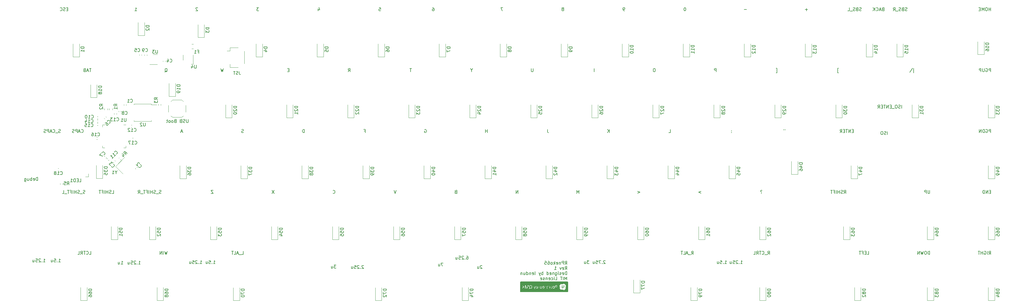
<source format=gbr>
%TF.GenerationSoftware,KiCad,Pcbnew,7.0.1*%
%TF.CreationDate,2023-05-15T16:06:07+03:00*%
%TF.ProjectId,rp2040-bakeneko65,72703230-3430-42d6-9261-6b656e656b6f,rev?*%
%TF.SameCoordinates,Original*%
%TF.FileFunction,Legend,Bot*%
%TF.FilePolarity,Positive*%
%FSLAX46Y46*%
G04 Gerber Fmt 4.6, Leading zero omitted, Abs format (unit mm)*
G04 Created by KiCad (PCBNEW 7.0.1) date 2023-05-15 16:06:07*
%MOMM*%
%LPD*%
G01*
G04 APERTURE LIST*
%ADD10C,0.150000*%
%ADD11C,0.300000*%
%ADD12C,0.120000*%
G04 APERTURE END LIST*
D10*
X251412500Y-142085952D02*
X252174404Y-142371666D01*
X252174404Y-142371666D02*
X251412500Y-142657380D01*
X71247023Y-123655000D02*
X71104166Y-123702619D01*
X71104166Y-123702619D02*
X70866071Y-123702619D01*
X70866071Y-123702619D02*
X70770833Y-123655000D01*
X70770833Y-123655000D02*
X70723214Y-123607380D01*
X70723214Y-123607380D02*
X70675595Y-123512142D01*
X70675595Y-123512142D02*
X70675595Y-123416904D01*
X70675595Y-123416904D02*
X70723214Y-123321666D01*
X70723214Y-123321666D02*
X70770833Y-123274047D01*
X70770833Y-123274047D02*
X70866071Y-123226428D01*
X70866071Y-123226428D02*
X71056547Y-123178809D01*
X71056547Y-123178809D02*
X71151785Y-123131190D01*
X71151785Y-123131190D02*
X71199404Y-123083571D01*
X71199404Y-123083571D02*
X71247023Y-122988333D01*
X71247023Y-122988333D02*
X71247023Y-122893095D01*
X71247023Y-122893095D02*
X71199404Y-122797857D01*
X71199404Y-122797857D02*
X71151785Y-122750238D01*
X71151785Y-122750238D02*
X71056547Y-122702619D01*
X71056547Y-122702619D02*
X70818452Y-122702619D01*
X70818452Y-122702619D02*
X70675595Y-122750238D01*
X70485119Y-123797857D02*
X69723214Y-123797857D01*
X68913690Y-123607380D02*
X68961309Y-123655000D01*
X68961309Y-123655000D02*
X69104166Y-123702619D01*
X69104166Y-123702619D02*
X69199404Y-123702619D01*
X69199404Y-123702619D02*
X69342261Y-123655000D01*
X69342261Y-123655000D02*
X69437499Y-123559761D01*
X69437499Y-123559761D02*
X69485118Y-123464523D01*
X69485118Y-123464523D02*
X69532737Y-123274047D01*
X69532737Y-123274047D02*
X69532737Y-123131190D01*
X69532737Y-123131190D02*
X69485118Y-122940714D01*
X69485118Y-122940714D02*
X69437499Y-122845476D01*
X69437499Y-122845476D02*
X69342261Y-122750238D01*
X69342261Y-122750238D02*
X69199404Y-122702619D01*
X69199404Y-122702619D02*
X69104166Y-122702619D01*
X69104166Y-122702619D02*
X68961309Y-122750238D01*
X68961309Y-122750238D02*
X68913690Y-122797857D01*
X68532737Y-123416904D02*
X68056547Y-123416904D01*
X68627975Y-123702619D02*
X68294642Y-122702619D01*
X68294642Y-122702619D02*
X67961309Y-123702619D01*
X67627975Y-123702619D02*
X67627975Y-122702619D01*
X67627975Y-122702619D02*
X67247023Y-122702619D01*
X67247023Y-122702619D02*
X67151785Y-122750238D01*
X67151785Y-122750238D02*
X67104166Y-122797857D01*
X67104166Y-122797857D02*
X67056547Y-122893095D01*
X67056547Y-122893095D02*
X67056547Y-123035952D01*
X67056547Y-123035952D02*
X67104166Y-123131190D01*
X67104166Y-123131190D02*
X67151785Y-123178809D01*
X67151785Y-123178809D02*
X67247023Y-123226428D01*
X67247023Y-123226428D02*
X67627975Y-123226428D01*
X66675594Y-123655000D02*
X66532737Y-123702619D01*
X66532737Y-123702619D02*
X66294642Y-123702619D01*
X66294642Y-123702619D02*
X66199404Y-123655000D01*
X66199404Y-123655000D02*
X66151785Y-123607380D01*
X66151785Y-123607380D02*
X66104166Y-123512142D01*
X66104166Y-123512142D02*
X66104166Y-123416904D01*
X66104166Y-123416904D02*
X66151785Y-123321666D01*
X66151785Y-123321666D02*
X66199404Y-123274047D01*
X66199404Y-123274047D02*
X66294642Y-123226428D01*
X66294642Y-123226428D02*
X66485118Y-123178809D01*
X66485118Y-123178809D02*
X66580356Y-123131190D01*
X66580356Y-123131190D02*
X66627975Y-123083571D01*
X66627975Y-123083571D02*
X66675594Y-122988333D01*
X66675594Y-122988333D02*
X66675594Y-122893095D01*
X66675594Y-122893095D02*
X66627975Y-122797857D01*
X66627975Y-122797857D02*
X66580356Y-122750238D01*
X66580356Y-122750238D02*
X66485118Y-122702619D01*
X66485118Y-122702619D02*
X66247023Y-122702619D01*
X66247023Y-122702619D02*
X66104166Y-122750238D01*
X335565773Y-85555000D02*
X335422916Y-85602619D01*
X335422916Y-85602619D02*
X335184821Y-85602619D01*
X335184821Y-85602619D02*
X335089583Y-85555000D01*
X335089583Y-85555000D02*
X335041964Y-85507380D01*
X335041964Y-85507380D02*
X334994345Y-85412142D01*
X334994345Y-85412142D02*
X334994345Y-85316904D01*
X334994345Y-85316904D02*
X335041964Y-85221666D01*
X335041964Y-85221666D02*
X335089583Y-85174047D01*
X335089583Y-85174047D02*
X335184821Y-85126428D01*
X335184821Y-85126428D02*
X335375297Y-85078809D01*
X335375297Y-85078809D02*
X335470535Y-85031190D01*
X335470535Y-85031190D02*
X335518154Y-84983571D01*
X335518154Y-84983571D02*
X335565773Y-84888333D01*
X335565773Y-84888333D02*
X335565773Y-84793095D01*
X335565773Y-84793095D02*
X335518154Y-84697857D01*
X335518154Y-84697857D02*
X335470535Y-84650238D01*
X335470535Y-84650238D02*
X335375297Y-84602619D01*
X335375297Y-84602619D02*
X335137202Y-84602619D01*
X335137202Y-84602619D02*
X334994345Y-84650238D01*
X334232440Y-85078809D02*
X334089583Y-85126428D01*
X334089583Y-85126428D02*
X334041964Y-85174047D01*
X334041964Y-85174047D02*
X333994345Y-85269285D01*
X333994345Y-85269285D02*
X333994345Y-85412142D01*
X333994345Y-85412142D02*
X334041964Y-85507380D01*
X334041964Y-85507380D02*
X334089583Y-85555000D01*
X334089583Y-85555000D02*
X334184821Y-85602619D01*
X334184821Y-85602619D02*
X334565773Y-85602619D01*
X334565773Y-85602619D02*
X334565773Y-84602619D01*
X334565773Y-84602619D02*
X334232440Y-84602619D01*
X334232440Y-84602619D02*
X334137202Y-84650238D01*
X334137202Y-84650238D02*
X334089583Y-84697857D01*
X334089583Y-84697857D02*
X334041964Y-84793095D01*
X334041964Y-84793095D02*
X334041964Y-84888333D01*
X334041964Y-84888333D02*
X334089583Y-84983571D01*
X334089583Y-84983571D02*
X334137202Y-85031190D01*
X334137202Y-85031190D02*
X334232440Y-85078809D01*
X334232440Y-85078809D02*
X334565773Y-85078809D01*
X333613392Y-85555000D02*
X333470535Y-85602619D01*
X333470535Y-85602619D02*
X333232440Y-85602619D01*
X333232440Y-85602619D02*
X333137202Y-85555000D01*
X333137202Y-85555000D02*
X333089583Y-85507380D01*
X333089583Y-85507380D02*
X333041964Y-85412142D01*
X333041964Y-85412142D02*
X333041964Y-85316904D01*
X333041964Y-85316904D02*
X333089583Y-85221666D01*
X333089583Y-85221666D02*
X333137202Y-85174047D01*
X333137202Y-85174047D02*
X333232440Y-85126428D01*
X333232440Y-85126428D02*
X333422916Y-85078809D01*
X333422916Y-85078809D02*
X333518154Y-85031190D01*
X333518154Y-85031190D02*
X333565773Y-84983571D01*
X333565773Y-84983571D02*
X333613392Y-84888333D01*
X333613392Y-84888333D02*
X333613392Y-84793095D01*
X333613392Y-84793095D02*
X333565773Y-84697857D01*
X333565773Y-84697857D02*
X333518154Y-84650238D01*
X333518154Y-84650238D02*
X333422916Y-84602619D01*
X333422916Y-84602619D02*
X333184821Y-84602619D01*
X333184821Y-84602619D02*
X333041964Y-84650238D01*
X332851488Y-85697857D02*
X332089583Y-85697857D01*
X331280059Y-85602619D02*
X331613392Y-85126428D01*
X331851487Y-85602619D02*
X331851487Y-84602619D01*
X331851487Y-84602619D02*
X331470535Y-84602619D01*
X331470535Y-84602619D02*
X331375297Y-84650238D01*
X331375297Y-84650238D02*
X331327678Y-84697857D01*
X331327678Y-84697857D02*
X331280059Y-84793095D01*
X331280059Y-84793095D02*
X331280059Y-84935952D01*
X331280059Y-84935952D02*
X331327678Y-85031190D01*
X331327678Y-85031190D02*
X331375297Y-85078809D01*
X331375297Y-85078809D02*
X331470535Y-85126428D01*
X331470535Y-85126428D02*
X331851487Y-85126428D01*
X214074404Y-142752619D02*
X214074404Y-141752619D01*
X214074404Y-141752619D02*
X213502976Y-142752619D01*
X213502976Y-142752619D02*
X213502976Y-141752619D01*
X114808095Y-164723619D02*
X115379523Y-164723619D01*
X115093809Y-164723619D02*
X115093809Y-163723619D01*
X115093809Y-163723619D02*
X115189047Y-163866476D01*
X115189047Y-163866476D02*
X115284285Y-163961714D01*
X115284285Y-163961714D02*
X115379523Y-164009333D01*
X114379523Y-164628380D02*
X114331904Y-164676000D01*
X114331904Y-164676000D02*
X114379523Y-164723619D01*
X114379523Y-164723619D02*
X114427142Y-164676000D01*
X114427142Y-164676000D02*
X114379523Y-164628380D01*
X114379523Y-164628380D02*
X114379523Y-164723619D01*
X113950952Y-163818857D02*
X113903333Y-163771238D01*
X113903333Y-163771238D02*
X113808095Y-163723619D01*
X113808095Y-163723619D02*
X113570000Y-163723619D01*
X113570000Y-163723619D02*
X113474762Y-163771238D01*
X113474762Y-163771238D02*
X113427143Y-163818857D01*
X113427143Y-163818857D02*
X113379524Y-163914095D01*
X113379524Y-163914095D02*
X113379524Y-164009333D01*
X113379524Y-164009333D02*
X113427143Y-164152190D01*
X113427143Y-164152190D02*
X113998571Y-164723619D01*
X113998571Y-164723619D02*
X113379524Y-164723619D01*
X112474762Y-163723619D02*
X112950952Y-163723619D01*
X112950952Y-163723619D02*
X112998571Y-164199809D01*
X112998571Y-164199809D02*
X112950952Y-164152190D01*
X112950952Y-164152190D02*
X112855714Y-164104571D01*
X112855714Y-164104571D02*
X112617619Y-164104571D01*
X112617619Y-164104571D02*
X112522381Y-164152190D01*
X112522381Y-164152190D02*
X112474762Y-164199809D01*
X112474762Y-164199809D02*
X112427143Y-164295047D01*
X112427143Y-164295047D02*
X112427143Y-164533142D01*
X112427143Y-164533142D02*
X112474762Y-164628380D01*
X112474762Y-164628380D02*
X112522381Y-164676000D01*
X112522381Y-164676000D02*
X112617619Y-164723619D01*
X112617619Y-164723619D02*
X112855714Y-164723619D01*
X112855714Y-164723619D02*
X112950952Y-164676000D01*
X112950952Y-164676000D02*
X112998571Y-164628380D01*
X111570000Y-164056952D02*
X111570000Y-164723619D01*
X111998571Y-164056952D02*
X111998571Y-164580761D01*
X111998571Y-164580761D02*
X111950952Y-164676000D01*
X111950952Y-164676000D02*
X111855714Y-164723619D01*
X111855714Y-164723619D02*
X111712857Y-164723619D01*
X111712857Y-164723619D02*
X111617619Y-164676000D01*
X111617619Y-164676000D02*
X111570000Y-164628380D01*
X323135714Y-161802619D02*
X323611904Y-161802619D01*
X323611904Y-161802619D02*
X323611904Y-160802619D01*
X322802380Y-161278809D02*
X322469047Y-161278809D01*
X322326190Y-161802619D02*
X322802380Y-161802619D01*
X322802380Y-161802619D02*
X322802380Y-160802619D01*
X322802380Y-160802619D02*
X322326190Y-160802619D01*
X321564285Y-161278809D02*
X321897618Y-161278809D01*
X321897618Y-161802619D02*
X321897618Y-160802619D01*
X321897618Y-160802619D02*
X321421428Y-160802619D01*
X321183332Y-160802619D02*
X320611904Y-160802619D01*
X320897618Y-161802619D02*
X320897618Y-160802619D01*
X233124404Y-142752619D02*
X233124404Y-141752619D01*
X233124404Y-141752619D02*
X232791071Y-142466904D01*
X232791071Y-142466904D02*
X232457738Y-141752619D01*
X232457738Y-141752619D02*
X232457738Y-142752619D01*
X333898904Y-116082619D02*
X333898904Y-115082619D01*
X333470333Y-116035000D02*
X333327476Y-116082619D01*
X333327476Y-116082619D02*
X333089381Y-116082619D01*
X333089381Y-116082619D02*
X332994143Y-116035000D01*
X332994143Y-116035000D02*
X332946524Y-115987380D01*
X332946524Y-115987380D02*
X332898905Y-115892142D01*
X332898905Y-115892142D02*
X332898905Y-115796904D01*
X332898905Y-115796904D02*
X332946524Y-115701666D01*
X332946524Y-115701666D02*
X332994143Y-115654047D01*
X332994143Y-115654047D02*
X333089381Y-115606428D01*
X333089381Y-115606428D02*
X333279857Y-115558809D01*
X333279857Y-115558809D02*
X333375095Y-115511190D01*
X333375095Y-115511190D02*
X333422714Y-115463571D01*
X333422714Y-115463571D02*
X333470333Y-115368333D01*
X333470333Y-115368333D02*
X333470333Y-115273095D01*
X333470333Y-115273095D02*
X333422714Y-115177857D01*
X333422714Y-115177857D02*
X333375095Y-115130238D01*
X333375095Y-115130238D02*
X333279857Y-115082619D01*
X333279857Y-115082619D02*
X333041762Y-115082619D01*
X333041762Y-115082619D02*
X332898905Y-115130238D01*
X332279857Y-115082619D02*
X332089381Y-115082619D01*
X332089381Y-115082619D02*
X331994143Y-115130238D01*
X331994143Y-115130238D02*
X331898905Y-115225476D01*
X331898905Y-115225476D02*
X331851286Y-115415952D01*
X331851286Y-115415952D02*
X331851286Y-115749285D01*
X331851286Y-115749285D02*
X331898905Y-115939761D01*
X331898905Y-115939761D02*
X331994143Y-116035000D01*
X331994143Y-116035000D02*
X332089381Y-116082619D01*
X332089381Y-116082619D02*
X332279857Y-116082619D01*
X332279857Y-116082619D02*
X332375095Y-116035000D01*
X332375095Y-116035000D02*
X332470333Y-115939761D01*
X332470333Y-115939761D02*
X332517952Y-115749285D01*
X332517952Y-115749285D02*
X332517952Y-115415952D01*
X332517952Y-115415952D02*
X332470333Y-115225476D01*
X332470333Y-115225476D02*
X332375095Y-115130238D01*
X332375095Y-115130238D02*
X332279857Y-115082619D01*
X331660810Y-116177857D02*
X330898905Y-116177857D01*
X330660809Y-115558809D02*
X330327476Y-115558809D01*
X330184619Y-116082619D02*
X330660809Y-116082619D01*
X330660809Y-116082619D02*
X330660809Y-115082619D01*
X330660809Y-115082619D02*
X330184619Y-115082619D01*
X329756047Y-116082619D02*
X329756047Y-115082619D01*
X329756047Y-115082619D02*
X329184619Y-116082619D01*
X329184619Y-116082619D02*
X329184619Y-115082619D01*
X328851285Y-115082619D02*
X328279857Y-115082619D01*
X328565571Y-116082619D02*
X328565571Y-115082619D01*
X327946523Y-115558809D02*
X327613190Y-115558809D01*
X327470333Y-116082619D02*
X327946523Y-116082619D01*
X327946523Y-116082619D02*
X327946523Y-115082619D01*
X327946523Y-115082619D02*
X327470333Y-115082619D01*
X326470333Y-116082619D02*
X326803666Y-115606428D01*
X327041761Y-116082619D02*
X327041761Y-115082619D01*
X327041761Y-115082619D02*
X326660809Y-115082619D01*
X326660809Y-115082619D02*
X326565571Y-115130238D01*
X326565571Y-115130238D02*
X326517952Y-115177857D01*
X326517952Y-115177857D02*
X326470333Y-115273095D01*
X326470333Y-115273095D02*
X326470333Y-115415952D01*
X326470333Y-115415952D02*
X326517952Y-115511190D01*
X326517952Y-115511190D02*
X326565571Y-115558809D01*
X326565571Y-115558809D02*
X326660809Y-115606428D01*
X326660809Y-115606428D02*
X327041761Y-115606428D01*
X329453904Y-124337619D02*
X329453904Y-123337619D01*
X329025333Y-124290000D02*
X328882476Y-124337619D01*
X328882476Y-124337619D02*
X328644381Y-124337619D01*
X328644381Y-124337619D02*
X328549143Y-124290000D01*
X328549143Y-124290000D02*
X328501524Y-124242380D01*
X328501524Y-124242380D02*
X328453905Y-124147142D01*
X328453905Y-124147142D02*
X328453905Y-124051904D01*
X328453905Y-124051904D02*
X328501524Y-123956666D01*
X328501524Y-123956666D02*
X328549143Y-123909047D01*
X328549143Y-123909047D02*
X328644381Y-123861428D01*
X328644381Y-123861428D02*
X328834857Y-123813809D01*
X328834857Y-123813809D02*
X328930095Y-123766190D01*
X328930095Y-123766190D02*
X328977714Y-123718571D01*
X328977714Y-123718571D02*
X329025333Y-123623333D01*
X329025333Y-123623333D02*
X329025333Y-123528095D01*
X329025333Y-123528095D02*
X328977714Y-123432857D01*
X328977714Y-123432857D02*
X328930095Y-123385238D01*
X328930095Y-123385238D02*
X328834857Y-123337619D01*
X328834857Y-123337619D02*
X328596762Y-123337619D01*
X328596762Y-123337619D02*
X328453905Y-123385238D01*
X327834857Y-123337619D02*
X327644381Y-123337619D01*
X327644381Y-123337619D02*
X327549143Y-123385238D01*
X327549143Y-123385238D02*
X327453905Y-123480476D01*
X327453905Y-123480476D02*
X327406286Y-123670952D01*
X327406286Y-123670952D02*
X327406286Y-124004285D01*
X327406286Y-124004285D02*
X327453905Y-124194761D01*
X327453905Y-124194761D02*
X327549143Y-124290000D01*
X327549143Y-124290000D02*
X327644381Y-124337619D01*
X327644381Y-124337619D02*
X327834857Y-124337619D01*
X327834857Y-124337619D02*
X327930095Y-124290000D01*
X327930095Y-124290000D02*
X328025333Y-124194761D01*
X328025333Y-124194761D02*
X328072952Y-124004285D01*
X328072952Y-124004285D02*
X328072952Y-123670952D01*
X328072952Y-123670952D02*
X328025333Y-123480476D01*
X328025333Y-123480476D02*
X327930095Y-123385238D01*
X327930095Y-123385238D02*
X327834857Y-123337619D01*
X228806476Y-164943619D02*
X229139809Y-164467428D01*
X229377904Y-164943619D02*
X229377904Y-163943619D01*
X229377904Y-163943619D02*
X228996952Y-163943619D01*
X228996952Y-163943619D02*
X228901714Y-163991238D01*
X228901714Y-163991238D02*
X228854095Y-164038857D01*
X228854095Y-164038857D02*
X228806476Y-164134095D01*
X228806476Y-164134095D02*
X228806476Y-164276952D01*
X228806476Y-164276952D02*
X228854095Y-164372190D01*
X228854095Y-164372190D02*
X228901714Y-164419809D01*
X228901714Y-164419809D02*
X228996952Y-164467428D01*
X228996952Y-164467428D02*
X229377904Y-164467428D01*
X228377904Y-164943619D02*
X228377904Y-163943619D01*
X228377904Y-163943619D02*
X227996952Y-163943619D01*
X227996952Y-163943619D02*
X227901714Y-163991238D01*
X227901714Y-163991238D02*
X227854095Y-164038857D01*
X227854095Y-164038857D02*
X227806476Y-164134095D01*
X227806476Y-164134095D02*
X227806476Y-164276952D01*
X227806476Y-164276952D02*
X227854095Y-164372190D01*
X227854095Y-164372190D02*
X227901714Y-164419809D01*
X227901714Y-164419809D02*
X227996952Y-164467428D01*
X227996952Y-164467428D02*
X228377904Y-164467428D01*
X227377904Y-164276952D02*
X227377904Y-164943619D01*
X227377904Y-164372190D02*
X227330285Y-164324571D01*
X227330285Y-164324571D02*
X227235047Y-164276952D01*
X227235047Y-164276952D02*
X227092190Y-164276952D01*
X227092190Y-164276952D02*
X226996952Y-164324571D01*
X226996952Y-164324571D02*
X226949333Y-164419809D01*
X226949333Y-164419809D02*
X226949333Y-164943619D01*
X226092190Y-164896000D02*
X226187428Y-164943619D01*
X226187428Y-164943619D02*
X226377904Y-164943619D01*
X226377904Y-164943619D02*
X226473142Y-164896000D01*
X226473142Y-164896000D02*
X226520761Y-164800761D01*
X226520761Y-164800761D02*
X226520761Y-164419809D01*
X226520761Y-164419809D02*
X226473142Y-164324571D01*
X226473142Y-164324571D02*
X226377904Y-164276952D01*
X226377904Y-164276952D02*
X226187428Y-164276952D01*
X226187428Y-164276952D02*
X226092190Y-164324571D01*
X226092190Y-164324571D02*
X226044571Y-164419809D01*
X226044571Y-164419809D02*
X226044571Y-164515047D01*
X226044571Y-164515047D02*
X226520761Y-164610285D01*
X225615999Y-164943619D02*
X225615999Y-163943619D01*
X225520761Y-164562666D02*
X225235047Y-164943619D01*
X225235047Y-164276952D02*
X225615999Y-164657904D01*
X224663618Y-164943619D02*
X224758856Y-164896000D01*
X224758856Y-164896000D02*
X224806475Y-164848380D01*
X224806475Y-164848380D02*
X224854094Y-164753142D01*
X224854094Y-164753142D02*
X224854094Y-164467428D01*
X224854094Y-164467428D02*
X224806475Y-164372190D01*
X224806475Y-164372190D02*
X224758856Y-164324571D01*
X224758856Y-164324571D02*
X224663618Y-164276952D01*
X224663618Y-164276952D02*
X224520761Y-164276952D01*
X224520761Y-164276952D02*
X224425523Y-164324571D01*
X224425523Y-164324571D02*
X224377904Y-164372190D01*
X224377904Y-164372190D02*
X224330285Y-164467428D01*
X224330285Y-164467428D02*
X224330285Y-164753142D01*
X224330285Y-164753142D02*
X224377904Y-164848380D01*
X224377904Y-164848380D02*
X224425523Y-164896000D01*
X224425523Y-164896000D02*
X224520761Y-164943619D01*
X224520761Y-164943619D02*
X224663618Y-164943619D01*
X223473142Y-163943619D02*
X223663618Y-163943619D01*
X223663618Y-163943619D02*
X223758856Y-163991238D01*
X223758856Y-163991238D02*
X223806475Y-164038857D01*
X223806475Y-164038857D02*
X223901713Y-164181714D01*
X223901713Y-164181714D02*
X223949332Y-164372190D01*
X223949332Y-164372190D02*
X223949332Y-164753142D01*
X223949332Y-164753142D02*
X223901713Y-164848380D01*
X223901713Y-164848380D02*
X223854094Y-164896000D01*
X223854094Y-164896000D02*
X223758856Y-164943619D01*
X223758856Y-164943619D02*
X223568380Y-164943619D01*
X223568380Y-164943619D02*
X223473142Y-164896000D01*
X223473142Y-164896000D02*
X223425523Y-164848380D01*
X223425523Y-164848380D02*
X223377904Y-164753142D01*
X223377904Y-164753142D02*
X223377904Y-164515047D01*
X223377904Y-164515047D02*
X223425523Y-164419809D01*
X223425523Y-164419809D02*
X223473142Y-164372190D01*
X223473142Y-164372190D02*
X223568380Y-164324571D01*
X223568380Y-164324571D02*
X223758856Y-164324571D01*
X223758856Y-164324571D02*
X223854094Y-164372190D01*
X223854094Y-164372190D02*
X223901713Y-164419809D01*
X223901713Y-164419809D02*
X223949332Y-164515047D01*
X222473142Y-163943619D02*
X222949332Y-163943619D01*
X222949332Y-163943619D02*
X222996951Y-164419809D01*
X222996951Y-164419809D02*
X222949332Y-164372190D01*
X222949332Y-164372190D02*
X222854094Y-164324571D01*
X222854094Y-164324571D02*
X222615999Y-164324571D01*
X222615999Y-164324571D02*
X222520761Y-164372190D01*
X222520761Y-164372190D02*
X222473142Y-164419809D01*
X222473142Y-164419809D02*
X222425523Y-164515047D01*
X222425523Y-164515047D02*
X222425523Y-164753142D01*
X222425523Y-164753142D02*
X222473142Y-164848380D01*
X222473142Y-164848380D02*
X222520761Y-164896000D01*
X222520761Y-164896000D02*
X222615999Y-164943619D01*
X222615999Y-164943619D02*
X222854094Y-164943619D01*
X222854094Y-164943619D02*
X222949332Y-164896000D01*
X222949332Y-164896000D02*
X222996951Y-164848380D01*
X228806476Y-166563619D02*
X229139809Y-166087428D01*
X229377904Y-166563619D02*
X229377904Y-165563619D01*
X229377904Y-165563619D02*
X228996952Y-165563619D01*
X228996952Y-165563619D02*
X228901714Y-165611238D01*
X228901714Y-165611238D02*
X228854095Y-165658857D01*
X228854095Y-165658857D02*
X228806476Y-165754095D01*
X228806476Y-165754095D02*
X228806476Y-165896952D01*
X228806476Y-165896952D02*
X228854095Y-165992190D01*
X228854095Y-165992190D02*
X228901714Y-166039809D01*
X228901714Y-166039809D02*
X228996952Y-166087428D01*
X228996952Y-166087428D02*
X229377904Y-166087428D01*
X227996952Y-166516000D02*
X228092190Y-166563619D01*
X228092190Y-166563619D02*
X228282666Y-166563619D01*
X228282666Y-166563619D02*
X228377904Y-166516000D01*
X228377904Y-166516000D02*
X228425523Y-166420761D01*
X228425523Y-166420761D02*
X228425523Y-166039809D01*
X228425523Y-166039809D02*
X228377904Y-165944571D01*
X228377904Y-165944571D02*
X228282666Y-165896952D01*
X228282666Y-165896952D02*
X228092190Y-165896952D01*
X228092190Y-165896952D02*
X227996952Y-165944571D01*
X227996952Y-165944571D02*
X227949333Y-166039809D01*
X227949333Y-166039809D02*
X227949333Y-166135047D01*
X227949333Y-166135047D02*
X228425523Y-166230285D01*
X227615999Y-165896952D02*
X227377904Y-166563619D01*
X227377904Y-166563619D02*
X227139809Y-165896952D01*
X225473142Y-166563619D02*
X226044570Y-166563619D01*
X225758856Y-166563619D02*
X225758856Y-165563619D01*
X225758856Y-165563619D02*
X225854094Y-165706476D01*
X225854094Y-165706476D02*
X225949332Y-165801714D01*
X225949332Y-165801714D02*
X226044570Y-165849333D01*
X229377904Y-168183619D02*
X229377904Y-167183619D01*
X229377904Y-167183619D02*
X229139809Y-167183619D01*
X229139809Y-167183619D02*
X228996952Y-167231238D01*
X228996952Y-167231238D02*
X228901714Y-167326476D01*
X228901714Y-167326476D02*
X228854095Y-167421714D01*
X228854095Y-167421714D02*
X228806476Y-167612190D01*
X228806476Y-167612190D02*
X228806476Y-167755047D01*
X228806476Y-167755047D02*
X228854095Y-167945523D01*
X228854095Y-167945523D02*
X228901714Y-168040761D01*
X228901714Y-168040761D02*
X228996952Y-168136000D01*
X228996952Y-168136000D02*
X229139809Y-168183619D01*
X229139809Y-168183619D02*
X229377904Y-168183619D01*
X227996952Y-168136000D02*
X228092190Y-168183619D01*
X228092190Y-168183619D02*
X228282666Y-168183619D01*
X228282666Y-168183619D02*
X228377904Y-168136000D01*
X228377904Y-168136000D02*
X228425523Y-168040761D01*
X228425523Y-168040761D02*
X228425523Y-167659809D01*
X228425523Y-167659809D02*
X228377904Y-167564571D01*
X228377904Y-167564571D02*
X228282666Y-167516952D01*
X228282666Y-167516952D02*
X228092190Y-167516952D01*
X228092190Y-167516952D02*
X227996952Y-167564571D01*
X227996952Y-167564571D02*
X227949333Y-167659809D01*
X227949333Y-167659809D02*
X227949333Y-167755047D01*
X227949333Y-167755047D02*
X228425523Y-167850285D01*
X227568380Y-168136000D02*
X227473142Y-168183619D01*
X227473142Y-168183619D02*
X227282666Y-168183619D01*
X227282666Y-168183619D02*
X227187428Y-168136000D01*
X227187428Y-168136000D02*
X227139809Y-168040761D01*
X227139809Y-168040761D02*
X227139809Y-167993142D01*
X227139809Y-167993142D02*
X227187428Y-167897904D01*
X227187428Y-167897904D02*
X227282666Y-167850285D01*
X227282666Y-167850285D02*
X227425523Y-167850285D01*
X227425523Y-167850285D02*
X227520761Y-167802666D01*
X227520761Y-167802666D02*
X227568380Y-167707428D01*
X227568380Y-167707428D02*
X227568380Y-167659809D01*
X227568380Y-167659809D02*
X227520761Y-167564571D01*
X227520761Y-167564571D02*
X227425523Y-167516952D01*
X227425523Y-167516952D02*
X227282666Y-167516952D01*
X227282666Y-167516952D02*
X227187428Y-167564571D01*
X226711237Y-168183619D02*
X226711237Y-167516952D01*
X226711237Y-167183619D02*
X226758856Y-167231238D01*
X226758856Y-167231238D02*
X226711237Y-167278857D01*
X226711237Y-167278857D02*
X226663618Y-167231238D01*
X226663618Y-167231238D02*
X226711237Y-167183619D01*
X226711237Y-167183619D02*
X226711237Y-167278857D01*
X225806476Y-167516952D02*
X225806476Y-168326476D01*
X225806476Y-168326476D02*
X225854095Y-168421714D01*
X225854095Y-168421714D02*
X225901714Y-168469333D01*
X225901714Y-168469333D02*
X225996952Y-168516952D01*
X225996952Y-168516952D02*
X226139809Y-168516952D01*
X226139809Y-168516952D02*
X226235047Y-168469333D01*
X225806476Y-168136000D02*
X225901714Y-168183619D01*
X225901714Y-168183619D02*
X226092190Y-168183619D01*
X226092190Y-168183619D02*
X226187428Y-168136000D01*
X226187428Y-168136000D02*
X226235047Y-168088380D01*
X226235047Y-168088380D02*
X226282666Y-167993142D01*
X226282666Y-167993142D02*
X226282666Y-167707428D01*
X226282666Y-167707428D02*
X226235047Y-167612190D01*
X226235047Y-167612190D02*
X226187428Y-167564571D01*
X226187428Y-167564571D02*
X226092190Y-167516952D01*
X226092190Y-167516952D02*
X225901714Y-167516952D01*
X225901714Y-167516952D02*
X225806476Y-167564571D01*
X225330285Y-167516952D02*
X225330285Y-168183619D01*
X225330285Y-167612190D02*
X225282666Y-167564571D01*
X225282666Y-167564571D02*
X225187428Y-167516952D01*
X225187428Y-167516952D02*
X225044571Y-167516952D01*
X225044571Y-167516952D02*
X224949333Y-167564571D01*
X224949333Y-167564571D02*
X224901714Y-167659809D01*
X224901714Y-167659809D02*
X224901714Y-168183619D01*
X224044571Y-168136000D02*
X224139809Y-168183619D01*
X224139809Y-168183619D02*
X224330285Y-168183619D01*
X224330285Y-168183619D02*
X224425523Y-168136000D01*
X224425523Y-168136000D02*
X224473142Y-168040761D01*
X224473142Y-168040761D02*
X224473142Y-167659809D01*
X224473142Y-167659809D02*
X224425523Y-167564571D01*
X224425523Y-167564571D02*
X224330285Y-167516952D01*
X224330285Y-167516952D02*
X224139809Y-167516952D01*
X224139809Y-167516952D02*
X224044571Y-167564571D01*
X224044571Y-167564571D02*
X223996952Y-167659809D01*
X223996952Y-167659809D02*
X223996952Y-167755047D01*
X223996952Y-167755047D02*
X224473142Y-167850285D01*
X223139809Y-168183619D02*
X223139809Y-167183619D01*
X223139809Y-168136000D02*
X223235047Y-168183619D01*
X223235047Y-168183619D02*
X223425523Y-168183619D01*
X223425523Y-168183619D02*
X223520761Y-168136000D01*
X223520761Y-168136000D02*
X223568380Y-168088380D01*
X223568380Y-168088380D02*
X223615999Y-167993142D01*
X223615999Y-167993142D02*
X223615999Y-167707428D01*
X223615999Y-167707428D02*
X223568380Y-167612190D01*
X223568380Y-167612190D02*
X223520761Y-167564571D01*
X223520761Y-167564571D02*
X223425523Y-167516952D01*
X223425523Y-167516952D02*
X223235047Y-167516952D01*
X223235047Y-167516952D02*
X223139809Y-167564571D01*
X221901713Y-168183619D02*
X221901713Y-167183619D01*
X221901713Y-167564571D02*
X221806475Y-167516952D01*
X221806475Y-167516952D02*
X221615999Y-167516952D01*
X221615999Y-167516952D02*
X221520761Y-167564571D01*
X221520761Y-167564571D02*
X221473142Y-167612190D01*
X221473142Y-167612190D02*
X221425523Y-167707428D01*
X221425523Y-167707428D02*
X221425523Y-167993142D01*
X221425523Y-167993142D02*
X221473142Y-168088380D01*
X221473142Y-168088380D02*
X221520761Y-168136000D01*
X221520761Y-168136000D02*
X221615999Y-168183619D01*
X221615999Y-168183619D02*
X221806475Y-168183619D01*
X221806475Y-168183619D02*
X221901713Y-168136000D01*
X221092189Y-167516952D02*
X220854094Y-168183619D01*
X220615999Y-167516952D02*
X220854094Y-168183619D01*
X220854094Y-168183619D02*
X220949332Y-168421714D01*
X220949332Y-168421714D02*
X220996951Y-168469333D01*
X220996951Y-168469333D02*
X221092189Y-168516952D01*
X219330284Y-168183619D02*
X219425522Y-168136000D01*
X219425522Y-168136000D02*
X219473141Y-168040761D01*
X219473141Y-168040761D02*
X219473141Y-167183619D01*
X218568379Y-168136000D02*
X218663617Y-168183619D01*
X218663617Y-168183619D02*
X218854093Y-168183619D01*
X218854093Y-168183619D02*
X218949331Y-168136000D01*
X218949331Y-168136000D02*
X218996950Y-168040761D01*
X218996950Y-168040761D02*
X218996950Y-167659809D01*
X218996950Y-167659809D02*
X218949331Y-167564571D01*
X218949331Y-167564571D02*
X218854093Y-167516952D01*
X218854093Y-167516952D02*
X218663617Y-167516952D01*
X218663617Y-167516952D02*
X218568379Y-167564571D01*
X218568379Y-167564571D02*
X218520760Y-167659809D01*
X218520760Y-167659809D02*
X218520760Y-167755047D01*
X218520760Y-167755047D02*
X218996950Y-167850285D01*
X218092188Y-167516952D02*
X218092188Y-168183619D01*
X218092188Y-167612190D02*
X218044569Y-167564571D01*
X218044569Y-167564571D02*
X217949331Y-167516952D01*
X217949331Y-167516952D02*
X217806474Y-167516952D01*
X217806474Y-167516952D02*
X217711236Y-167564571D01*
X217711236Y-167564571D02*
X217663617Y-167659809D01*
X217663617Y-167659809D02*
X217663617Y-168183619D01*
X216758855Y-168183619D02*
X216758855Y-167183619D01*
X216758855Y-168136000D02*
X216854093Y-168183619D01*
X216854093Y-168183619D02*
X217044569Y-168183619D01*
X217044569Y-168183619D02*
X217139807Y-168136000D01*
X217139807Y-168136000D02*
X217187426Y-168088380D01*
X217187426Y-168088380D02*
X217235045Y-167993142D01*
X217235045Y-167993142D02*
X217235045Y-167707428D01*
X217235045Y-167707428D02*
X217187426Y-167612190D01*
X217187426Y-167612190D02*
X217139807Y-167564571D01*
X217139807Y-167564571D02*
X217044569Y-167516952D01*
X217044569Y-167516952D02*
X216854093Y-167516952D01*
X216854093Y-167516952D02*
X216758855Y-167564571D01*
X215854093Y-167516952D02*
X215854093Y-168183619D01*
X216282664Y-167516952D02*
X216282664Y-168040761D01*
X216282664Y-168040761D02*
X216235045Y-168136000D01*
X216235045Y-168136000D02*
X216139807Y-168183619D01*
X216139807Y-168183619D02*
X215996950Y-168183619D01*
X215996950Y-168183619D02*
X215901712Y-168136000D01*
X215901712Y-168136000D02*
X215854093Y-168088380D01*
X215377902Y-167516952D02*
X215377902Y-168183619D01*
X215377902Y-167612190D02*
X215330283Y-167564571D01*
X215330283Y-167564571D02*
X215235045Y-167516952D01*
X215235045Y-167516952D02*
X215092188Y-167516952D01*
X215092188Y-167516952D02*
X214996950Y-167564571D01*
X214996950Y-167564571D02*
X214949331Y-167659809D01*
X214949331Y-167659809D02*
X214949331Y-168183619D01*
X229377904Y-169803619D02*
X229377904Y-168803619D01*
X229377904Y-168803619D02*
X229044571Y-169517904D01*
X229044571Y-169517904D02*
X228711238Y-168803619D01*
X228711238Y-168803619D02*
X228711238Y-169803619D01*
X228235047Y-169803619D02*
X228235047Y-168803619D01*
X227901714Y-168803619D02*
X227330286Y-168803619D01*
X227616000Y-169803619D02*
X227616000Y-168803619D01*
X225758857Y-169803619D02*
X226235047Y-169803619D01*
X226235047Y-169803619D02*
X226235047Y-168803619D01*
X225425523Y-169803619D02*
X225425523Y-169136952D01*
X225425523Y-168803619D02*
X225473142Y-168851238D01*
X225473142Y-168851238D02*
X225425523Y-168898857D01*
X225425523Y-168898857D02*
X225377904Y-168851238D01*
X225377904Y-168851238D02*
X225425523Y-168803619D01*
X225425523Y-168803619D02*
X225425523Y-168898857D01*
X224520762Y-169756000D02*
X224616000Y-169803619D01*
X224616000Y-169803619D02*
X224806476Y-169803619D01*
X224806476Y-169803619D02*
X224901714Y-169756000D01*
X224901714Y-169756000D02*
X224949333Y-169708380D01*
X224949333Y-169708380D02*
X224996952Y-169613142D01*
X224996952Y-169613142D02*
X224996952Y-169327428D01*
X224996952Y-169327428D02*
X224949333Y-169232190D01*
X224949333Y-169232190D02*
X224901714Y-169184571D01*
X224901714Y-169184571D02*
X224806476Y-169136952D01*
X224806476Y-169136952D02*
X224616000Y-169136952D01*
X224616000Y-169136952D02*
X224520762Y-169184571D01*
X223711238Y-169756000D02*
X223806476Y-169803619D01*
X223806476Y-169803619D02*
X223996952Y-169803619D01*
X223996952Y-169803619D02*
X224092190Y-169756000D01*
X224092190Y-169756000D02*
X224139809Y-169660761D01*
X224139809Y-169660761D02*
X224139809Y-169279809D01*
X224139809Y-169279809D02*
X224092190Y-169184571D01*
X224092190Y-169184571D02*
X223996952Y-169136952D01*
X223996952Y-169136952D02*
X223806476Y-169136952D01*
X223806476Y-169136952D02*
X223711238Y-169184571D01*
X223711238Y-169184571D02*
X223663619Y-169279809D01*
X223663619Y-169279809D02*
X223663619Y-169375047D01*
X223663619Y-169375047D02*
X224139809Y-169470285D01*
X223235047Y-169136952D02*
X223235047Y-169803619D01*
X223235047Y-169232190D02*
X223187428Y-169184571D01*
X223187428Y-169184571D02*
X223092190Y-169136952D01*
X223092190Y-169136952D02*
X222949333Y-169136952D01*
X222949333Y-169136952D02*
X222854095Y-169184571D01*
X222854095Y-169184571D02*
X222806476Y-169279809D01*
X222806476Y-169279809D02*
X222806476Y-169803619D01*
X222377904Y-169756000D02*
X222282666Y-169803619D01*
X222282666Y-169803619D02*
X222092190Y-169803619D01*
X222092190Y-169803619D02*
X221996952Y-169756000D01*
X221996952Y-169756000D02*
X221949333Y-169660761D01*
X221949333Y-169660761D02*
X221949333Y-169613142D01*
X221949333Y-169613142D02*
X221996952Y-169517904D01*
X221996952Y-169517904D02*
X222092190Y-169470285D01*
X222092190Y-169470285D02*
X222235047Y-169470285D01*
X222235047Y-169470285D02*
X222330285Y-169422666D01*
X222330285Y-169422666D02*
X222377904Y-169327428D01*
X222377904Y-169327428D02*
X222377904Y-169279809D01*
X222377904Y-169279809D02*
X222330285Y-169184571D01*
X222330285Y-169184571D02*
X222235047Y-169136952D01*
X222235047Y-169136952D02*
X222092190Y-169136952D01*
X222092190Y-169136952D02*
X221996952Y-169184571D01*
X221139809Y-169756000D02*
X221235047Y-169803619D01*
X221235047Y-169803619D02*
X221425523Y-169803619D01*
X221425523Y-169803619D02*
X221520761Y-169756000D01*
X221520761Y-169756000D02*
X221568380Y-169660761D01*
X221568380Y-169660761D02*
X221568380Y-169279809D01*
X221568380Y-169279809D02*
X221520761Y-169184571D01*
X221520761Y-169184571D02*
X221425523Y-169136952D01*
X221425523Y-169136952D02*
X221235047Y-169136952D01*
X221235047Y-169136952D02*
X221139809Y-169184571D01*
X221139809Y-169184571D02*
X221092190Y-169279809D01*
X221092190Y-169279809D02*
X221092190Y-169375047D01*
X221092190Y-169375047D02*
X221568380Y-169470285D01*
X275986904Y-104652619D02*
X275986904Y-103652619D01*
X275986904Y-103652619D02*
X275605952Y-103652619D01*
X275605952Y-103652619D02*
X275510714Y-103700238D01*
X275510714Y-103700238D02*
X275463095Y-103747857D01*
X275463095Y-103747857D02*
X275415476Y-103843095D01*
X275415476Y-103843095D02*
X275415476Y-103985952D01*
X275415476Y-103985952D02*
X275463095Y-104081190D01*
X275463095Y-104081190D02*
X275510714Y-104128809D01*
X275510714Y-104128809D02*
X275605952Y-104176428D01*
X275605952Y-104176428D02*
X275986904Y-104176428D01*
X147399404Y-123702619D02*
X147399404Y-122702619D01*
X147399404Y-122702619D02*
X147161309Y-122702619D01*
X147161309Y-122702619D02*
X147018452Y-122750238D01*
X147018452Y-122750238D02*
X146923214Y-122845476D01*
X146923214Y-122845476D02*
X146875595Y-122940714D01*
X146875595Y-122940714D02*
X146827976Y-123131190D01*
X146827976Y-123131190D02*
X146827976Y-123274047D01*
X146827976Y-123274047D02*
X146875595Y-123464523D01*
X146875595Y-123464523D02*
X146923214Y-123559761D01*
X146923214Y-123559761D02*
X147018452Y-123655000D01*
X147018452Y-123655000D02*
X147161309Y-123702619D01*
X147161309Y-123702619D02*
X147399404Y-123702619D01*
X161115476Y-104652619D02*
X161448809Y-104176428D01*
X161686904Y-104652619D02*
X161686904Y-103652619D01*
X161686904Y-103652619D02*
X161305952Y-103652619D01*
X161305952Y-103652619D02*
X161210714Y-103700238D01*
X161210714Y-103700238D02*
X161163095Y-103747857D01*
X161163095Y-103747857D02*
X161115476Y-103843095D01*
X161115476Y-103843095D02*
X161115476Y-103985952D01*
X161115476Y-103985952D02*
X161163095Y-104081190D01*
X161163095Y-104081190D02*
X161210714Y-104128809D01*
X161210714Y-104128809D02*
X161305952Y-104176428D01*
X161305952Y-104176428D02*
X161686904Y-104176428D01*
X111166304Y-119578419D02*
X111166304Y-120387942D01*
X111166304Y-120387942D02*
X111118685Y-120483180D01*
X111118685Y-120483180D02*
X111071066Y-120530800D01*
X111071066Y-120530800D02*
X110975828Y-120578419D01*
X110975828Y-120578419D02*
X110785352Y-120578419D01*
X110785352Y-120578419D02*
X110690114Y-120530800D01*
X110690114Y-120530800D02*
X110642495Y-120483180D01*
X110642495Y-120483180D02*
X110594876Y-120387942D01*
X110594876Y-120387942D02*
X110594876Y-119578419D01*
X110166304Y-120530800D02*
X110023447Y-120578419D01*
X110023447Y-120578419D02*
X109785352Y-120578419D01*
X109785352Y-120578419D02*
X109690114Y-120530800D01*
X109690114Y-120530800D02*
X109642495Y-120483180D01*
X109642495Y-120483180D02*
X109594876Y-120387942D01*
X109594876Y-120387942D02*
X109594876Y-120292704D01*
X109594876Y-120292704D02*
X109642495Y-120197466D01*
X109642495Y-120197466D02*
X109690114Y-120149847D01*
X109690114Y-120149847D02*
X109785352Y-120102228D01*
X109785352Y-120102228D02*
X109975828Y-120054609D01*
X109975828Y-120054609D02*
X110071066Y-120006990D01*
X110071066Y-120006990D02*
X110118685Y-119959371D01*
X110118685Y-119959371D02*
X110166304Y-119864133D01*
X110166304Y-119864133D02*
X110166304Y-119768895D01*
X110166304Y-119768895D02*
X110118685Y-119673657D01*
X110118685Y-119673657D02*
X110071066Y-119626038D01*
X110071066Y-119626038D02*
X109975828Y-119578419D01*
X109975828Y-119578419D02*
X109737733Y-119578419D01*
X109737733Y-119578419D02*
X109594876Y-119626038D01*
X108832971Y-120054609D02*
X108690114Y-120102228D01*
X108690114Y-120102228D02*
X108642495Y-120149847D01*
X108642495Y-120149847D02*
X108594876Y-120245085D01*
X108594876Y-120245085D02*
X108594876Y-120387942D01*
X108594876Y-120387942D02*
X108642495Y-120483180D01*
X108642495Y-120483180D02*
X108690114Y-120530800D01*
X108690114Y-120530800D02*
X108785352Y-120578419D01*
X108785352Y-120578419D02*
X109166304Y-120578419D01*
X109166304Y-120578419D02*
X109166304Y-119578419D01*
X109166304Y-119578419D02*
X108832971Y-119578419D01*
X108832971Y-119578419D02*
X108737733Y-119626038D01*
X108737733Y-119626038D02*
X108690114Y-119673657D01*
X108690114Y-119673657D02*
X108642495Y-119768895D01*
X108642495Y-119768895D02*
X108642495Y-119864133D01*
X108642495Y-119864133D02*
X108690114Y-119959371D01*
X108690114Y-119959371D02*
X108737733Y-120006990D01*
X108737733Y-120006990D02*
X108832971Y-120054609D01*
X108832971Y-120054609D02*
X109166304Y-120054609D01*
X107071066Y-120054609D02*
X106928209Y-120102228D01*
X106928209Y-120102228D02*
X106880590Y-120149847D01*
X106880590Y-120149847D02*
X106832971Y-120245085D01*
X106832971Y-120245085D02*
X106832971Y-120387942D01*
X106832971Y-120387942D02*
X106880590Y-120483180D01*
X106880590Y-120483180D02*
X106928209Y-120530800D01*
X106928209Y-120530800D02*
X107023447Y-120578419D01*
X107023447Y-120578419D02*
X107404399Y-120578419D01*
X107404399Y-120578419D02*
X107404399Y-119578419D01*
X107404399Y-119578419D02*
X107071066Y-119578419D01*
X107071066Y-119578419D02*
X106975828Y-119626038D01*
X106975828Y-119626038D02*
X106928209Y-119673657D01*
X106928209Y-119673657D02*
X106880590Y-119768895D01*
X106880590Y-119768895D02*
X106880590Y-119864133D01*
X106880590Y-119864133D02*
X106928209Y-119959371D01*
X106928209Y-119959371D02*
X106975828Y-120006990D01*
X106975828Y-120006990D02*
X107071066Y-120054609D01*
X107071066Y-120054609D02*
X107404399Y-120054609D01*
X106261542Y-120578419D02*
X106356780Y-120530800D01*
X106356780Y-120530800D02*
X106404399Y-120483180D01*
X106404399Y-120483180D02*
X106452018Y-120387942D01*
X106452018Y-120387942D02*
X106452018Y-120102228D01*
X106452018Y-120102228D02*
X106404399Y-120006990D01*
X106404399Y-120006990D02*
X106356780Y-119959371D01*
X106356780Y-119959371D02*
X106261542Y-119911752D01*
X106261542Y-119911752D02*
X106118685Y-119911752D01*
X106118685Y-119911752D02*
X106023447Y-119959371D01*
X106023447Y-119959371D02*
X105975828Y-120006990D01*
X105975828Y-120006990D02*
X105928209Y-120102228D01*
X105928209Y-120102228D02*
X105928209Y-120387942D01*
X105928209Y-120387942D02*
X105975828Y-120483180D01*
X105975828Y-120483180D02*
X106023447Y-120530800D01*
X106023447Y-120530800D02*
X106118685Y-120578419D01*
X106118685Y-120578419D02*
X106261542Y-120578419D01*
X105356780Y-120578419D02*
X105452018Y-120530800D01*
X105452018Y-120530800D02*
X105499637Y-120483180D01*
X105499637Y-120483180D02*
X105547256Y-120387942D01*
X105547256Y-120387942D02*
X105547256Y-120102228D01*
X105547256Y-120102228D02*
X105499637Y-120006990D01*
X105499637Y-120006990D02*
X105452018Y-119959371D01*
X105452018Y-119959371D02*
X105356780Y-119911752D01*
X105356780Y-119911752D02*
X105213923Y-119911752D01*
X105213923Y-119911752D02*
X105118685Y-119959371D01*
X105118685Y-119959371D02*
X105071066Y-120006990D01*
X105071066Y-120006990D02*
X105023447Y-120102228D01*
X105023447Y-120102228D02*
X105023447Y-120387942D01*
X105023447Y-120387942D02*
X105071066Y-120483180D01*
X105071066Y-120483180D02*
X105118685Y-120530800D01*
X105118685Y-120530800D02*
X105213923Y-120578419D01*
X105213923Y-120578419D02*
X105356780Y-120578419D01*
X104737732Y-119911752D02*
X104356780Y-119911752D01*
X104594875Y-119578419D02*
X104594875Y-120435561D01*
X104594875Y-120435561D02*
X104547256Y-120530800D01*
X104547256Y-120530800D02*
X104452018Y-120578419D01*
X104452018Y-120578419D02*
X104356780Y-120578419D01*
X241363523Y-163818857D02*
X241315904Y-163771238D01*
X241315904Y-163771238D02*
X241220666Y-163723619D01*
X241220666Y-163723619D02*
X240982571Y-163723619D01*
X240982571Y-163723619D02*
X240887333Y-163771238D01*
X240887333Y-163771238D02*
X240839714Y-163818857D01*
X240839714Y-163818857D02*
X240792095Y-163914095D01*
X240792095Y-163914095D02*
X240792095Y-164009333D01*
X240792095Y-164009333D02*
X240839714Y-164152190D01*
X240839714Y-164152190D02*
X241411142Y-164723619D01*
X241411142Y-164723619D02*
X240792095Y-164723619D01*
X240363523Y-164628380D02*
X240315904Y-164676000D01*
X240315904Y-164676000D02*
X240363523Y-164723619D01*
X240363523Y-164723619D02*
X240411142Y-164676000D01*
X240411142Y-164676000D02*
X240363523Y-164628380D01*
X240363523Y-164628380D02*
X240363523Y-164723619D01*
X239982571Y-163723619D02*
X239315905Y-163723619D01*
X239315905Y-163723619D02*
X239744476Y-164723619D01*
X238458762Y-163723619D02*
X238934952Y-163723619D01*
X238934952Y-163723619D02*
X238982571Y-164199809D01*
X238982571Y-164199809D02*
X238934952Y-164152190D01*
X238934952Y-164152190D02*
X238839714Y-164104571D01*
X238839714Y-164104571D02*
X238601619Y-164104571D01*
X238601619Y-164104571D02*
X238506381Y-164152190D01*
X238506381Y-164152190D02*
X238458762Y-164199809D01*
X238458762Y-164199809D02*
X238411143Y-164295047D01*
X238411143Y-164295047D02*
X238411143Y-164533142D01*
X238411143Y-164533142D02*
X238458762Y-164628380D01*
X238458762Y-164628380D02*
X238506381Y-164676000D01*
X238506381Y-164676000D02*
X238601619Y-164723619D01*
X238601619Y-164723619D02*
X238839714Y-164723619D01*
X238839714Y-164723619D02*
X238934952Y-164676000D01*
X238934952Y-164676000D02*
X238982571Y-164628380D01*
X237554000Y-164056952D02*
X237554000Y-164723619D01*
X237982571Y-164056952D02*
X237982571Y-164580761D01*
X237982571Y-164580761D02*
X237934952Y-164676000D01*
X237934952Y-164676000D02*
X237839714Y-164723619D01*
X237839714Y-164723619D02*
X237696857Y-164723619D01*
X237696857Y-164723619D02*
X237601619Y-164676000D01*
X237601619Y-164676000D02*
X237554000Y-164628380D01*
X95631095Y-164850619D02*
X96202523Y-164850619D01*
X95916809Y-164850619D02*
X95916809Y-163850619D01*
X95916809Y-163850619D02*
X96012047Y-163993476D01*
X96012047Y-163993476D02*
X96107285Y-164088714D01*
X96107285Y-164088714D02*
X96202523Y-164136333D01*
X95202523Y-164755380D02*
X95154904Y-164803000D01*
X95154904Y-164803000D02*
X95202523Y-164850619D01*
X95202523Y-164850619D02*
X95250142Y-164803000D01*
X95250142Y-164803000D02*
X95202523Y-164755380D01*
X95202523Y-164755380D02*
X95202523Y-164850619D01*
X94773952Y-163945857D02*
X94726333Y-163898238D01*
X94726333Y-163898238D02*
X94631095Y-163850619D01*
X94631095Y-163850619D02*
X94393000Y-163850619D01*
X94393000Y-163850619D02*
X94297762Y-163898238D01*
X94297762Y-163898238D02*
X94250143Y-163945857D01*
X94250143Y-163945857D02*
X94202524Y-164041095D01*
X94202524Y-164041095D02*
X94202524Y-164136333D01*
X94202524Y-164136333D02*
X94250143Y-164279190D01*
X94250143Y-164279190D02*
X94821571Y-164850619D01*
X94821571Y-164850619D02*
X94202524Y-164850619D01*
X93297762Y-163850619D02*
X93773952Y-163850619D01*
X93773952Y-163850619D02*
X93821571Y-164326809D01*
X93821571Y-164326809D02*
X93773952Y-164279190D01*
X93773952Y-164279190D02*
X93678714Y-164231571D01*
X93678714Y-164231571D02*
X93440619Y-164231571D01*
X93440619Y-164231571D02*
X93345381Y-164279190D01*
X93345381Y-164279190D02*
X93297762Y-164326809D01*
X93297762Y-164326809D02*
X93250143Y-164422047D01*
X93250143Y-164422047D02*
X93250143Y-164660142D01*
X93250143Y-164660142D02*
X93297762Y-164755380D01*
X93297762Y-164755380D02*
X93345381Y-164803000D01*
X93345381Y-164803000D02*
X93440619Y-164850619D01*
X93440619Y-164850619D02*
X93678714Y-164850619D01*
X93678714Y-164850619D02*
X93773952Y-164803000D01*
X93773952Y-164803000D02*
X93821571Y-164755380D01*
X92393000Y-164183952D02*
X92393000Y-164850619D01*
X92821571Y-164183952D02*
X92821571Y-164707761D01*
X92821571Y-164707761D02*
X92773952Y-164803000D01*
X92773952Y-164803000D02*
X92678714Y-164850619D01*
X92678714Y-164850619D02*
X92535857Y-164850619D01*
X92535857Y-164850619D02*
X92440619Y-164803000D01*
X92440619Y-164803000D02*
X92393000Y-164755380D01*
X361711904Y-142228809D02*
X361378571Y-142228809D01*
X361235714Y-142752619D02*
X361711904Y-142752619D01*
X361711904Y-142752619D02*
X361711904Y-141752619D01*
X361711904Y-141752619D02*
X361235714Y-141752619D01*
X360807142Y-142752619D02*
X360807142Y-141752619D01*
X360807142Y-141752619D02*
X360235714Y-142752619D01*
X360235714Y-142752619D02*
X360235714Y-141752619D01*
X359759523Y-142752619D02*
X359759523Y-141752619D01*
X359759523Y-141752619D02*
X359521428Y-141752619D01*
X359521428Y-141752619D02*
X359378571Y-141800238D01*
X359378571Y-141800238D02*
X359283333Y-141895476D01*
X359283333Y-141895476D02*
X359235714Y-141990714D01*
X359235714Y-141990714D02*
X359188095Y-142181190D01*
X359188095Y-142181190D02*
X359188095Y-142324047D01*
X359188095Y-142324047D02*
X359235714Y-142514523D01*
X359235714Y-142514523D02*
X359283333Y-142609761D01*
X359283333Y-142609761D02*
X359378571Y-142705000D01*
X359378571Y-142705000D02*
X359521428Y-142752619D01*
X359521428Y-142752619D02*
X359759523Y-142752619D01*
X315896726Y-142752619D02*
X316230059Y-142276428D01*
X316468154Y-142752619D02*
X316468154Y-141752619D01*
X316468154Y-141752619D02*
X316087202Y-141752619D01*
X316087202Y-141752619D02*
X315991964Y-141800238D01*
X315991964Y-141800238D02*
X315944345Y-141847857D01*
X315944345Y-141847857D02*
X315896726Y-141943095D01*
X315896726Y-141943095D02*
X315896726Y-142085952D01*
X315896726Y-142085952D02*
X315944345Y-142181190D01*
X315944345Y-142181190D02*
X315991964Y-142228809D01*
X315991964Y-142228809D02*
X316087202Y-142276428D01*
X316087202Y-142276428D02*
X316468154Y-142276428D01*
X315515773Y-142705000D02*
X315372916Y-142752619D01*
X315372916Y-142752619D02*
X315134821Y-142752619D01*
X315134821Y-142752619D02*
X315039583Y-142705000D01*
X315039583Y-142705000D02*
X314991964Y-142657380D01*
X314991964Y-142657380D02*
X314944345Y-142562142D01*
X314944345Y-142562142D02*
X314944345Y-142466904D01*
X314944345Y-142466904D02*
X314991964Y-142371666D01*
X314991964Y-142371666D02*
X315039583Y-142324047D01*
X315039583Y-142324047D02*
X315134821Y-142276428D01*
X315134821Y-142276428D02*
X315325297Y-142228809D01*
X315325297Y-142228809D02*
X315420535Y-142181190D01*
X315420535Y-142181190D02*
X315468154Y-142133571D01*
X315468154Y-142133571D02*
X315515773Y-142038333D01*
X315515773Y-142038333D02*
X315515773Y-141943095D01*
X315515773Y-141943095D02*
X315468154Y-141847857D01*
X315468154Y-141847857D02*
X315420535Y-141800238D01*
X315420535Y-141800238D02*
X315325297Y-141752619D01*
X315325297Y-141752619D02*
X315087202Y-141752619D01*
X315087202Y-141752619D02*
X314944345Y-141800238D01*
X314515773Y-142752619D02*
X314515773Y-141752619D01*
X314515773Y-142228809D02*
X313944345Y-142228809D01*
X313944345Y-142752619D02*
X313944345Y-141752619D01*
X313468154Y-142752619D02*
X313468154Y-141752619D01*
X312658631Y-142228809D02*
X312991964Y-142228809D01*
X312991964Y-142752619D02*
X312991964Y-141752619D01*
X312991964Y-141752619D02*
X312515774Y-141752619D01*
X312277678Y-141752619D02*
X311706250Y-141752619D01*
X311991964Y-142752619D02*
X311991964Y-141752619D01*
X294751190Y-104985952D02*
X294989285Y-104985952D01*
X294989285Y-104985952D02*
X294989285Y-103557380D01*
X294989285Y-103557380D02*
X294751190Y-103557380D01*
X73580654Y-85078809D02*
X73247321Y-85078809D01*
X73104464Y-85602619D02*
X73580654Y-85602619D01*
X73580654Y-85602619D02*
X73580654Y-84602619D01*
X73580654Y-84602619D02*
X73104464Y-84602619D01*
X72723511Y-85555000D02*
X72580654Y-85602619D01*
X72580654Y-85602619D02*
X72342559Y-85602619D01*
X72342559Y-85602619D02*
X72247321Y-85555000D01*
X72247321Y-85555000D02*
X72199702Y-85507380D01*
X72199702Y-85507380D02*
X72152083Y-85412142D01*
X72152083Y-85412142D02*
X72152083Y-85316904D01*
X72152083Y-85316904D02*
X72199702Y-85221666D01*
X72199702Y-85221666D02*
X72247321Y-85174047D01*
X72247321Y-85174047D02*
X72342559Y-85126428D01*
X72342559Y-85126428D02*
X72533035Y-85078809D01*
X72533035Y-85078809D02*
X72628273Y-85031190D01*
X72628273Y-85031190D02*
X72675892Y-84983571D01*
X72675892Y-84983571D02*
X72723511Y-84888333D01*
X72723511Y-84888333D02*
X72723511Y-84793095D01*
X72723511Y-84793095D02*
X72675892Y-84697857D01*
X72675892Y-84697857D02*
X72628273Y-84650238D01*
X72628273Y-84650238D02*
X72533035Y-84602619D01*
X72533035Y-84602619D02*
X72294940Y-84602619D01*
X72294940Y-84602619D02*
X72152083Y-84650238D01*
X71152083Y-85507380D02*
X71199702Y-85555000D01*
X71199702Y-85555000D02*
X71342559Y-85602619D01*
X71342559Y-85602619D02*
X71437797Y-85602619D01*
X71437797Y-85602619D02*
X71580654Y-85555000D01*
X71580654Y-85555000D02*
X71675892Y-85459761D01*
X71675892Y-85459761D02*
X71723511Y-85364523D01*
X71723511Y-85364523D02*
X71771130Y-85174047D01*
X71771130Y-85174047D02*
X71771130Y-85031190D01*
X71771130Y-85031190D02*
X71723511Y-84840714D01*
X71723511Y-84840714D02*
X71675892Y-84745476D01*
X71675892Y-84745476D02*
X71580654Y-84650238D01*
X71580654Y-84650238D02*
X71437797Y-84602619D01*
X71437797Y-84602619D02*
X71342559Y-84602619D01*
X71342559Y-84602619D02*
X71199702Y-84650238D01*
X71199702Y-84650238D02*
X71152083Y-84697857D01*
X122158142Y-103652619D02*
X121920047Y-104652619D01*
X121920047Y-104652619D02*
X121729571Y-103938333D01*
X121729571Y-103938333D02*
X121539095Y-104652619D01*
X121539095Y-104652619D02*
X121301000Y-103652619D01*
X280749404Y-123607380D02*
X280701785Y-123655000D01*
X280701785Y-123655000D02*
X280749404Y-123702619D01*
X280749404Y-123702619D02*
X280797023Y-123655000D01*
X280797023Y-123655000D02*
X280749404Y-123607380D01*
X280749404Y-123607380D02*
X280749404Y-123702619D01*
X280749404Y-123083571D02*
X280701785Y-123131190D01*
X280701785Y-123131190D02*
X280749404Y-123178809D01*
X280749404Y-123178809D02*
X280797023Y-123131190D01*
X280797023Y-123131190D02*
X280749404Y-123083571D01*
X280749404Y-123083571D02*
X280749404Y-123178809D01*
X283591095Y-164723619D02*
X284162523Y-164723619D01*
X283876809Y-164723619D02*
X283876809Y-163723619D01*
X283876809Y-163723619D02*
X283972047Y-163866476D01*
X283972047Y-163866476D02*
X284067285Y-163961714D01*
X284067285Y-163961714D02*
X284162523Y-164009333D01*
X283162523Y-164628380D02*
X283114904Y-164676000D01*
X283114904Y-164676000D02*
X283162523Y-164723619D01*
X283162523Y-164723619D02*
X283210142Y-164676000D01*
X283210142Y-164676000D02*
X283162523Y-164628380D01*
X283162523Y-164628380D02*
X283162523Y-164723619D01*
X282733952Y-163818857D02*
X282686333Y-163771238D01*
X282686333Y-163771238D02*
X282591095Y-163723619D01*
X282591095Y-163723619D02*
X282353000Y-163723619D01*
X282353000Y-163723619D02*
X282257762Y-163771238D01*
X282257762Y-163771238D02*
X282210143Y-163818857D01*
X282210143Y-163818857D02*
X282162524Y-163914095D01*
X282162524Y-163914095D02*
X282162524Y-164009333D01*
X282162524Y-164009333D02*
X282210143Y-164152190D01*
X282210143Y-164152190D02*
X282781571Y-164723619D01*
X282781571Y-164723619D02*
X282162524Y-164723619D01*
X281257762Y-163723619D02*
X281733952Y-163723619D01*
X281733952Y-163723619D02*
X281781571Y-164199809D01*
X281781571Y-164199809D02*
X281733952Y-164152190D01*
X281733952Y-164152190D02*
X281638714Y-164104571D01*
X281638714Y-164104571D02*
X281400619Y-164104571D01*
X281400619Y-164104571D02*
X281305381Y-164152190D01*
X281305381Y-164152190D02*
X281257762Y-164199809D01*
X281257762Y-164199809D02*
X281210143Y-164295047D01*
X281210143Y-164295047D02*
X281210143Y-164533142D01*
X281210143Y-164533142D02*
X281257762Y-164628380D01*
X281257762Y-164628380D02*
X281305381Y-164676000D01*
X281305381Y-164676000D02*
X281400619Y-164723619D01*
X281400619Y-164723619D02*
X281638714Y-164723619D01*
X281638714Y-164723619D02*
X281733952Y-164676000D01*
X281733952Y-164676000D02*
X281781571Y-164628380D01*
X280353000Y-164056952D02*
X280353000Y-164723619D01*
X280781571Y-164056952D02*
X280781571Y-164580761D01*
X280781571Y-164580761D02*
X280733952Y-164676000D01*
X280733952Y-164676000D02*
X280638714Y-164723619D01*
X280638714Y-164723619D02*
X280495857Y-164723619D01*
X280495857Y-164723619D02*
X280400619Y-164676000D01*
X280400619Y-164676000D02*
X280353000Y-164628380D01*
X190738142Y-164485619D02*
X190071476Y-164485619D01*
X190071476Y-164485619D02*
X190500047Y-165485619D01*
X189261952Y-164818952D02*
X189261952Y-165485619D01*
X189690523Y-164818952D02*
X189690523Y-165342761D01*
X189690523Y-165342761D02*
X189642904Y-165438000D01*
X189642904Y-165438000D02*
X189547666Y-165485619D01*
X189547666Y-165485619D02*
X189404809Y-165485619D01*
X189404809Y-165485619D02*
X189309571Y-165438000D01*
X189309571Y-165438000D02*
X189261952Y-165390380D01*
X328041071Y-85078809D02*
X327898214Y-85126428D01*
X327898214Y-85126428D02*
X327850595Y-85174047D01*
X327850595Y-85174047D02*
X327802976Y-85269285D01*
X327802976Y-85269285D02*
X327802976Y-85412142D01*
X327802976Y-85412142D02*
X327850595Y-85507380D01*
X327850595Y-85507380D02*
X327898214Y-85555000D01*
X327898214Y-85555000D02*
X327993452Y-85602619D01*
X327993452Y-85602619D02*
X328374404Y-85602619D01*
X328374404Y-85602619D02*
X328374404Y-84602619D01*
X328374404Y-84602619D02*
X328041071Y-84602619D01*
X328041071Y-84602619D02*
X327945833Y-84650238D01*
X327945833Y-84650238D02*
X327898214Y-84697857D01*
X327898214Y-84697857D02*
X327850595Y-84793095D01*
X327850595Y-84793095D02*
X327850595Y-84888333D01*
X327850595Y-84888333D02*
X327898214Y-84983571D01*
X327898214Y-84983571D02*
X327945833Y-85031190D01*
X327945833Y-85031190D02*
X328041071Y-85078809D01*
X328041071Y-85078809D02*
X328374404Y-85078809D01*
X327422023Y-85316904D02*
X326945833Y-85316904D01*
X327517261Y-85602619D02*
X327183928Y-84602619D01*
X327183928Y-84602619D02*
X326850595Y-85602619D01*
X325945833Y-85507380D02*
X325993452Y-85555000D01*
X325993452Y-85555000D02*
X326136309Y-85602619D01*
X326136309Y-85602619D02*
X326231547Y-85602619D01*
X326231547Y-85602619D02*
X326374404Y-85555000D01*
X326374404Y-85555000D02*
X326469642Y-85459761D01*
X326469642Y-85459761D02*
X326517261Y-85364523D01*
X326517261Y-85364523D02*
X326564880Y-85174047D01*
X326564880Y-85174047D02*
X326564880Y-85031190D01*
X326564880Y-85031190D02*
X326517261Y-84840714D01*
X326517261Y-84840714D02*
X326469642Y-84745476D01*
X326469642Y-84745476D02*
X326374404Y-84650238D01*
X326374404Y-84650238D02*
X326231547Y-84602619D01*
X326231547Y-84602619D02*
X326136309Y-84602619D01*
X326136309Y-84602619D02*
X325993452Y-84650238D01*
X325993452Y-84650238D02*
X325945833Y-84697857D01*
X325517261Y-85602619D02*
X325517261Y-84602619D01*
X324945833Y-85602619D02*
X325374404Y-85031190D01*
X324945833Y-84602619D02*
X325517261Y-85174047D01*
X70675595Y-164183869D02*
X71247023Y-164183869D01*
X70961309Y-164183869D02*
X70961309Y-163183869D01*
X70961309Y-163183869D02*
X71056547Y-163326726D01*
X71056547Y-163326726D02*
X71151785Y-163421964D01*
X71151785Y-163421964D02*
X71247023Y-163469583D01*
X70247023Y-164088630D02*
X70199404Y-164136250D01*
X70199404Y-164136250D02*
X70247023Y-164183869D01*
X70247023Y-164183869D02*
X70294642Y-164136250D01*
X70294642Y-164136250D02*
X70247023Y-164088630D01*
X70247023Y-164088630D02*
X70247023Y-164183869D01*
X69294643Y-163183869D02*
X69770833Y-163183869D01*
X69770833Y-163183869D02*
X69818452Y-163660059D01*
X69818452Y-163660059D02*
X69770833Y-163612440D01*
X69770833Y-163612440D02*
X69675595Y-163564821D01*
X69675595Y-163564821D02*
X69437500Y-163564821D01*
X69437500Y-163564821D02*
X69342262Y-163612440D01*
X69342262Y-163612440D02*
X69294643Y-163660059D01*
X69294643Y-163660059D02*
X69247024Y-163755297D01*
X69247024Y-163755297D02*
X69247024Y-163993392D01*
X69247024Y-163993392D02*
X69294643Y-164088630D01*
X69294643Y-164088630D02*
X69342262Y-164136250D01*
X69342262Y-164136250D02*
X69437500Y-164183869D01*
X69437500Y-164183869D02*
X69675595Y-164183869D01*
X69675595Y-164183869D02*
X69770833Y-164136250D01*
X69770833Y-164136250D02*
X69818452Y-164088630D01*
X68389881Y-163517202D02*
X68389881Y-164183869D01*
X68818452Y-163517202D02*
X68818452Y-164041011D01*
X68818452Y-164041011D02*
X68770833Y-164136250D01*
X68770833Y-164136250D02*
X68675595Y-164183869D01*
X68675595Y-164183869D02*
X68532738Y-164183869D01*
X68532738Y-164183869D02*
X68437500Y-164136250D01*
X68437500Y-164136250D02*
X68389881Y-164088630D01*
X128397023Y-123655000D02*
X128254166Y-123702619D01*
X128254166Y-123702619D02*
X128016071Y-123702619D01*
X128016071Y-123702619D02*
X127920833Y-123655000D01*
X127920833Y-123655000D02*
X127873214Y-123607380D01*
X127873214Y-123607380D02*
X127825595Y-123512142D01*
X127825595Y-123512142D02*
X127825595Y-123416904D01*
X127825595Y-123416904D02*
X127873214Y-123321666D01*
X127873214Y-123321666D02*
X127920833Y-123274047D01*
X127920833Y-123274047D02*
X128016071Y-123226428D01*
X128016071Y-123226428D02*
X128206547Y-123178809D01*
X128206547Y-123178809D02*
X128301785Y-123131190D01*
X128301785Y-123131190D02*
X128349404Y-123083571D01*
X128349404Y-123083571D02*
X128397023Y-122988333D01*
X128397023Y-122988333D02*
X128397023Y-122893095D01*
X128397023Y-122893095D02*
X128349404Y-122797857D01*
X128349404Y-122797857D02*
X128301785Y-122750238D01*
X128301785Y-122750238D02*
X128206547Y-122702619D01*
X128206547Y-122702619D02*
X127968452Y-122702619D01*
X127968452Y-122702619D02*
X127825595Y-122750238D01*
X199596428Y-104176428D02*
X199596428Y-104652619D01*
X199929761Y-103652619D02*
X199596428Y-104176428D01*
X199596428Y-104176428D02*
X199263095Y-103652619D01*
X292084226Y-161802619D02*
X292417559Y-161326428D01*
X292655654Y-161802619D02*
X292655654Y-160802619D01*
X292655654Y-160802619D02*
X292274702Y-160802619D01*
X292274702Y-160802619D02*
X292179464Y-160850238D01*
X292179464Y-160850238D02*
X292131845Y-160897857D01*
X292131845Y-160897857D02*
X292084226Y-160993095D01*
X292084226Y-160993095D02*
X292084226Y-161135952D01*
X292084226Y-161135952D02*
X292131845Y-161231190D01*
X292131845Y-161231190D02*
X292179464Y-161278809D01*
X292179464Y-161278809D02*
X292274702Y-161326428D01*
X292274702Y-161326428D02*
X292655654Y-161326428D01*
X291893750Y-161897857D02*
X291131845Y-161897857D01*
X290322321Y-161707380D02*
X290369940Y-161755000D01*
X290369940Y-161755000D02*
X290512797Y-161802619D01*
X290512797Y-161802619D02*
X290608035Y-161802619D01*
X290608035Y-161802619D02*
X290750892Y-161755000D01*
X290750892Y-161755000D02*
X290846130Y-161659761D01*
X290846130Y-161659761D02*
X290893749Y-161564523D01*
X290893749Y-161564523D02*
X290941368Y-161374047D01*
X290941368Y-161374047D02*
X290941368Y-161231190D01*
X290941368Y-161231190D02*
X290893749Y-161040714D01*
X290893749Y-161040714D02*
X290846130Y-160945476D01*
X290846130Y-160945476D02*
X290750892Y-160850238D01*
X290750892Y-160850238D02*
X290608035Y-160802619D01*
X290608035Y-160802619D02*
X290512797Y-160802619D01*
X290512797Y-160802619D02*
X290369940Y-160850238D01*
X290369940Y-160850238D02*
X290322321Y-160897857D01*
X290036606Y-160802619D02*
X289465178Y-160802619D01*
X289750892Y-161802619D02*
X289750892Y-160802619D01*
X288560416Y-161802619D02*
X288893749Y-161326428D01*
X289131844Y-161802619D02*
X289131844Y-160802619D01*
X289131844Y-160802619D02*
X288750892Y-160802619D01*
X288750892Y-160802619D02*
X288655654Y-160850238D01*
X288655654Y-160850238D02*
X288608035Y-160897857D01*
X288608035Y-160897857D02*
X288560416Y-160993095D01*
X288560416Y-160993095D02*
X288560416Y-161135952D01*
X288560416Y-161135952D02*
X288608035Y-161231190D01*
X288608035Y-161231190D02*
X288655654Y-161278809D01*
X288655654Y-161278809D02*
X288750892Y-161326428D01*
X288750892Y-161326428D02*
X289131844Y-161326428D01*
X287655654Y-161802619D02*
X288131844Y-161802619D01*
X288131844Y-161802619D02*
X288131844Y-160802619D01*
X142636904Y-104128809D02*
X142303571Y-104128809D01*
X142160714Y-104652619D02*
X142636904Y-104652619D01*
X142636904Y-104652619D02*
X142636904Y-103652619D01*
X142636904Y-103652619D02*
X142160714Y-103652619D01*
X204549404Y-123702619D02*
X204549404Y-122702619D01*
X204549404Y-123178809D02*
X203977976Y-123178809D01*
X203977976Y-123702619D02*
X203977976Y-122702619D01*
X114109523Y-84697857D02*
X114061904Y-84650238D01*
X114061904Y-84650238D02*
X113966666Y-84602619D01*
X113966666Y-84602619D02*
X113728571Y-84602619D01*
X113728571Y-84602619D02*
X113633333Y-84650238D01*
X113633333Y-84650238D02*
X113585714Y-84697857D01*
X113585714Y-84697857D02*
X113538095Y-84793095D01*
X113538095Y-84793095D02*
X113538095Y-84888333D01*
X113538095Y-84888333D02*
X113585714Y-85031190D01*
X113585714Y-85031190D02*
X114157142Y-85602619D01*
X114157142Y-85602619D02*
X113538095Y-85602619D01*
X223313690Y-122702619D02*
X223313690Y-123416904D01*
X223313690Y-123416904D02*
X223361309Y-123559761D01*
X223361309Y-123559761D02*
X223456547Y-123655000D01*
X223456547Y-123655000D02*
X223599404Y-123702619D01*
X223599404Y-123702619D02*
X223694642Y-123702619D01*
X228219047Y-85031190D02*
X228314285Y-84983571D01*
X228314285Y-84983571D02*
X228361904Y-84935952D01*
X228361904Y-84935952D02*
X228409523Y-84840714D01*
X228409523Y-84840714D02*
X228409523Y-84793095D01*
X228409523Y-84793095D02*
X228361904Y-84697857D01*
X228361904Y-84697857D02*
X228314285Y-84650238D01*
X228314285Y-84650238D02*
X228219047Y-84602619D01*
X228219047Y-84602619D02*
X228028571Y-84602619D01*
X228028571Y-84602619D02*
X227933333Y-84650238D01*
X227933333Y-84650238D02*
X227885714Y-84697857D01*
X227885714Y-84697857D02*
X227838095Y-84793095D01*
X227838095Y-84793095D02*
X227838095Y-84840714D01*
X227838095Y-84840714D02*
X227885714Y-84935952D01*
X227885714Y-84935952D02*
X227933333Y-84983571D01*
X227933333Y-84983571D02*
X228028571Y-85031190D01*
X228028571Y-85031190D02*
X228219047Y-85031190D01*
X228219047Y-85031190D02*
X228314285Y-85078809D01*
X228314285Y-85078809D02*
X228361904Y-85126428D01*
X228361904Y-85126428D02*
X228409523Y-85221666D01*
X228409523Y-85221666D02*
X228409523Y-85412142D01*
X228409523Y-85412142D02*
X228361904Y-85507380D01*
X228361904Y-85507380D02*
X228314285Y-85555000D01*
X228314285Y-85555000D02*
X228219047Y-85602619D01*
X228219047Y-85602619D02*
X228028571Y-85602619D01*
X228028571Y-85602619D02*
X227933333Y-85555000D01*
X227933333Y-85555000D02*
X227885714Y-85507380D01*
X227885714Y-85507380D02*
X227838095Y-85412142D01*
X227838095Y-85412142D02*
X227838095Y-85221666D01*
X227838095Y-85221666D02*
X227885714Y-85126428D01*
X227885714Y-85126428D02*
X227933333Y-85078809D01*
X227933333Y-85078809D02*
X228028571Y-85031190D01*
X268271726Y-161802619D02*
X268605059Y-161326428D01*
X268843154Y-161802619D02*
X268843154Y-160802619D01*
X268843154Y-160802619D02*
X268462202Y-160802619D01*
X268462202Y-160802619D02*
X268366964Y-160850238D01*
X268366964Y-160850238D02*
X268319345Y-160897857D01*
X268319345Y-160897857D02*
X268271726Y-160993095D01*
X268271726Y-160993095D02*
X268271726Y-161135952D01*
X268271726Y-161135952D02*
X268319345Y-161231190D01*
X268319345Y-161231190D02*
X268366964Y-161278809D01*
X268366964Y-161278809D02*
X268462202Y-161326428D01*
X268462202Y-161326428D02*
X268843154Y-161326428D01*
X268081250Y-161897857D02*
X267319345Y-161897857D01*
X267128868Y-161516904D02*
X266652678Y-161516904D01*
X267224106Y-161802619D02*
X266890773Y-160802619D01*
X266890773Y-160802619D02*
X266557440Y-161802619D01*
X265747916Y-161802619D02*
X266224106Y-161802619D01*
X266224106Y-161802619D02*
X266224106Y-160802619D01*
X265557439Y-160802619D02*
X264986011Y-160802619D01*
X265271725Y-161802619D02*
X265271725Y-160802619D01*
X102679523Y-142705000D02*
X102536666Y-142752619D01*
X102536666Y-142752619D02*
X102298571Y-142752619D01*
X102298571Y-142752619D02*
X102203333Y-142705000D01*
X102203333Y-142705000D02*
X102155714Y-142657380D01*
X102155714Y-142657380D02*
X102108095Y-142562142D01*
X102108095Y-142562142D02*
X102108095Y-142466904D01*
X102108095Y-142466904D02*
X102155714Y-142371666D01*
X102155714Y-142371666D02*
X102203333Y-142324047D01*
X102203333Y-142324047D02*
X102298571Y-142276428D01*
X102298571Y-142276428D02*
X102489047Y-142228809D01*
X102489047Y-142228809D02*
X102584285Y-142181190D01*
X102584285Y-142181190D02*
X102631904Y-142133571D01*
X102631904Y-142133571D02*
X102679523Y-142038333D01*
X102679523Y-142038333D02*
X102679523Y-141943095D01*
X102679523Y-141943095D02*
X102631904Y-141847857D01*
X102631904Y-141847857D02*
X102584285Y-141800238D01*
X102584285Y-141800238D02*
X102489047Y-141752619D01*
X102489047Y-141752619D02*
X102250952Y-141752619D01*
X102250952Y-141752619D02*
X102108095Y-141800238D01*
X101917619Y-142847857D02*
X101155714Y-142847857D01*
X100965237Y-142705000D02*
X100822380Y-142752619D01*
X100822380Y-142752619D02*
X100584285Y-142752619D01*
X100584285Y-142752619D02*
X100489047Y-142705000D01*
X100489047Y-142705000D02*
X100441428Y-142657380D01*
X100441428Y-142657380D02*
X100393809Y-142562142D01*
X100393809Y-142562142D02*
X100393809Y-142466904D01*
X100393809Y-142466904D02*
X100441428Y-142371666D01*
X100441428Y-142371666D02*
X100489047Y-142324047D01*
X100489047Y-142324047D02*
X100584285Y-142276428D01*
X100584285Y-142276428D02*
X100774761Y-142228809D01*
X100774761Y-142228809D02*
X100869999Y-142181190D01*
X100869999Y-142181190D02*
X100917618Y-142133571D01*
X100917618Y-142133571D02*
X100965237Y-142038333D01*
X100965237Y-142038333D02*
X100965237Y-141943095D01*
X100965237Y-141943095D02*
X100917618Y-141847857D01*
X100917618Y-141847857D02*
X100869999Y-141800238D01*
X100869999Y-141800238D02*
X100774761Y-141752619D01*
X100774761Y-141752619D02*
X100536666Y-141752619D01*
X100536666Y-141752619D02*
X100393809Y-141800238D01*
X99965237Y-142752619D02*
X99965237Y-141752619D01*
X99965237Y-142228809D02*
X99393809Y-142228809D01*
X99393809Y-142752619D02*
X99393809Y-141752619D01*
X98917618Y-142752619D02*
X98917618Y-141752619D01*
X98108095Y-142228809D02*
X98441428Y-142228809D01*
X98441428Y-142752619D02*
X98441428Y-141752619D01*
X98441428Y-141752619D02*
X97965238Y-141752619D01*
X97727142Y-141752619D02*
X97155714Y-141752619D01*
X97441428Y-142752619D02*
X97441428Y-141752619D01*
X97060476Y-142847857D02*
X96298571Y-142847857D01*
X95489047Y-142752619D02*
X95822380Y-142276428D01*
X96060475Y-142752619D02*
X96060475Y-141752619D01*
X96060475Y-141752619D02*
X95679523Y-141752619D01*
X95679523Y-141752619D02*
X95584285Y-141800238D01*
X95584285Y-141800238D02*
X95536666Y-141847857D01*
X95536666Y-141847857D02*
X95489047Y-141943095D01*
X95489047Y-141943095D02*
X95489047Y-142085952D01*
X95489047Y-142085952D02*
X95536666Y-142181190D01*
X95536666Y-142181190D02*
X95584285Y-142228809D01*
X95584285Y-142228809D02*
X95679523Y-142276428D01*
X95679523Y-142276428D02*
X96060475Y-142276428D01*
X337661309Y-104985952D02*
X337661309Y-103557380D01*
X337280357Y-103557380D02*
X336423214Y-104843095D01*
X127873214Y-161802619D02*
X128349404Y-161802619D01*
X128349404Y-161802619D02*
X128349404Y-160802619D01*
X127777976Y-161897857D02*
X127016071Y-161897857D01*
X126825594Y-161516904D02*
X126349404Y-161516904D01*
X126920832Y-161802619D02*
X126587499Y-160802619D01*
X126587499Y-160802619D02*
X126254166Y-161802619D01*
X125444642Y-161802619D02*
X125920832Y-161802619D01*
X125920832Y-161802619D02*
X125920832Y-160802619D01*
X125254165Y-160802619D02*
X124682737Y-160802619D01*
X124968451Y-161802619D02*
X124968451Y-160802619D01*
X202882523Y-165342857D02*
X202834904Y-165295238D01*
X202834904Y-165295238D02*
X202739666Y-165247619D01*
X202739666Y-165247619D02*
X202501571Y-165247619D01*
X202501571Y-165247619D02*
X202406333Y-165295238D01*
X202406333Y-165295238D02*
X202358714Y-165342857D01*
X202358714Y-165342857D02*
X202311095Y-165438095D01*
X202311095Y-165438095D02*
X202311095Y-165533333D01*
X202311095Y-165533333D02*
X202358714Y-165676190D01*
X202358714Y-165676190D02*
X202930142Y-166247619D01*
X202930142Y-166247619D02*
X202311095Y-166247619D01*
X201453952Y-165580952D02*
X201453952Y-166247619D01*
X201882523Y-165580952D02*
X201882523Y-166104761D01*
X201882523Y-166104761D02*
X201834904Y-166200000D01*
X201834904Y-166200000D02*
X201739666Y-166247619D01*
X201739666Y-166247619D02*
X201596809Y-166247619D01*
X201596809Y-166247619D02*
X201501571Y-166200000D01*
X201501571Y-166200000D02*
X201453952Y-166152380D01*
X285511904Y-85221666D02*
X284750000Y-85221666D01*
X304561904Y-85221666D02*
X303800000Y-85221666D01*
X304180952Y-85602619D02*
X304180952Y-84840714D01*
X109347023Y-123416904D02*
X108870833Y-123416904D01*
X109442261Y-123702619D02*
X109108928Y-122702619D01*
X109108928Y-122702619D02*
X108775595Y-123702619D01*
X80867261Y-103652619D02*
X80295833Y-103652619D01*
X80581547Y-104652619D02*
X80581547Y-103652619D01*
X80010118Y-104366904D02*
X79533928Y-104366904D01*
X80105356Y-104652619D02*
X79772023Y-103652619D01*
X79772023Y-103652619D02*
X79438690Y-104652619D01*
X78772023Y-104128809D02*
X78629166Y-104176428D01*
X78629166Y-104176428D02*
X78581547Y-104224047D01*
X78581547Y-104224047D02*
X78533928Y-104319285D01*
X78533928Y-104319285D02*
X78533928Y-104462142D01*
X78533928Y-104462142D02*
X78581547Y-104557380D01*
X78581547Y-104557380D02*
X78629166Y-104605000D01*
X78629166Y-104605000D02*
X78724404Y-104652619D01*
X78724404Y-104652619D02*
X79105356Y-104652619D01*
X79105356Y-104652619D02*
X79105356Y-103652619D01*
X79105356Y-103652619D02*
X78772023Y-103652619D01*
X78772023Y-103652619D02*
X78676785Y-103700238D01*
X78676785Y-103700238D02*
X78629166Y-103747857D01*
X78629166Y-103747857D02*
X78581547Y-103843095D01*
X78581547Y-103843095D02*
X78581547Y-103938333D01*
X78581547Y-103938333D02*
X78629166Y-104033571D01*
X78629166Y-104033571D02*
X78676785Y-104081190D01*
X78676785Y-104081190D02*
X78772023Y-104128809D01*
X78772023Y-104128809D02*
X79105356Y-104128809D01*
X361711904Y-123702619D02*
X361711904Y-122702619D01*
X361711904Y-122702619D02*
X361330952Y-122702619D01*
X361330952Y-122702619D02*
X361235714Y-122750238D01*
X361235714Y-122750238D02*
X361188095Y-122797857D01*
X361188095Y-122797857D02*
X361140476Y-122893095D01*
X361140476Y-122893095D02*
X361140476Y-123035952D01*
X361140476Y-123035952D02*
X361188095Y-123131190D01*
X361188095Y-123131190D02*
X361235714Y-123178809D01*
X361235714Y-123178809D02*
X361330952Y-123226428D01*
X361330952Y-123226428D02*
X361711904Y-123226428D01*
X360188095Y-122750238D02*
X360283333Y-122702619D01*
X360283333Y-122702619D02*
X360426190Y-122702619D01*
X360426190Y-122702619D02*
X360569047Y-122750238D01*
X360569047Y-122750238D02*
X360664285Y-122845476D01*
X360664285Y-122845476D02*
X360711904Y-122940714D01*
X360711904Y-122940714D02*
X360759523Y-123131190D01*
X360759523Y-123131190D02*
X360759523Y-123274047D01*
X360759523Y-123274047D02*
X360711904Y-123464523D01*
X360711904Y-123464523D02*
X360664285Y-123559761D01*
X360664285Y-123559761D02*
X360569047Y-123655000D01*
X360569047Y-123655000D02*
X360426190Y-123702619D01*
X360426190Y-123702619D02*
X360330952Y-123702619D01*
X360330952Y-123702619D02*
X360188095Y-123655000D01*
X360188095Y-123655000D02*
X360140476Y-123607380D01*
X360140476Y-123607380D02*
X360140476Y-123274047D01*
X360140476Y-123274047D02*
X360330952Y-123274047D01*
X359711904Y-123702619D02*
X359711904Y-122702619D01*
X359711904Y-122702619D02*
X359473809Y-122702619D01*
X359473809Y-122702619D02*
X359330952Y-122750238D01*
X359330952Y-122750238D02*
X359235714Y-122845476D01*
X359235714Y-122845476D02*
X359188095Y-122940714D01*
X359188095Y-122940714D02*
X359140476Y-123131190D01*
X359140476Y-123131190D02*
X359140476Y-123274047D01*
X359140476Y-123274047D02*
X359188095Y-123464523D01*
X359188095Y-123464523D02*
X359235714Y-123559761D01*
X359235714Y-123559761D02*
X359330952Y-123655000D01*
X359330952Y-123655000D02*
X359473809Y-123702619D01*
X359473809Y-123702619D02*
X359711904Y-123702619D01*
X358711904Y-123702619D02*
X358711904Y-122702619D01*
X358711904Y-122702619D02*
X358140476Y-123702619D01*
X358140476Y-123702619D02*
X358140476Y-122702619D01*
X242649404Y-123702619D02*
X242649404Y-122702619D01*
X242077976Y-123702619D02*
X242506547Y-123131190D01*
X242077976Y-122702619D02*
X242649404Y-123274047D01*
X64176304Y-138714019D02*
X64176304Y-137714019D01*
X64176304Y-137714019D02*
X63938209Y-137714019D01*
X63938209Y-137714019D02*
X63795352Y-137761638D01*
X63795352Y-137761638D02*
X63700114Y-137856876D01*
X63700114Y-137856876D02*
X63652495Y-137952114D01*
X63652495Y-137952114D02*
X63604876Y-138142590D01*
X63604876Y-138142590D02*
X63604876Y-138285447D01*
X63604876Y-138285447D02*
X63652495Y-138475923D01*
X63652495Y-138475923D02*
X63700114Y-138571161D01*
X63700114Y-138571161D02*
X63795352Y-138666400D01*
X63795352Y-138666400D02*
X63938209Y-138714019D01*
X63938209Y-138714019D02*
X64176304Y-138714019D01*
X62795352Y-138666400D02*
X62890590Y-138714019D01*
X62890590Y-138714019D02*
X63081066Y-138714019D01*
X63081066Y-138714019D02*
X63176304Y-138666400D01*
X63176304Y-138666400D02*
X63223923Y-138571161D01*
X63223923Y-138571161D02*
X63223923Y-138190209D01*
X63223923Y-138190209D02*
X63176304Y-138094971D01*
X63176304Y-138094971D02*
X63081066Y-138047352D01*
X63081066Y-138047352D02*
X62890590Y-138047352D01*
X62890590Y-138047352D02*
X62795352Y-138094971D01*
X62795352Y-138094971D02*
X62747733Y-138190209D01*
X62747733Y-138190209D02*
X62747733Y-138285447D01*
X62747733Y-138285447D02*
X63223923Y-138380685D01*
X62319161Y-138714019D02*
X62319161Y-137714019D01*
X62319161Y-138094971D02*
X62223923Y-138047352D01*
X62223923Y-138047352D02*
X62033447Y-138047352D01*
X62033447Y-138047352D02*
X61938209Y-138094971D01*
X61938209Y-138094971D02*
X61890590Y-138142590D01*
X61890590Y-138142590D02*
X61842971Y-138237828D01*
X61842971Y-138237828D02*
X61842971Y-138523542D01*
X61842971Y-138523542D02*
X61890590Y-138618780D01*
X61890590Y-138618780D02*
X61938209Y-138666400D01*
X61938209Y-138666400D02*
X62033447Y-138714019D01*
X62033447Y-138714019D02*
X62223923Y-138714019D01*
X62223923Y-138714019D02*
X62319161Y-138666400D01*
X60985828Y-138047352D02*
X60985828Y-138714019D01*
X61414399Y-138047352D02*
X61414399Y-138571161D01*
X61414399Y-138571161D02*
X61366780Y-138666400D01*
X61366780Y-138666400D02*
X61271542Y-138714019D01*
X61271542Y-138714019D02*
X61128685Y-138714019D01*
X61128685Y-138714019D02*
X61033447Y-138666400D01*
X61033447Y-138666400D02*
X60985828Y-138618780D01*
X60081066Y-138047352D02*
X60081066Y-138856876D01*
X60081066Y-138856876D02*
X60128685Y-138952114D01*
X60128685Y-138952114D02*
X60176304Y-138999733D01*
X60176304Y-138999733D02*
X60271542Y-139047352D01*
X60271542Y-139047352D02*
X60414399Y-139047352D01*
X60414399Y-139047352D02*
X60509637Y-138999733D01*
X60081066Y-138666400D02*
X60176304Y-138714019D01*
X60176304Y-138714019D02*
X60366780Y-138714019D01*
X60366780Y-138714019D02*
X60462018Y-138666400D01*
X60462018Y-138666400D02*
X60509637Y-138618780D01*
X60509637Y-138618780D02*
X60557256Y-138523542D01*
X60557256Y-138523542D02*
X60557256Y-138237828D01*
X60557256Y-138237828D02*
X60509637Y-138142590D01*
X60509637Y-138142590D02*
X60462018Y-138094971D01*
X60462018Y-138094971D02*
X60366780Y-138047352D01*
X60366780Y-138047352D02*
X60176304Y-138047352D01*
X60176304Y-138047352D02*
X60081066Y-138094971D01*
X180879761Y-103652619D02*
X180308333Y-103652619D01*
X180594047Y-104652619D02*
X180594047Y-103652619D01*
X78930523Y-142705000D02*
X78787666Y-142752619D01*
X78787666Y-142752619D02*
X78549571Y-142752619D01*
X78549571Y-142752619D02*
X78454333Y-142705000D01*
X78454333Y-142705000D02*
X78406714Y-142657380D01*
X78406714Y-142657380D02*
X78359095Y-142562142D01*
X78359095Y-142562142D02*
X78359095Y-142466904D01*
X78359095Y-142466904D02*
X78406714Y-142371666D01*
X78406714Y-142371666D02*
X78454333Y-142324047D01*
X78454333Y-142324047D02*
X78549571Y-142276428D01*
X78549571Y-142276428D02*
X78740047Y-142228809D01*
X78740047Y-142228809D02*
X78835285Y-142181190D01*
X78835285Y-142181190D02*
X78882904Y-142133571D01*
X78882904Y-142133571D02*
X78930523Y-142038333D01*
X78930523Y-142038333D02*
X78930523Y-141943095D01*
X78930523Y-141943095D02*
X78882904Y-141847857D01*
X78882904Y-141847857D02*
X78835285Y-141800238D01*
X78835285Y-141800238D02*
X78740047Y-141752619D01*
X78740047Y-141752619D02*
X78501952Y-141752619D01*
X78501952Y-141752619D02*
X78359095Y-141800238D01*
X78168619Y-142847857D02*
X77406714Y-142847857D01*
X77216237Y-142705000D02*
X77073380Y-142752619D01*
X77073380Y-142752619D02*
X76835285Y-142752619D01*
X76835285Y-142752619D02*
X76740047Y-142705000D01*
X76740047Y-142705000D02*
X76692428Y-142657380D01*
X76692428Y-142657380D02*
X76644809Y-142562142D01*
X76644809Y-142562142D02*
X76644809Y-142466904D01*
X76644809Y-142466904D02*
X76692428Y-142371666D01*
X76692428Y-142371666D02*
X76740047Y-142324047D01*
X76740047Y-142324047D02*
X76835285Y-142276428D01*
X76835285Y-142276428D02*
X77025761Y-142228809D01*
X77025761Y-142228809D02*
X77120999Y-142181190D01*
X77120999Y-142181190D02*
X77168618Y-142133571D01*
X77168618Y-142133571D02*
X77216237Y-142038333D01*
X77216237Y-142038333D02*
X77216237Y-141943095D01*
X77216237Y-141943095D02*
X77168618Y-141847857D01*
X77168618Y-141847857D02*
X77120999Y-141800238D01*
X77120999Y-141800238D02*
X77025761Y-141752619D01*
X77025761Y-141752619D02*
X76787666Y-141752619D01*
X76787666Y-141752619D02*
X76644809Y-141800238D01*
X76216237Y-142752619D02*
X76216237Y-141752619D01*
X76216237Y-142228809D02*
X75644809Y-142228809D01*
X75644809Y-142752619D02*
X75644809Y-141752619D01*
X75168618Y-142752619D02*
X75168618Y-141752619D01*
X74359095Y-142228809D02*
X74692428Y-142228809D01*
X74692428Y-142752619D02*
X74692428Y-141752619D01*
X74692428Y-141752619D02*
X74216238Y-141752619D01*
X73978142Y-141752619D02*
X73406714Y-141752619D01*
X73692428Y-142752619D02*
X73692428Y-141752619D01*
X73311476Y-142847857D02*
X72549571Y-142847857D01*
X71835285Y-142752619D02*
X72311475Y-142752619D01*
X72311475Y-142752619D02*
X72311475Y-141752619D01*
X314182142Y-104985952D02*
X313944047Y-104985952D01*
X313944047Y-104985952D02*
X313944047Y-103557380D01*
X313944047Y-103557380D02*
X314182142Y-103557380D01*
X278638095Y-164723619D02*
X279209523Y-164723619D01*
X278923809Y-164723619D02*
X278923809Y-163723619D01*
X278923809Y-163723619D02*
X279019047Y-163866476D01*
X279019047Y-163866476D02*
X279114285Y-163961714D01*
X279114285Y-163961714D02*
X279209523Y-164009333D01*
X278209523Y-164628380D02*
X278161904Y-164676000D01*
X278161904Y-164676000D02*
X278209523Y-164723619D01*
X278209523Y-164723619D02*
X278257142Y-164676000D01*
X278257142Y-164676000D02*
X278209523Y-164628380D01*
X278209523Y-164628380D02*
X278209523Y-164723619D01*
X277257143Y-163723619D02*
X277733333Y-163723619D01*
X277733333Y-163723619D02*
X277780952Y-164199809D01*
X277780952Y-164199809D02*
X277733333Y-164152190D01*
X277733333Y-164152190D02*
X277638095Y-164104571D01*
X277638095Y-164104571D02*
X277400000Y-164104571D01*
X277400000Y-164104571D02*
X277304762Y-164152190D01*
X277304762Y-164152190D02*
X277257143Y-164199809D01*
X277257143Y-164199809D02*
X277209524Y-164295047D01*
X277209524Y-164295047D02*
X277209524Y-164533142D01*
X277209524Y-164533142D02*
X277257143Y-164628380D01*
X277257143Y-164628380D02*
X277304762Y-164676000D01*
X277304762Y-164676000D02*
X277400000Y-164723619D01*
X277400000Y-164723619D02*
X277638095Y-164723619D01*
X277638095Y-164723619D02*
X277733333Y-164676000D01*
X277733333Y-164676000D02*
X277780952Y-164628380D01*
X276352381Y-164056952D02*
X276352381Y-164723619D01*
X276780952Y-164056952D02*
X276780952Y-164580761D01*
X276780952Y-164580761D02*
X276733333Y-164676000D01*
X276733333Y-164676000D02*
X276638095Y-164723619D01*
X276638095Y-164723619D02*
X276495238Y-164723619D01*
X276495238Y-164723619D02*
X276400000Y-164676000D01*
X276400000Y-164676000D02*
X276352381Y-164628380D01*
X194691071Y-142228809D02*
X194548214Y-142276428D01*
X194548214Y-142276428D02*
X194500595Y-142324047D01*
X194500595Y-142324047D02*
X194452976Y-142419285D01*
X194452976Y-142419285D02*
X194452976Y-142562142D01*
X194452976Y-142562142D02*
X194500595Y-142657380D01*
X194500595Y-142657380D02*
X194548214Y-142705000D01*
X194548214Y-142705000D02*
X194643452Y-142752619D01*
X194643452Y-142752619D02*
X195024404Y-142752619D01*
X195024404Y-142752619D02*
X195024404Y-141752619D01*
X195024404Y-141752619D02*
X194691071Y-141752619D01*
X194691071Y-141752619D02*
X194595833Y-141800238D01*
X194595833Y-141800238D02*
X194548214Y-141847857D01*
X194548214Y-141847857D02*
X194500595Y-141943095D01*
X194500595Y-141943095D02*
X194500595Y-142038333D01*
X194500595Y-142038333D02*
X194548214Y-142133571D01*
X194548214Y-142133571D02*
X194595833Y-142181190D01*
X194595833Y-142181190D02*
X194691071Y-142228809D01*
X194691071Y-142228809D02*
X195024404Y-142228809D01*
X165925523Y-165342857D02*
X165877904Y-165295238D01*
X165877904Y-165295238D02*
X165782666Y-165247619D01*
X165782666Y-165247619D02*
X165544571Y-165247619D01*
X165544571Y-165247619D02*
X165449333Y-165295238D01*
X165449333Y-165295238D02*
X165401714Y-165342857D01*
X165401714Y-165342857D02*
X165354095Y-165438095D01*
X165354095Y-165438095D02*
X165354095Y-165533333D01*
X165354095Y-165533333D02*
X165401714Y-165676190D01*
X165401714Y-165676190D02*
X165973142Y-166247619D01*
X165973142Y-166247619D02*
X165354095Y-166247619D01*
X164925523Y-166152380D02*
X164877904Y-166200000D01*
X164877904Y-166200000D02*
X164925523Y-166247619D01*
X164925523Y-166247619D02*
X164973142Y-166200000D01*
X164973142Y-166200000D02*
X164925523Y-166152380D01*
X164925523Y-166152380D02*
X164925523Y-166247619D01*
X164496952Y-165342857D02*
X164449333Y-165295238D01*
X164449333Y-165295238D02*
X164354095Y-165247619D01*
X164354095Y-165247619D02*
X164116000Y-165247619D01*
X164116000Y-165247619D02*
X164020762Y-165295238D01*
X164020762Y-165295238D02*
X163973143Y-165342857D01*
X163973143Y-165342857D02*
X163925524Y-165438095D01*
X163925524Y-165438095D02*
X163925524Y-165533333D01*
X163925524Y-165533333D02*
X163973143Y-165676190D01*
X163973143Y-165676190D02*
X164544571Y-166247619D01*
X164544571Y-166247619D02*
X163925524Y-166247619D01*
X163020762Y-165247619D02*
X163496952Y-165247619D01*
X163496952Y-165247619D02*
X163544571Y-165723809D01*
X163544571Y-165723809D02*
X163496952Y-165676190D01*
X163496952Y-165676190D02*
X163401714Y-165628571D01*
X163401714Y-165628571D02*
X163163619Y-165628571D01*
X163163619Y-165628571D02*
X163068381Y-165676190D01*
X163068381Y-165676190D02*
X163020762Y-165723809D01*
X163020762Y-165723809D02*
X162973143Y-165819047D01*
X162973143Y-165819047D02*
X162973143Y-166057142D01*
X162973143Y-166057142D02*
X163020762Y-166152380D01*
X163020762Y-166152380D02*
X163068381Y-166200000D01*
X163068381Y-166200000D02*
X163163619Y-166247619D01*
X163163619Y-166247619D02*
X163401714Y-166247619D01*
X163401714Y-166247619D02*
X163496952Y-166200000D01*
X163496952Y-166200000D02*
X163544571Y-166152380D01*
X162116000Y-165580952D02*
X162116000Y-166247619D01*
X162544571Y-165580952D02*
X162544571Y-166104761D01*
X162544571Y-166104761D02*
X162496952Y-166200000D01*
X162496952Y-166200000D02*
X162401714Y-166247619D01*
X162401714Y-166247619D02*
X162258857Y-166247619D01*
X162258857Y-166247619D02*
X162163619Y-166200000D01*
X162163619Y-166200000D02*
X162116000Y-166152380D01*
X209407142Y-84602619D02*
X208740476Y-84602619D01*
X208740476Y-84602619D02*
X209169047Y-85602619D01*
X198088333Y-162326619D02*
X198278809Y-162326619D01*
X198278809Y-162326619D02*
X198374047Y-162374238D01*
X198374047Y-162374238D02*
X198421666Y-162421857D01*
X198421666Y-162421857D02*
X198516904Y-162564714D01*
X198516904Y-162564714D02*
X198564523Y-162755190D01*
X198564523Y-162755190D02*
X198564523Y-163136142D01*
X198564523Y-163136142D02*
X198516904Y-163231380D01*
X198516904Y-163231380D02*
X198469285Y-163279000D01*
X198469285Y-163279000D02*
X198374047Y-163326619D01*
X198374047Y-163326619D02*
X198183571Y-163326619D01*
X198183571Y-163326619D02*
X198088333Y-163279000D01*
X198088333Y-163279000D02*
X198040714Y-163231380D01*
X198040714Y-163231380D02*
X197993095Y-163136142D01*
X197993095Y-163136142D02*
X197993095Y-162898047D01*
X197993095Y-162898047D02*
X198040714Y-162802809D01*
X198040714Y-162802809D02*
X198088333Y-162755190D01*
X198088333Y-162755190D02*
X198183571Y-162707571D01*
X198183571Y-162707571D02*
X198374047Y-162707571D01*
X198374047Y-162707571D02*
X198469285Y-162755190D01*
X198469285Y-162755190D02*
X198516904Y-162802809D01*
X198516904Y-162802809D02*
X198564523Y-162898047D01*
X197564523Y-163231380D02*
X197516904Y-163279000D01*
X197516904Y-163279000D02*
X197564523Y-163326619D01*
X197564523Y-163326619D02*
X197612142Y-163279000D01*
X197612142Y-163279000D02*
X197564523Y-163231380D01*
X197564523Y-163231380D02*
X197564523Y-163326619D01*
X197135952Y-162421857D02*
X197088333Y-162374238D01*
X197088333Y-162374238D02*
X196993095Y-162326619D01*
X196993095Y-162326619D02*
X196755000Y-162326619D01*
X196755000Y-162326619D02*
X196659762Y-162374238D01*
X196659762Y-162374238D02*
X196612143Y-162421857D01*
X196612143Y-162421857D02*
X196564524Y-162517095D01*
X196564524Y-162517095D02*
X196564524Y-162612333D01*
X196564524Y-162612333D02*
X196612143Y-162755190D01*
X196612143Y-162755190D02*
X197183571Y-163326619D01*
X197183571Y-163326619D02*
X196564524Y-163326619D01*
X195659762Y-162326619D02*
X196135952Y-162326619D01*
X196135952Y-162326619D02*
X196183571Y-162802809D01*
X196183571Y-162802809D02*
X196135952Y-162755190D01*
X196135952Y-162755190D02*
X196040714Y-162707571D01*
X196040714Y-162707571D02*
X195802619Y-162707571D01*
X195802619Y-162707571D02*
X195707381Y-162755190D01*
X195707381Y-162755190D02*
X195659762Y-162802809D01*
X195659762Y-162802809D02*
X195612143Y-162898047D01*
X195612143Y-162898047D02*
X195612143Y-163136142D01*
X195612143Y-163136142D02*
X195659762Y-163231380D01*
X195659762Y-163231380D02*
X195707381Y-163279000D01*
X195707381Y-163279000D02*
X195802619Y-163326619D01*
X195802619Y-163326619D02*
X196040714Y-163326619D01*
X196040714Y-163326619D02*
X196135952Y-163279000D01*
X196135952Y-163279000D02*
X196183571Y-163231380D01*
X194755000Y-162659952D02*
X194755000Y-163326619D01*
X195183571Y-162659952D02*
X195183571Y-163183761D01*
X195183571Y-163183761D02*
X195135952Y-163279000D01*
X195135952Y-163279000D02*
X195040714Y-163326619D01*
X195040714Y-163326619D02*
X194897857Y-163326619D01*
X194897857Y-163326619D02*
X194802619Y-163279000D01*
X194802619Y-163279000D02*
X194755000Y-163231380D01*
X184975595Y-122750238D02*
X185070833Y-122702619D01*
X185070833Y-122702619D02*
X185213690Y-122702619D01*
X185213690Y-122702619D02*
X185356547Y-122750238D01*
X185356547Y-122750238D02*
X185451785Y-122845476D01*
X185451785Y-122845476D02*
X185499404Y-122940714D01*
X185499404Y-122940714D02*
X185547023Y-123131190D01*
X185547023Y-123131190D02*
X185547023Y-123274047D01*
X185547023Y-123274047D02*
X185499404Y-123464523D01*
X185499404Y-123464523D02*
X185451785Y-123559761D01*
X185451785Y-123559761D02*
X185356547Y-123655000D01*
X185356547Y-123655000D02*
X185213690Y-123702619D01*
X185213690Y-123702619D02*
X185118452Y-123702619D01*
X185118452Y-123702619D02*
X184975595Y-123655000D01*
X184975595Y-123655000D02*
X184927976Y-123607380D01*
X184927976Y-123607380D02*
X184927976Y-123274047D01*
X184927976Y-123274047D02*
X185118452Y-123274047D01*
X247364285Y-85602619D02*
X247173809Y-85602619D01*
X247173809Y-85602619D02*
X247078571Y-85555000D01*
X247078571Y-85555000D02*
X247030952Y-85507380D01*
X247030952Y-85507380D02*
X246935714Y-85364523D01*
X246935714Y-85364523D02*
X246888095Y-85174047D01*
X246888095Y-85174047D02*
X246888095Y-84793095D01*
X246888095Y-84793095D02*
X246935714Y-84697857D01*
X246935714Y-84697857D02*
X246983333Y-84650238D01*
X246983333Y-84650238D02*
X247078571Y-84602619D01*
X247078571Y-84602619D02*
X247269047Y-84602619D01*
X247269047Y-84602619D02*
X247364285Y-84650238D01*
X247364285Y-84650238D02*
X247411904Y-84697857D01*
X247411904Y-84697857D02*
X247459523Y-84793095D01*
X247459523Y-84793095D02*
X247459523Y-85031190D01*
X247459523Y-85031190D02*
X247411904Y-85126428D01*
X247411904Y-85126428D02*
X247364285Y-85174047D01*
X247364285Y-85174047D02*
X247269047Y-85221666D01*
X247269047Y-85221666D02*
X247078571Y-85221666D01*
X247078571Y-85221666D02*
X246983333Y-85174047D01*
X246983333Y-85174047D02*
X246935714Y-85126428D01*
X246935714Y-85126428D02*
X246888095Y-85031190D01*
X361711904Y-104652619D02*
X361711904Y-103652619D01*
X361711904Y-103652619D02*
X361330952Y-103652619D01*
X361330952Y-103652619D02*
X361235714Y-103700238D01*
X361235714Y-103700238D02*
X361188095Y-103747857D01*
X361188095Y-103747857D02*
X361140476Y-103843095D01*
X361140476Y-103843095D02*
X361140476Y-103985952D01*
X361140476Y-103985952D02*
X361188095Y-104081190D01*
X361188095Y-104081190D02*
X361235714Y-104128809D01*
X361235714Y-104128809D02*
X361330952Y-104176428D01*
X361330952Y-104176428D02*
X361711904Y-104176428D01*
X360188095Y-103700238D02*
X360283333Y-103652619D01*
X360283333Y-103652619D02*
X360426190Y-103652619D01*
X360426190Y-103652619D02*
X360569047Y-103700238D01*
X360569047Y-103700238D02*
X360664285Y-103795476D01*
X360664285Y-103795476D02*
X360711904Y-103890714D01*
X360711904Y-103890714D02*
X360759523Y-104081190D01*
X360759523Y-104081190D02*
X360759523Y-104224047D01*
X360759523Y-104224047D02*
X360711904Y-104414523D01*
X360711904Y-104414523D02*
X360664285Y-104509761D01*
X360664285Y-104509761D02*
X360569047Y-104605000D01*
X360569047Y-104605000D02*
X360426190Y-104652619D01*
X360426190Y-104652619D02*
X360330952Y-104652619D01*
X360330952Y-104652619D02*
X360188095Y-104605000D01*
X360188095Y-104605000D02*
X360140476Y-104557380D01*
X360140476Y-104557380D02*
X360140476Y-104224047D01*
X360140476Y-104224047D02*
X360330952Y-104224047D01*
X359711904Y-103652619D02*
X359711904Y-104462142D01*
X359711904Y-104462142D02*
X359664285Y-104557380D01*
X359664285Y-104557380D02*
X359616666Y-104605000D01*
X359616666Y-104605000D02*
X359521428Y-104652619D01*
X359521428Y-104652619D02*
X359330952Y-104652619D01*
X359330952Y-104652619D02*
X359235714Y-104605000D01*
X359235714Y-104605000D02*
X359188095Y-104557380D01*
X359188095Y-104557380D02*
X359140476Y-104462142D01*
X359140476Y-104462142D02*
X359140476Y-103652619D01*
X358664285Y-104652619D02*
X358664285Y-103652619D01*
X358664285Y-103652619D02*
X358283333Y-103652619D01*
X358283333Y-103652619D02*
X358188095Y-103700238D01*
X358188095Y-103700238D02*
X358140476Y-103747857D01*
X358140476Y-103747857D02*
X358092857Y-103843095D01*
X358092857Y-103843095D02*
X358092857Y-103985952D01*
X358092857Y-103985952D02*
X358140476Y-104081190D01*
X358140476Y-104081190D02*
X358188095Y-104128809D01*
X358188095Y-104128809D02*
X358283333Y-104176428D01*
X358283333Y-104176428D02*
X358664285Y-104176428D01*
X237886904Y-104652619D02*
X237886904Y-103652619D01*
X342661904Y-161802619D02*
X342661904Y-160802619D01*
X342661904Y-160802619D02*
X342423809Y-160802619D01*
X342423809Y-160802619D02*
X342280952Y-160850238D01*
X342280952Y-160850238D02*
X342185714Y-160945476D01*
X342185714Y-160945476D02*
X342138095Y-161040714D01*
X342138095Y-161040714D02*
X342090476Y-161231190D01*
X342090476Y-161231190D02*
X342090476Y-161374047D01*
X342090476Y-161374047D02*
X342138095Y-161564523D01*
X342138095Y-161564523D02*
X342185714Y-161659761D01*
X342185714Y-161659761D02*
X342280952Y-161755000D01*
X342280952Y-161755000D02*
X342423809Y-161802619D01*
X342423809Y-161802619D02*
X342661904Y-161802619D01*
X341471428Y-160802619D02*
X341280952Y-160802619D01*
X341280952Y-160802619D02*
X341185714Y-160850238D01*
X341185714Y-160850238D02*
X341090476Y-160945476D01*
X341090476Y-160945476D02*
X341042857Y-161135952D01*
X341042857Y-161135952D02*
X341042857Y-161469285D01*
X341042857Y-161469285D02*
X341090476Y-161659761D01*
X341090476Y-161659761D02*
X341185714Y-161755000D01*
X341185714Y-161755000D02*
X341280952Y-161802619D01*
X341280952Y-161802619D02*
X341471428Y-161802619D01*
X341471428Y-161802619D02*
X341566666Y-161755000D01*
X341566666Y-161755000D02*
X341661904Y-161659761D01*
X341661904Y-161659761D02*
X341709523Y-161469285D01*
X341709523Y-161469285D02*
X341709523Y-161135952D01*
X341709523Y-161135952D02*
X341661904Y-160945476D01*
X341661904Y-160945476D02*
X341566666Y-160850238D01*
X341566666Y-160850238D02*
X341471428Y-160802619D01*
X340709523Y-160802619D02*
X340471428Y-161802619D01*
X340471428Y-161802619D02*
X340280952Y-161088333D01*
X340280952Y-161088333D02*
X340090476Y-161802619D01*
X340090476Y-161802619D02*
X339852381Y-160802619D01*
X339471428Y-161802619D02*
X339471428Y-160802619D01*
X339471428Y-160802619D02*
X338900000Y-161802619D01*
X338900000Y-161802619D02*
X338900000Y-160802619D01*
X65913095Y-164183869D02*
X66484523Y-164183869D01*
X66198809Y-164183869D02*
X66198809Y-163183869D01*
X66198809Y-163183869D02*
X66294047Y-163326726D01*
X66294047Y-163326726D02*
X66389285Y-163421964D01*
X66389285Y-163421964D02*
X66484523Y-163469583D01*
X65484523Y-164088630D02*
X65436904Y-164136250D01*
X65436904Y-164136250D02*
X65484523Y-164183869D01*
X65484523Y-164183869D02*
X65532142Y-164136250D01*
X65532142Y-164136250D02*
X65484523Y-164088630D01*
X65484523Y-164088630D02*
X65484523Y-164183869D01*
X65055952Y-163279107D02*
X65008333Y-163231488D01*
X65008333Y-163231488D02*
X64913095Y-163183869D01*
X64913095Y-163183869D02*
X64675000Y-163183869D01*
X64675000Y-163183869D02*
X64579762Y-163231488D01*
X64579762Y-163231488D02*
X64532143Y-163279107D01*
X64532143Y-163279107D02*
X64484524Y-163374345D01*
X64484524Y-163374345D02*
X64484524Y-163469583D01*
X64484524Y-163469583D02*
X64532143Y-163612440D01*
X64532143Y-163612440D02*
X65103571Y-164183869D01*
X65103571Y-164183869D02*
X64484524Y-164183869D01*
X63579762Y-163183869D02*
X64055952Y-163183869D01*
X64055952Y-163183869D02*
X64103571Y-163660059D01*
X64103571Y-163660059D02*
X64055952Y-163612440D01*
X64055952Y-163612440D02*
X63960714Y-163564821D01*
X63960714Y-163564821D02*
X63722619Y-163564821D01*
X63722619Y-163564821D02*
X63627381Y-163612440D01*
X63627381Y-163612440D02*
X63579762Y-163660059D01*
X63579762Y-163660059D02*
X63532143Y-163755297D01*
X63532143Y-163755297D02*
X63532143Y-163993392D01*
X63532143Y-163993392D02*
X63579762Y-164088630D01*
X63579762Y-164088630D02*
X63627381Y-164136250D01*
X63627381Y-164136250D02*
X63722619Y-164183869D01*
X63722619Y-164183869D02*
X63960714Y-164183869D01*
X63960714Y-164183869D02*
X64055952Y-164136250D01*
X64055952Y-164136250D02*
X64103571Y-164088630D01*
X62675000Y-163517202D02*
X62675000Y-164183869D01*
X63103571Y-163517202D02*
X63103571Y-164041011D01*
X63103571Y-164041011D02*
X63055952Y-164136250D01*
X63055952Y-164136250D02*
X62960714Y-164183869D01*
X62960714Y-164183869D02*
X62817857Y-164183869D01*
X62817857Y-164183869D02*
X62722619Y-164136250D01*
X62722619Y-164136250D02*
X62675000Y-164088630D01*
X151733333Y-84935952D02*
X151733333Y-85602619D01*
X151971428Y-84555000D02*
X152209523Y-85269285D01*
X152209523Y-85269285D02*
X151590476Y-85269285D01*
X266271428Y-84602619D02*
X266176190Y-84602619D01*
X266176190Y-84602619D02*
X266080952Y-84650238D01*
X266080952Y-84650238D02*
X266033333Y-84697857D01*
X266033333Y-84697857D02*
X265985714Y-84793095D01*
X265985714Y-84793095D02*
X265938095Y-84983571D01*
X265938095Y-84983571D02*
X265938095Y-85221666D01*
X265938095Y-85221666D02*
X265985714Y-85412142D01*
X265985714Y-85412142D02*
X266033333Y-85507380D01*
X266033333Y-85507380D02*
X266080952Y-85555000D01*
X266080952Y-85555000D02*
X266176190Y-85602619D01*
X266176190Y-85602619D02*
X266271428Y-85602619D01*
X266271428Y-85602619D02*
X266366666Y-85555000D01*
X266366666Y-85555000D02*
X266414285Y-85507380D01*
X266414285Y-85507380D02*
X266461904Y-85412142D01*
X266461904Y-85412142D02*
X266509523Y-85221666D01*
X266509523Y-85221666D02*
X266509523Y-84983571D01*
X266509523Y-84983571D02*
X266461904Y-84793095D01*
X266461904Y-84793095D02*
X266414285Y-84697857D01*
X266414285Y-84697857D02*
X266366666Y-84650238D01*
X266366666Y-84650238D02*
X266271428Y-84602619D01*
X94488095Y-85602619D02*
X95059523Y-85602619D01*
X94773809Y-85602619D02*
X94773809Y-84602619D01*
X94773809Y-84602619D02*
X94869047Y-84745476D01*
X94869047Y-84745476D02*
X94964285Y-84840714D01*
X94964285Y-84840714D02*
X95059523Y-84888333D01*
X118919642Y-141752619D02*
X118252976Y-141752619D01*
X118252976Y-141752619D02*
X118919642Y-142752619D01*
X118919642Y-142752619D02*
X118252976Y-142752619D01*
X133207142Y-84602619D02*
X132588095Y-84602619D01*
X132588095Y-84602619D02*
X132921428Y-84983571D01*
X132921428Y-84983571D02*
X132778571Y-84983571D01*
X132778571Y-84983571D02*
X132683333Y-85031190D01*
X132683333Y-85031190D02*
X132635714Y-85078809D01*
X132635714Y-85078809D02*
X132588095Y-85174047D01*
X132588095Y-85174047D02*
X132588095Y-85412142D01*
X132588095Y-85412142D02*
X132635714Y-85507380D01*
X132635714Y-85507380D02*
X132683333Y-85555000D01*
X132683333Y-85555000D02*
X132778571Y-85602619D01*
X132778571Y-85602619D02*
X133064285Y-85602619D01*
X133064285Y-85602619D02*
X133159523Y-85555000D01*
X133159523Y-85555000D02*
X133207142Y-85507380D01*
X261223214Y-123702619D02*
X261699404Y-123702619D01*
X261699404Y-123702619D02*
X261699404Y-122702619D01*
X361140476Y-161802619D02*
X361473809Y-161326428D01*
X361711904Y-161802619D02*
X361711904Y-160802619D01*
X361711904Y-160802619D02*
X361330952Y-160802619D01*
X361330952Y-160802619D02*
X361235714Y-160850238D01*
X361235714Y-160850238D02*
X361188095Y-160897857D01*
X361188095Y-160897857D02*
X361140476Y-160993095D01*
X361140476Y-160993095D02*
X361140476Y-161135952D01*
X361140476Y-161135952D02*
X361188095Y-161231190D01*
X361188095Y-161231190D02*
X361235714Y-161278809D01*
X361235714Y-161278809D02*
X361330952Y-161326428D01*
X361330952Y-161326428D02*
X361711904Y-161326428D01*
X360711904Y-161802619D02*
X360711904Y-160802619D01*
X359711905Y-160850238D02*
X359807143Y-160802619D01*
X359807143Y-160802619D02*
X359950000Y-160802619D01*
X359950000Y-160802619D02*
X360092857Y-160850238D01*
X360092857Y-160850238D02*
X360188095Y-160945476D01*
X360188095Y-160945476D02*
X360235714Y-161040714D01*
X360235714Y-161040714D02*
X360283333Y-161231190D01*
X360283333Y-161231190D02*
X360283333Y-161374047D01*
X360283333Y-161374047D02*
X360235714Y-161564523D01*
X360235714Y-161564523D02*
X360188095Y-161659761D01*
X360188095Y-161659761D02*
X360092857Y-161755000D01*
X360092857Y-161755000D02*
X359950000Y-161802619D01*
X359950000Y-161802619D02*
X359854762Y-161802619D01*
X359854762Y-161802619D02*
X359711905Y-161755000D01*
X359711905Y-161755000D02*
X359664286Y-161707380D01*
X359664286Y-161707380D02*
X359664286Y-161374047D01*
X359664286Y-161374047D02*
X359854762Y-161374047D01*
X359235714Y-161802619D02*
X359235714Y-160802619D01*
X359235714Y-161278809D02*
X358664286Y-161278809D01*
X358664286Y-161802619D02*
X358664286Y-160802619D01*
X358330952Y-160802619D02*
X357759524Y-160802619D01*
X358045238Y-161802619D02*
X358045238Y-160802619D01*
X218836904Y-103652619D02*
X218836904Y-104462142D01*
X218836904Y-104462142D02*
X218789285Y-104557380D01*
X218789285Y-104557380D02*
X218741666Y-104605000D01*
X218741666Y-104605000D02*
X218646428Y-104652619D01*
X218646428Y-104652619D02*
X218455952Y-104652619D01*
X218455952Y-104652619D02*
X218360714Y-104605000D01*
X218360714Y-104605000D02*
X218313095Y-104557380D01*
X218313095Y-104557380D02*
X218265476Y-104462142D01*
X218265476Y-104462142D02*
X218265476Y-103652619D01*
X104632142Y-160802619D02*
X104394047Y-161802619D01*
X104394047Y-161802619D02*
X104203571Y-161088333D01*
X104203571Y-161088333D02*
X104013095Y-161802619D01*
X104013095Y-161802619D02*
X103775000Y-160802619D01*
X103394047Y-161802619D02*
X103394047Y-160802619D01*
X102917857Y-161802619D02*
X102917857Y-160802619D01*
X102917857Y-160802619D02*
X102346429Y-161802619D01*
X102346429Y-161802619D02*
X102346429Y-160802619D01*
X256746428Y-103652619D02*
X256555952Y-103652619D01*
X256555952Y-103652619D02*
X256460714Y-103700238D01*
X256460714Y-103700238D02*
X256365476Y-103795476D01*
X256365476Y-103795476D02*
X256317857Y-103985952D01*
X256317857Y-103985952D02*
X256317857Y-104319285D01*
X256317857Y-104319285D02*
X256365476Y-104509761D01*
X256365476Y-104509761D02*
X256460714Y-104605000D01*
X256460714Y-104605000D02*
X256555952Y-104652619D01*
X256555952Y-104652619D02*
X256746428Y-104652619D01*
X256746428Y-104652619D02*
X256841666Y-104605000D01*
X256841666Y-104605000D02*
X256936904Y-104509761D01*
X256936904Y-104509761D02*
X256984523Y-104319285D01*
X256984523Y-104319285D02*
X256984523Y-103985952D01*
X256984523Y-103985952D02*
X256936904Y-103795476D01*
X256936904Y-103795476D02*
X256841666Y-103700238D01*
X256841666Y-103700238D02*
X256746428Y-103652619D01*
X321278273Y-85555000D02*
X321135416Y-85602619D01*
X321135416Y-85602619D02*
X320897321Y-85602619D01*
X320897321Y-85602619D02*
X320802083Y-85555000D01*
X320802083Y-85555000D02*
X320754464Y-85507380D01*
X320754464Y-85507380D02*
X320706845Y-85412142D01*
X320706845Y-85412142D02*
X320706845Y-85316904D01*
X320706845Y-85316904D02*
X320754464Y-85221666D01*
X320754464Y-85221666D02*
X320802083Y-85174047D01*
X320802083Y-85174047D02*
X320897321Y-85126428D01*
X320897321Y-85126428D02*
X321087797Y-85078809D01*
X321087797Y-85078809D02*
X321183035Y-85031190D01*
X321183035Y-85031190D02*
X321230654Y-84983571D01*
X321230654Y-84983571D02*
X321278273Y-84888333D01*
X321278273Y-84888333D02*
X321278273Y-84793095D01*
X321278273Y-84793095D02*
X321230654Y-84697857D01*
X321230654Y-84697857D02*
X321183035Y-84650238D01*
X321183035Y-84650238D02*
X321087797Y-84602619D01*
X321087797Y-84602619D02*
X320849702Y-84602619D01*
X320849702Y-84602619D02*
X320706845Y-84650238D01*
X319944940Y-85078809D02*
X319802083Y-85126428D01*
X319802083Y-85126428D02*
X319754464Y-85174047D01*
X319754464Y-85174047D02*
X319706845Y-85269285D01*
X319706845Y-85269285D02*
X319706845Y-85412142D01*
X319706845Y-85412142D02*
X319754464Y-85507380D01*
X319754464Y-85507380D02*
X319802083Y-85555000D01*
X319802083Y-85555000D02*
X319897321Y-85602619D01*
X319897321Y-85602619D02*
X320278273Y-85602619D01*
X320278273Y-85602619D02*
X320278273Y-84602619D01*
X320278273Y-84602619D02*
X319944940Y-84602619D01*
X319944940Y-84602619D02*
X319849702Y-84650238D01*
X319849702Y-84650238D02*
X319802083Y-84697857D01*
X319802083Y-84697857D02*
X319754464Y-84793095D01*
X319754464Y-84793095D02*
X319754464Y-84888333D01*
X319754464Y-84888333D02*
X319802083Y-84983571D01*
X319802083Y-84983571D02*
X319849702Y-85031190D01*
X319849702Y-85031190D02*
X319944940Y-85078809D01*
X319944940Y-85078809D02*
X320278273Y-85078809D01*
X319325892Y-85555000D02*
X319183035Y-85602619D01*
X319183035Y-85602619D02*
X318944940Y-85602619D01*
X318944940Y-85602619D02*
X318849702Y-85555000D01*
X318849702Y-85555000D02*
X318802083Y-85507380D01*
X318802083Y-85507380D02*
X318754464Y-85412142D01*
X318754464Y-85412142D02*
X318754464Y-85316904D01*
X318754464Y-85316904D02*
X318802083Y-85221666D01*
X318802083Y-85221666D02*
X318849702Y-85174047D01*
X318849702Y-85174047D02*
X318944940Y-85126428D01*
X318944940Y-85126428D02*
X319135416Y-85078809D01*
X319135416Y-85078809D02*
X319230654Y-85031190D01*
X319230654Y-85031190D02*
X319278273Y-84983571D01*
X319278273Y-84983571D02*
X319325892Y-84888333D01*
X319325892Y-84888333D02*
X319325892Y-84793095D01*
X319325892Y-84793095D02*
X319278273Y-84697857D01*
X319278273Y-84697857D02*
X319230654Y-84650238D01*
X319230654Y-84650238D02*
X319135416Y-84602619D01*
X319135416Y-84602619D02*
X318897321Y-84602619D01*
X318897321Y-84602619D02*
X318754464Y-84650238D01*
X318563988Y-85697857D02*
X317802083Y-85697857D01*
X317087797Y-85602619D02*
X317563987Y-85602619D01*
X317563987Y-85602619D02*
X317563987Y-84602619D01*
X166116071Y-123178809D02*
X166449404Y-123178809D01*
X166449404Y-123702619D02*
X166449404Y-122702619D01*
X166449404Y-122702619D02*
X165973214Y-122702619D01*
X90170095Y-164850619D02*
X90741523Y-164850619D01*
X90455809Y-164850619D02*
X90455809Y-163850619D01*
X90455809Y-163850619D02*
X90551047Y-163993476D01*
X90551047Y-163993476D02*
X90646285Y-164088714D01*
X90646285Y-164088714D02*
X90741523Y-164136333D01*
X89312952Y-164183952D02*
X89312952Y-164850619D01*
X89741523Y-164183952D02*
X89741523Y-164707761D01*
X89741523Y-164707761D02*
X89693904Y-164803000D01*
X89693904Y-164803000D02*
X89598666Y-164850619D01*
X89598666Y-164850619D02*
X89455809Y-164850619D01*
X89455809Y-164850619D02*
X89360571Y-164803000D01*
X89360571Y-164803000D02*
X89312952Y-164755380D01*
X118999095Y-164723619D02*
X119570523Y-164723619D01*
X119284809Y-164723619D02*
X119284809Y-163723619D01*
X119284809Y-163723619D02*
X119380047Y-163866476D01*
X119380047Y-163866476D02*
X119475285Y-163961714D01*
X119475285Y-163961714D02*
X119570523Y-164009333D01*
X118570523Y-164628380D02*
X118522904Y-164676000D01*
X118522904Y-164676000D02*
X118570523Y-164723619D01*
X118570523Y-164723619D02*
X118618142Y-164676000D01*
X118618142Y-164676000D02*
X118570523Y-164628380D01*
X118570523Y-164628380D02*
X118570523Y-164723619D01*
X117618143Y-163723619D02*
X118094333Y-163723619D01*
X118094333Y-163723619D02*
X118141952Y-164199809D01*
X118141952Y-164199809D02*
X118094333Y-164152190D01*
X118094333Y-164152190D02*
X117999095Y-164104571D01*
X117999095Y-164104571D02*
X117761000Y-164104571D01*
X117761000Y-164104571D02*
X117665762Y-164152190D01*
X117665762Y-164152190D02*
X117618143Y-164199809D01*
X117618143Y-164199809D02*
X117570524Y-164295047D01*
X117570524Y-164295047D02*
X117570524Y-164533142D01*
X117570524Y-164533142D02*
X117618143Y-164628380D01*
X117618143Y-164628380D02*
X117665762Y-164676000D01*
X117665762Y-164676000D02*
X117761000Y-164723619D01*
X117761000Y-164723619D02*
X117999095Y-164723619D01*
X117999095Y-164723619D02*
X118094333Y-164676000D01*
X118094333Y-164676000D02*
X118141952Y-164628380D01*
X116713381Y-164056952D02*
X116713381Y-164723619D01*
X117141952Y-164056952D02*
X117141952Y-164580761D01*
X117141952Y-164580761D02*
X117094333Y-164676000D01*
X117094333Y-164676000D02*
X116999095Y-164723619D01*
X116999095Y-164723619D02*
X116856238Y-164723619D01*
X116856238Y-164723619D02*
X116761000Y-164676000D01*
X116761000Y-164676000D02*
X116713381Y-164628380D01*
X236331142Y-163723619D02*
X235712095Y-163723619D01*
X235712095Y-163723619D02*
X236045428Y-164104571D01*
X236045428Y-164104571D02*
X235902571Y-164104571D01*
X235902571Y-164104571D02*
X235807333Y-164152190D01*
X235807333Y-164152190D02*
X235759714Y-164199809D01*
X235759714Y-164199809D02*
X235712095Y-164295047D01*
X235712095Y-164295047D02*
X235712095Y-164533142D01*
X235712095Y-164533142D02*
X235759714Y-164628380D01*
X235759714Y-164628380D02*
X235807333Y-164676000D01*
X235807333Y-164676000D02*
X235902571Y-164723619D01*
X235902571Y-164723619D02*
X236188285Y-164723619D01*
X236188285Y-164723619D02*
X236283523Y-164676000D01*
X236283523Y-164676000D02*
X236331142Y-164628380D01*
X234854952Y-164056952D02*
X234854952Y-164723619D01*
X235283523Y-164056952D02*
X235283523Y-164580761D01*
X235283523Y-164580761D02*
X235235904Y-164676000D01*
X235235904Y-164676000D02*
X235140666Y-164723619D01*
X235140666Y-164723619D02*
X234997809Y-164723619D01*
X234997809Y-164723619D02*
X234902571Y-164676000D01*
X234902571Y-164676000D02*
X234854952Y-164628380D01*
X103870238Y-104747857D02*
X103965476Y-104700238D01*
X103965476Y-104700238D02*
X104060714Y-104605000D01*
X104060714Y-104605000D02*
X104203571Y-104462142D01*
X104203571Y-104462142D02*
X104298809Y-104414523D01*
X104298809Y-104414523D02*
X104394047Y-104414523D01*
X104346428Y-104652619D02*
X104441666Y-104605000D01*
X104441666Y-104605000D02*
X104536904Y-104509761D01*
X104536904Y-104509761D02*
X104584523Y-104319285D01*
X104584523Y-104319285D02*
X104584523Y-103985952D01*
X104584523Y-103985952D02*
X104536904Y-103795476D01*
X104536904Y-103795476D02*
X104441666Y-103700238D01*
X104441666Y-103700238D02*
X104346428Y-103652619D01*
X104346428Y-103652619D02*
X104155952Y-103652619D01*
X104155952Y-103652619D02*
X104060714Y-103700238D01*
X104060714Y-103700238D02*
X103965476Y-103795476D01*
X103965476Y-103795476D02*
X103917857Y-103985952D01*
X103917857Y-103985952D02*
X103917857Y-104319285D01*
X103917857Y-104319285D02*
X103965476Y-104509761D01*
X103965476Y-104509761D02*
X104060714Y-104605000D01*
X104060714Y-104605000D02*
X104155952Y-104652619D01*
X104155952Y-104652619D02*
X104346428Y-104652619D01*
X290131547Y-142657380D02*
X290083928Y-142705000D01*
X290083928Y-142705000D02*
X290131547Y-142752619D01*
X290131547Y-142752619D02*
X290179166Y-142705000D01*
X290179166Y-142705000D02*
X290131547Y-142657380D01*
X290131547Y-142657380D02*
X290131547Y-142752619D01*
X290322023Y-141800238D02*
X290226785Y-141752619D01*
X290226785Y-141752619D02*
X289988690Y-141752619D01*
X289988690Y-141752619D02*
X289893452Y-141800238D01*
X289893452Y-141800238D02*
X289845833Y-141895476D01*
X289845833Y-141895476D02*
X289845833Y-141990714D01*
X289845833Y-141990714D02*
X289893452Y-142085952D01*
X289893452Y-142085952D02*
X289941071Y-142133571D01*
X289941071Y-142133571D02*
X290036309Y-142181190D01*
X290036309Y-142181190D02*
X290083928Y-142228809D01*
X290083928Y-142228809D02*
X290131547Y-142324047D01*
X290131547Y-142324047D02*
X290131547Y-142371666D01*
X77771726Y-123607380D02*
X77819345Y-123655000D01*
X77819345Y-123655000D02*
X77962202Y-123702619D01*
X77962202Y-123702619D02*
X78057440Y-123702619D01*
X78057440Y-123702619D02*
X78200297Y-123655000D01*
X78200297Y-123655000D02*
X78295535Y-123559761D01*
X78295535Y-123559761D02*
X78343154Y-123464523D01*
X78343154Y-123464523D02*
X78390773Y-123274047D01*
X78390773Y-123274047D02*
X78390773Y-123131190D01*
X78390773Y-123131190D02*
X78343154Y-122940714D01*
X78343154Y-122940714D02*
X78295535Y-122845476D01*
X78295535Y-122845476D02*
X78200297Y-122750238D01*
X78200297Y-122750238D02*
X78057440Y-122702619D01*
X78057440Y-122702619D02*
X77962202Y-122702619D01*
X77962202Y-122702619D02*
X77819345Y-122750238D01*
X77819345Y-122750238D02*
X77771726Y-122797857D01*
X77390773Y-123416904D02*
X76914583Y-123416904D01*
X77486011Y-123702619D02*
X77152678Y-122702619D01*
X77152678Y-122702619D02*
X76819345Y-123702619D01*
X76486011Y-123702619D02*
X76486011Y-122702619D01*
X76486011Y-122702619D02*
X76105059Y-122702619D01*
X76105059Y-122702619D02*
X76009821Y-122750238D01*
X76009821Y-122750238D02*
X75962202Y-122797857D01*
X75962202Y-122797857D02*
X75914583Y-122893095D01*
X75914583Y-122893095D02*
X75914583Y-123035952D01*
X75914583Y-123035952D02*
X75962202Y-123131190D01*
X75962202Y-123131190D02*
X76009821Y-123178809D01*
X76009821Y-123178809D02*
X76105059Y-123226428D01*
X76105059Y-123226428D02*
X76486011Y-123226428D01*
X75533630Y-123655000D02*
X75390773Y-123702619D01*
X75390773Y-123702619D02*
X75152678Y-123702619D01*
X75152678Y-123702619D02*
X75057440Y-123655000D01*
X75057440Y-123655000D02*
X75009821Y-123607380D01*
X75009821Y-123607380D02*
X74962202Y-123512142D01*
X74962202Y-123512142D02*
X74962202Y-123416904D01*
X74962202Y-123416904D02*
X75009821Y-123321666D01*
X75009821Y-123321666D02*
X75057440Y-123274047D01*
X75057440Y-123274047D02*
X75152678Y-123226428D01*
X75152678Y-123226428D02*
X75343154Y-123178809D01*
X75343154Y-123178809D02*
X75438392Y-123131190D01*
X75438392Y-123131190D02*
X75486011Y-123083571D01*
X75486011Y-123083571D02*
X75533630Y-122988333D01*
X75533630Y-122988333D02*
X75533630Y-122893095D01*
X75533630Y-122893095D02*
X75486011Y-122797857D01*
X75486011Y-122797857D02*
X75438392Y-122750238D01*
X75438392Y-122750238D02*
X75343154Y-122702619D01*
X75343154Y-122702619D02*
X75105059Y-122702619D01*
X75105059Y-122702619D02*
X74962202Y-122750238D01*
X80248214Y-161802619D02*
X80724404Y-161802619D01*
X80724404Y-161802619D02*
X80724404Y-160802619D01*
X79343452Y-161707380D02*
X79391071Y-161755000D01*
X79391071Y-161755000D02*
X79533928Y-161802619D01*
X79533928Y-161802619D02*
X79629166Y-161802619D01*
X79629166Y-161802619D02*
X79772023Y-161755000D01*
X79772023Y-161755000D02*
X79867261Y-161659761D01*
X79867261Y-161659761D02*
X79914880Y-161564523D01*
X79914880Y-161564523D02*
X79962499Y-161374047D01*
X79962499Y-161374047D02*
X79962499Y-161231190D01*
X79962499Y-161231190D02*
X79914880Y-161040714D01*
X79914880Y-161040714D02*
X79867261Y-160945476D01*
X79867261Y-160945476D02*
X79772023Y-160850238D01*
X79772023Y-160850238D02*
X79629166Y-160802619D01*
X79629166Y-160802619D02*
X79533928Y-160802619D01*
X79533928Y-160802619D02*
X79391071Y-160850238D01*
X79391071Y-160850238D02*
X79343452Y-160897857D01*
X79057737Y-160802619D02*
X78486309Y-160802619D01*
X78772023Y-161802619D02*
X78772023Y-160802619D01*
X77581547Y-161802619D02*
X77914880Y-161326428D01*
X78152975Y-161802619D02*
X78152975Y-160802619D01*
X78152975Y-160802619D02*
X77772023Y-160802619D01*
X77772023Y-160802619D02*
X77676785Y-160850238D01*
X77676785Y-160850238D02*
X77629166Y-160897857D01*
X77629166Y-160897857D02*
X77581547Y-160993095D01*
X77581547Y-160993095D02*
X77581547Y-161135952D01*
X77581547Y-161135952D02*
X77629166Y-161231190D01*
X77629166Y-161231190D02*
X77676785Y-161278809D01*
X77676785Y-161278809D02*
X77772023Y-161326428D01*
X77772023Y-161326428D02*
X78152975Y-161326428D01*
X76676785Y-161802619D02*
X77152975Y-161802619D01*
X77152975Y-161802619D02*
X77152975Y-160802619D01*
X170735714Y-84602619D02*
X171211904Y-84602619D01*
X171211904Y-84602619D02*
X171259523Y-85078809D01*
X171259523Y-85078809D02*
X171211904Y-85031190D01*
X171211904Y-85031190D02*
X171116666Y-84983571D01*
X171116666Y-84983571D02*
X170878571Y-84983571D01*
X170878571Y-84983571D02*
X170783333Y-85031190D01*
X170783333Y-85031190D02*
X170735714Y-85078809D01*
X170735714Y-85078809D02*
X170688095Y-85174047D01*
X170688095Y-85174047D02*
X170688095Y-85412142D01*
X170688095Y-85412142D02*
X170735714Y-85507380D01*
X170735714Y-85507380D02*
X170783333Y-85555000D01*
X170783333Y-85555000D02*
X170878571Y-85602619D01*
X170878571Y-85602619D02*
X171116666Y-85602619D01*
X171116666Y-85602619D02*
X171211904Y-85555000D01*
X171211904Y-85555000D02*
X171259523Y-85507380D01*
X156352976Y-142657380D02*
X156400595Y-142705000D01*
X156400595Y-142705000D02*
X156543452Y-142752619D01*
X156543452Y-142752619D02*
X156638690Y-142752619D01*
X156638690Y-142752619D02*
X156781547Y-142705000D01*
X156781547Y-142705000D02*
X156876785Y-142609761D01*
X156876785Y-142609761D02*
X156924404Y-142514523D01*
X156924404Y-142514523D02*
X156972023Y-142324047D01*
X156972023Y-142324047D02*
X156972023Y-142181190D01*
X156972023Y-142181190D02*
X156924404Y-141990714D01*
X156924404Y-141990714D02*
X156876785Y-141895476D01*
X156876785Y-141895476D02*
X156781547Y-141800238D01*
X156781547Y-141800238D02*
X156638690Y-141752619D01*
X156638690Y-141752619D02*
X156543452Y-141752619D01*
X156543452Y-141752619D02*
X156400595Y-141800238D01*
X156400595Y-141800238D02*
X156352976Y-141847857D01*
X297465773Y-122702619D02*
X297465773Y-122893095D01*
X297084821Y-122702619D02*
X297084821Y-122893095D01*
X127111190Y-104541619D02*
X127111190Y-105255904D01*
X127111190Y-105255904D02*
X127158809Y-105398761D01*
X127158809Y-105398761D02*
X127254047Y-105494000D01*
X127254047Y-105494000D02*
X127396904Y-105541619D01*
X127396904Y-105541619D02*
X127492142Y-105541619D01*
X126682618Y-105494000D02*
X126539761Y-105541619D01*
X126539761Y-105541619D02*
X126301666Y-105541619D01*
X126301666Y-105541619D02*
X126206428Y-105494000D01*
X126206428Y-105494000D02*
X126158809Y-105446380D01*
X126158809Y-105446380D02*
X126111190Y-105351142D01*
X126111190Y-105351142D02*
X126111190Y-105255904D01*
X126111190Y-105255904D02*
X126158809Y-105160666D01*
X126158809Y-105160666D02*
X126206428Y-105113047D01*
X126206428Y-105113047D02*
X126301666Y-105065428D01*
X126301666Y-105065428D02*
X126492142Y-105017809D01*
X126492142Y-105017809D02*
X126587380Y-104970190D01*
X126587380Y-104970190D02*
X126634999Y-104922571D01*
X126634999Y-104922571D02*
X126682618Y-104827333D01*
X126682618Y-104827333D02*
X126682618Y-104732095D01*
X126682618Y-104732095D02*
X126634999Y-104636857D01*
X126634999Y-104636857D02*
X126587380Y-104589238D01*
X126587380Y-104589238D02*
X126492142Y-104541619D01*
X126492142Y-104541619D02*
X126254047Y-104541619D01*
X126254047Y-104541619D02*
X126111190Y-104589238D01*
X125825475Y-104541619D02*
X125254047Y-104541619D01*
X125539761Y-105541619D02*
X125539761Y-104541619D01*
X137969642Y-141752619D02*
X137302976Y-142752619D01*
X137302976Y-141752619D02*
X137969642Y-142752619D01*
X87391964Y-142752619D02*
X87868154Y-142752619D01*
X87868154Y-142752619D02*
X87868154Y-141752619D01*
X87106249Y-142705000D02*
X86963392Y-142752619D01*
X86963392Y-142752619D02*
X86725297Y-142752619D01*
X86725297Y-142752619D02*
X86630059Y-142705000D01*
X86630059Y-142705000D02*
X86582440Y-142657380D01*
X86582440Y-142657380D02*
X86534821Y-142562142D01*
X86534821Y-142562142D02*
X86534821Y-142466904D01*
X86534821Y-142466904D02*
X86582440Y-142371666D01*
X86582440Y-142371666D02*
X86630059Y-142324047D01*
X86630059Y-142324047D02*
X86725297Y-142276428D01*
X86725297Y-142276428D02*
X86915773Y-142228809D01*
X86915773Y-142228809D02*
X87011011Y-142181190D01*
X87011011Y-142181190D02*
X87058630Y-142133571D01*
X87058630Y-142133571D02*
X87106249Y-142038333D01*
X87106249Y-142038333D02*
X87106249Y-141943095D01*
X87106249Y-141943095D02*
X87058630Y-141847857D01*
X87058630Y-141847857D02*
X87011011Y-141800238D01*
X87011011Y-141800238D02*
X86915773Y-141752619D01*
X86915773Y-141752619D02*
X86677678Y-141752619D01*
X86677678Y-141752619D02*
X86534821Y-141800238D01*
X86106249Y-142752619D02*
X86106249Y-141752619D01*
X86106249Y-142228809D02*
X85534821Y-142228809D01*
X85534821Y-142752619D02*
X85534821Y-141752619D01*
X85058630Y-142752619D02*
X85058630Y-141752619D01*
X84249107Y-142228809D02*
X84582440Y-142228809D01*
X84582440Y-142752619D02*
X84582440Y-141752619D01*
X84582440Y-141752619D02*
X84106250Y-141752619D01*
X83868154Y-141752619D02*
X83296726Y-141752619D01*
X83582440Y-142752619D02*
X83582440Y-141752619D01*
X271224404Y-142085952D02*
X270462500Y-142371666D01*
X270462500Y-142371666D02*
X271224404Y-142657380D01*
X361711904Y-85602619D02*
X361711904Y-84602619D01*
X361711904Y-85078809D02*
X361140476Y-85078809D01*
X361140476Y-85602619D02*
X361140476Y-84602619D01*
X360473809Y-84602619D02*
X360283333Y-84602619D01*
X360283333Y-84602619D02*
X360188095Y-84650238D01*
X360188095Y-84650238D02*
X360092857Y-84745476D01*
X360092857Y-84745476D02*
X360045238Y-84935952D01*
X360045238Y-84935952D02*
X360045238Y-85269285D01*
X360045238Y-85269285D02*
X360092857Y-85459761D01*
X360092857Y-85459761D02*
X360188095Y-85555000D01*
X360188095Y-85555000D02*
X360283333Y-85602619D01*
X360283333Y-85602619D02*
X360473809Y-85602619D01*
X360473809Y-85602619D02*
X360569047Y-85555000D01*
X360569047Y-85555000D02*
X360664285Y-85459761D01*
X360664285Y-85459761D02*
X360711904Y-85269285D01*
X360711904Y-85269285D02*
X360711904Y-84935952D01*
X360711904Y-84935952D02*
X360664285Y-84745476D01*
X360664285Y-84745476D02*
X360569047Y-84650238D01*
X360569047Y-84650238D02*
X360473809Y-84602619D01*
X359616666Y-85602619D02*
X359616666Y-84602619D01*
X359616666Y-84602619D02*
X359283333Y-85316904D01*
X359283333Y-85316904D02*
X358950000Y-84602619D01*
X358950000Y-84602619D02*
X358950000Y-85602619D01*
X358473809Y-85078809D02*
X358140476Y-85078809D01*
X357997619Y-85602619D02*
X358473809Y-85602619D01*
X358473809Y-85602619D02*
X358473809Y-84602619D01*
X358473809Y-84602619D02*
X357997619Y-84602619D01*
X342661904Y-141752619D02*
X342661904Y-142562142D01*
X342661904Y-142562142D02*
X342614285Y-142657380D01*
X342614285Y-142657380D02*
X342566666Y-142705000D01*
X342566666Y-142705000D02*
X342471428Y-142752619D01*
X342471428Y-142752619D02*
X342280952Y-142752619D01*
X342280952Y-142752619D02*
X342185714Y-142705000D01*
X342185714Y-142705000D02*
X342138095Y-142657380D01*
X342138095Y-142657380D02*
X342090476Y-142562142D01*
X342090476Y-142562142D02*
X342090476Y-141752619D01*
X341614285Y-142752619D02*
X341614285Y-141752619D01*
X341614285Y-141752619D02*
X341233333Y-141752619D01*
X341233333Y-141752619D02*
X341138095Y-141800238D01*
X341138095Y-141800238D02*
X341090476Y-141847857D01*
X341090476Y-141847857D02*
X341042857Y-141943095D01*
X341042857Y-141943095D02*
X341042857Y-142085952D01*
X341042857Y-142085952D02*
X341090476Y-142181190D01*
X341090476Y-142181190D02*
X341138095Y-142228809D01*
X341138095Y-142228809D02*
X341233333Y-142276428D01*
X341233333Y-142276428D02*
X341614285Y-142276428D01*
X318849404Y-123178809D02*
X318516071Y-123178809D01*
X318373214Y-123702619D02*
X318849404Y-123702619D01*
X318849404Y-123702619D02*
X318849404Y-122702619D01*
X318849404Y-122702619D02*
X318373214Y-122702619D01*
X317944642Y-123702619D02*
X317944642Y-122702619D01*
X317944642Y-122702619D02*
X317373214Y-123702619D01*
X317373214Y-123702619D02*
X317373214Y-122702619D01*
X317039880Y-122702619D02*
X316468452Y-122702619D01*
X316754166Y-123702619D02*
X316754166Y-122702619D01*
X316135118Y-123178809D02*
X315801785Y-123178809D01*
X315658928Y-123702619D02*
X316135118Y-123702619D01*
X316135118Y-123702619D02*
X316135118Y-122702619D01*
X316135118Y-122702619D02*
X315658928Y-122702619D01*
X314658928Y-123702619D02*
X314992261Y-123226428D01*
X315230356Y-123702619D02*
X315230356Y-122702619D01*
X315230356Y-122702619D02*
X314849404Y-122702619D01*
X314849404Y-122702619D02*
X314754166Y-122750238D01*
X314754166Y-122750238D02*
X314706547Y-122797857D01*
X314706547Y-122797857D02*
X314658928Y-122893095D01*
X314658928Y-122893095D02*
X314658928Y-123035952D01*
X314658928Y-123035952D02*
X314706547Y-123131190D01*
X314706547Y-123131190D02*
X314754166Y-123178809D01*
X314754166Y-123178809D02*
X314849404Y-123226428D01*
X314849404Y-123226428D02*
X315230356Y-123226428D01*
X176117261Y-141752619D02*
X175783928Y-142752619D01*
X175783928Y-142752619D02*
X175450595Y-141752619D01*
X187452083Y-84602619D02*
X187642559Y-84602619D01*
X187642559Y-84602619D02*
X187737797Y-84650238D01*
X187737797Y-84650238D02*
X187785416Y-84697857D01*
X187785416Y-84697857D02*
X187880654Y-84840714D01*
X187880654Y-84840714D02*
X187928273Y-85031190D01*
X187928273Y-85031190D02*
X187928273Y-85412142D01*
X187928273Y-85412142D02*
X187880654Y-85507380D01*
X187880654Y-85507380D02*
X187833035Y-85555000D01*
X187833035Y-85555000D02*
X187737797Y-85602619D01*
X187737797Y-85602619D02*
X187547321Y-85602619D01*
X187547321Y-85602619D02*
X187452083Y-85555000D01*
X187452083Y-85555000D02*
X187404464Y-85507380D01*
X187404464Y-85507380D02*
X187356845Y-85412142D01*
X187356845Y-85412142D02*
X187356845Y-85174047D01*
X187356845Y-85174047D02*
X187404464Y-85078809D01*
X187404464Y-85078809D02*
X187452083Y-85031190D01*
X187452083Y-85031190D02*
X187547321Y-84983571D01*
X187547321Y-84983571D02*
X187737797Y-84983571D01*
X187737797Y-84983571D02*
X187833035Y-85031190D01*
X187833035Y-85031190D02*
X187880654Y-85078809D01*
X187880654Y-85078809D02*
X187928273Y-85174047D01*
X157337142Y-165120619D02*
X156718095Y-165120619D01*
X156718095Y-165120619D02*
X157051428Y-165501571D01*
X157051428Y-165501571D02*
X156908571Y-165501571D01*
X156908571Y-165501571D02*
X156813333Y-165549190D01*
X156813333Y-165549190D02*
X156765714Y-165596809D01*
X156765714Y-165596809D02*
X156718095Y-165692047D01*
X156718095Y-165692047D02*
X156718095Y-165930142D01*
X156718095Y-165930142D02*
X156765714Y-166025380D01*
X156765714Y-166025380D02*
X156813333Y-166073000D01*
X156813333Y-166073000D02*
X156908571Y-166120619D01*
X156908571Y-166120619D02*
X157194285Y-166120619D01*
X157194285Y-166120619D02*
X157289523Y-166073000D01*
X157289523Y-166073000D02*
X157337142Y-166025380D01*
X155860952Y-165453952D02*
X155860952Y-166120619D01*
X156289523Y-165453952D02*
X156289523Y-165977761D01*
X156289523Y-165977761D02*
X156241904Y-166073000D01*
X156241904Y-166073000D02*
X156146666Y-166120619D01*
X156146666Y-166120619D02*
X156003809Y-166120619D01*
X156003809Y-166120619D02*
X155908571Y-166073000D01*
X155908571Y-166073000D02*
X155860952Y-166025380D01*
%TO.C,C15*%
X80805257Y-121779380D02*
X80852876Y-121827000D01*
X80852876Y-121827000D02*
X80995733Y-121874619D01*
X80995733Y-121874619D02*
X81090971Y-121874619D01*
X81090971Y-121874619D02*
X81233828Y-121827000D01*
X81233828Y-121827000D02*
X81329066Y-121731761D01*
X81329066Y-121731761D02*
X81376685Y-121636523D01*
X81376685Y-121636523D02*
X81424304Y-121446047D01*
X81424304Y-121446047D02*
X81424304Y-121303190D01*
X81424304Y-121303190D02*
X81376685Y-121112714D01*
X81376685Y-121112714D02*
X81329066Y-121017476D01*
X81329066Y-121017476D02*
X81233828Y-120922238D01*
X81233828Y-120922238D02*
X81090971Y-120874619D01*
X81090971Y-120874619D02*
X80995733Y-120874619D01*
X80995733Y-120874619D02*
X80852876Y-120922238D01*
X80852876Y-120922238D02*
X80805257Y-120969857D01*
X79852876Y-121874619D02*
X80424304Y-121874619D01*
X80138590Y-121874619D02*
X80138590Y-120874619D01*
X80138590Y-120874619D02*
X80233828Y-121017476D01*
X80233828Y-121017476D02*
X80329066Y-121112714D01*
X80329066Y-121112714D02*
X80424304Y-121160333D01*
X78948114Y-120874619D02*
X79424304Y-120874619D01*
X79424304Y-120874619D02*
X79471923Y-121350809D01*
X79471923Y-121350809D02*
X79424304Y-121303190D01*
X79424304Y-121303190D02*
X79329066Y-121255571D01*
X79329066Y-121255571D02*
X79090971Y-121255571D01*
X79090971Y-121255571D02*
X78995733Y-121303190D01*
X78995733Y-121303190D02*
X78948114Y-121350809D01*
X78948114Y-121350809D02*
X78900495Y-121446047D01*
X78900495Y-121446047D02*
X78900495Y-121684142D01*
X78900495Y-121684142D02*
X78948114Y-121779380D01*
X78948114Y-121779380D02*
X78995733Y-121827000D01*
X78995733Y-121827000D02*
X79090971Y-121874619D01*
X79090971Y-121874619D02*
X79329066Y-121874619D01*
X79329066Y-121874619D02*
X79424304Y-121827000D01*
X79424304Y-121827000D02*
X79471923Y-121779380D01*
%TO.C,D29*%
X297737619Y-115466964D02*
X296737619Y-115466964D01*
X296737619Y-115466964D02*
X296737619Y-115705059D01*
X296737619Y-115705059D02*
X296785238Y-115847916D01*
X296785238Y-115847916D02*
X296880476Y-115943154D01*
X296880476Y-115943154D02*
X296975714Y-115990773D01*
X296975714Y-115990773D02*
X297166190Y-116038392D01*
X297166190Y-116038392D02*
X297309047Y-116038392D01*
X297309047Y-116038392D02*
X297499523Y-115990773D01*
X297499523Y-115990773D02*
X297594761Y-115943154D01*
X297594761Y-115943154D02*
X297690000Y-115847916D01*
X297690000Y-115847916D02*
X297737619Y-115705059D01*
X297737619Y-115705059D02*
X297737619Y-115466964D01*
X296832857Y-116419345D02*
X296785238Y-116466964D01*
X296785238Y-116466964D02*
X296737619Y-116562202D01*
X296737619Y-116562202D02*
X296737619Y-116800297D01*
X296737619Y-116800297D02*
X296785238Y-116895535D01*
X296785238Y-116895535D02*
X296832857Y-116943154D01*
X296832857Y-116943154D02*
X296928095Y-116990773D01*
X296928095Y-116990773D02*
X297023333Y-116990773D01*
X297023333Y-116990773D02*
X297166190Y-116943154D01*
X297166190Y-116943154D02*
X297737619Y-116371726D01*
X297737619Y-116371726D02*
X297737619Y-116990773D01*
X297737619Y-117466964D02*
X297737619Y-117657440D01*
X297737619Y-117657440D02*
X297690000Y-117752678D01*
X297690000Y-117752678D02*
X297642380Y-117800297D01*
X297642380Y-117800297D02*
X297499523Y-117895535D01*
X297499523Y-117895535D02*
X297309047Y-117943154D01*
X297309047Y-117943154D02*
X296928095Y-117943154D01*
X296928095Y-117943154D02*
X296832857Y-117895535D01*
X296832857Y-117895535D02*
X296785238Y-117847916D01*
X296785238Y-117847916D02*
X296737619Y-117752678D01*
X296737619Y-117752678D02*
X296737619Y-117562202D01*
X296737619Y-117562202D02*
X296785238Y-117466964D01*
X296785238Y-117466964D02*
X296832857Y-117419345D01*
X296832857Y-117419345D02*
X296928095Y-117371726D01*
X296928095Y-117371726D02*
X297166190Y-117371726D01*
X297166190Y-117371726D02*
X297261428Y-117419345D01*
X297261428Y-117419345D02*
X297309047Y-117466964D01*
X297309047Y-117466964D02*
X297356666Y-117562202D01*
X297356666Y-117562202D02*
X297356666Y-117752678D01*
X297356666Y-117752678D02*
X297309047Y-117847916D01*
X297309047Y-117847916D02*
X297261428Y-117895535D01*
X297261428Y-117895535D02*
X297166190Y-117943154D01*
%TO.C,D56*%
X178675119Y-153566964D02*
X177675119Y-153566964D01*
X177675119Y-153566964D02*
X177675119Y-153805059D01*
X177675119Y-153805059D02*
X177722738Y-153947916D01*
X177722738Y-153947916D02*
X177817976Y-154043154D01*
X177817976Y-154043154D02*
X177913214Y-154090773D01*
X177913214Y-154090773D02*
X178103690Y-154138392D01*
X178103690Y-154138392D02*
X178246547Y-154138392D01*
X178246547Y-154138392D02*
X178437023Y-154090773D01*
X178437023Y-154090773D02*
X178532261Y-154043154D01*
X178532261Y-154043154D02*
X178627500Y-153947916D01*
X178627500Y-153947916D02*
X178675119Y-153805059D01*
X178675119Y-153805059D02*
X178675119Y-153566964D01*
X177675119Y-155043154D02*
X177675119Y-154566964D01*
X177675119Y-154566964D02*
X178151309Y-154519345D01*
X178151309Y-154519345D02*
X178103690Y-154566964D01*
X178103690Y-154566964D02*
X178056071Y-154662202D01*
X178056071Y-154662202D02*
X178056071Y-154900297D01*
X178056071Y-154900297D02*
X178103690Y-154995535D01*
X178103690Y-154995535D02*
X178151309Y-155043154D01*
X178151309Y-155043154D02*
X178246547Y-155090773D01*
X178246547Y-155090773D02*
X178484642Y-155090773D01*
X178484642Y-155090773D02*
X178579880Y-155043154D01*
X178579880Y-155043154D02*
X178627500Y-154995535D01*
X178627500Y-154995535D02*
X178675119Y-154900297D01*
X178675119Y-154900297D02*
X178675119Y-154662202D01*
X178675119Y-154662202D02*
X178627500Y-154566964D01*
X178627500Y-154566964D02*
X178579880Y-154519345D01*
X177675119Y-155947916D02*
X177675119Y-155757440D01*
X177675119Y-155757440D02*
X177722738Y-155662202D01*
X177722738Y-155662202D02*
X177770357Y-155614583D01*
X177770357Y-155614583D02*
X177913214Y-155519345D01*
X177913214Y-155519345D02*
X178103690Y-155471726D01*
X178103690Y-155471726D02*
X178484642Y-155471726D01*
X178484642Y-155471726D02*
X178579880Y-155519345D01*
X178579880Y-155519345D02*
X178627500Y-155566964D01*
X178627500Y-155566964D02*
X178675119Y-155662202D01*
X178675119Y-155662202D02*
X178675119Y-155852678D01*
X178675119Y-155852678D02*
X178627500Y-155947916D01*
X178627500Y-155947916D02*
X178579880Y-155995535D01*
X178579880Y-155995535D02*
X178484642Y-156043154D01*
X178484642Y-156043154D02*
X178246547Y-156043154D01*
X178246547Y-156043154D02*
X178151309Y-155995535D01*
X178151309Y-155995535D02*
X178103690Y-155947916D01*
X178103690Y-155947916D02*
X178056071Y-155852678D01*
X178056071Y-155852678D02*
X178056071Y-155662202D01*
X178056071Y-155662202D02*
X178103690Y-155566964D01*
X178103690Y-155566964D02*
X178151309Y-155519345D01*
X178151309Y-155519345D02*
X178246547Y-155471726D01*
%TO.C,D40*%
X188200119Y-134516964D02*
X187200119Y-134516964D01*
X187200119Y-134516964D02*
X187200119Y-134755059D01*
X187200119Y-134755059D02*
X187247738Y-134897916D01*
X187247738Y-134897916D02*
X187342976Y-134993154D01*
X187342976Y-134993154D02*
X187438214Y-135040773D01*
X187438214Y-135040773D02*
X187628690Y-135088392D01*
X187628690Y-135088392D02*
X187771547Y-135088392D01*
X187771547Y-135088392D02*
X187962023Y-135040773D01*
X187962023Y-135040773D02*
X188057261Y-134993154D01*
X188057261Y-134993154D02*
X188152500Y-134897916D01*
X188152500Y-134897916D02*
X188200119Y-134755059D01*
X188200119Y-134755059D02*
X188200119Y-134516964D01*
X187533452Y-135945535D02*
X188200119Y-135945535D01*
X187152500Y-135707440D02*
X187866785Y-135469345D01*
X187866785Y-135469345D02*
X187866785Y-136088392D01*
X187200119Y-136659821D02*
X187200119Y-136755059D01*
X187200119Y-136755059D02*
X187247738Y-136850297D01*
X187247738Y-136850297D02*
X187295357Y-136897916D01*
X187295357Y-136897916D02*
X187390595Y-136945535D01*
X187390595Y-136945535D02*
X187581071Y-136993154D01*
X187581071Y-136993154D02*
X187819166Y-136993154D01*
X187819166Y-136993154D02*
X188009642Y-136945535D01*
X188009642Y-136945535D02*
X188104880Y-136897916D01*
X188104880Y-136897916D02*
X188152500Y-136850297D01*
X188152500Y-136850297D02*
X188200119Y-136755059D01*
X188200119Y-136755059D02*
X188200119Y-136659821D01*
X188200119Y-136659821D02*
X188152500Y-136564583D01*
X188152500Y-136564583D02*
X188104880Y-136516964D01*
X188104880Y-136516964D02*
X188009642Y-136469345D01*
X188009642Y-136469345D02*
X187819166Y-136421726D01*
X187819166Y-136421726D02*
X187581071Y-136421726D01*
X187581071Y-136421726D02*
X187390595Y-136469345D01*
X187390595Y-136469345D02*
X187295357Y-136516964D01*
X187295357Y-136516964D02*
X187247738Y-136564583D01*
X187247738Y-136564583D02*
X187200119Y-136659821D01*
%TO.C,D14*%
X326312619Y-96416964D02*
X325312619Y-96416964D01*
X325312619Y-96416964D02*
X325312619Y-96655059D01*
X325312619Y-96655059D02*
X325360238Y-96797916D01*
X325360238Y-96797916D02*
X325455476Y-96893154D01*
X325455476Y-96893154D02*
X325550714Y-96940773D01*
X325550714Y-96940773D02*
X325741190Y-96988392D01*
X325741190Y-96988392D02*
X325884047Y-96988392D01*
X325884047Y-96988392D02*
X326074523Y-96940773D01*
X326074523Y-96940773D02*
X326169761Y-96893154D01*
X326169761Y-96893154D02*
X326265000Y-96797916D01*
X326265000Y-96797916D02*
X326312619Y-96655059D01*
X326312619Y-96655059D02*
X326312619Y-96416964D01*
X326312619Y-97940773D02*
X326312619Y-97369345D01*
X326312619Y-97655059D02*
X325312619Y-97655059D01*
X325312619Y-97655059D02*
X325455476Y-97559821D01*
X325455476Y-97559821D02*
X325550714Y-97464583D01*
X325550714Y-97464583D02*
X325598333Y-97369345D01*
X325645952Y-98797916D02*
X326312619Y-98797916D01*
X325265000Y-98559821D02*
X325979285Y-98321726D01*
X325979285Y-98321726D02*
X325979285Y-98940773D01*
%TO.C,D39*%
X169150119Y-134516964D02*
X168150119Y-134516964D01*
X168150119Y-134516964D02*
X168150119Y-134755059D01*
X168150119Y-134755059D02*
X168197738Y-134897916D01*
X168197738Y-134897916D02*
X168292976Y-134993154D01*
X168292976Y-134993154D02*
X168388214Y-135040773D01*
X168388214Y-135040773D02*
X168578690Y-135088392D01*
X168578690Y-135088392D02*
X168721547Y-135088392D01*
X168721547Y-135088392D02*
X168912023Y-135040773D01*
X168912023Y-135040773D02*
X169007261Y-134993154D01*
X169007261Y-134993154D02*
X169102500Y-134897916D01*
X169102500Y-134897916D02*
X169150119Y-134755059D01*
X169150119Y-134755059D02*
X169150119Y-134516964D01*
X168150119Y-135421726D02*
X168150119Y-136040773D01*
X168150119Y-136040773D02*
X168531071Y-135707440D01*
X168531071Y-135707440D02*
X168531071Y-135850297D01*
X168531071Y-135850297D02*
X168578690Y-135945535D01*
X168578690Y-135945535D02*
X168626309Y-135993154D01*
X168626309Y-135993154D02*
X168721547Y-136040773D01*
X168721547Y-136040773D02*
X168959642Y-136040773D01*
X168959642Y-136040773D02*
X169054880Y-135993154D01*
X169054880Y-135993154D02*
X169102500Y-135945535D01*
X169102500Y-135945535D02*
X169150119Y-135850297D01*
X169150119Y-135850297D02*
X169150119Y-135564583D01*
X169150119Y-135564583D02*
X169102500Y-135469345D01*
X169102500Y-135469345D02*
X169054880Y-135421726D01*
X169150119Y-136516964D02*
X169150119Y-136707440D01*
X169150119Y-136707440D02*
X169102500Y-136802678D01*
X169102500Y-136802678D02*
X169054880Y-136850297D01*
X169054880Y-136850297D02*
X168912023Y-136945535D01*
X168912023Y-136945535D02*
X168721547Y-136993154D01*
X168721547Y-136993154D02*
X168340595Y-136993154D01*
X168340595Y-136993154D02*
X168245357Y-136945535D01*
X168245357Y-136945535D02*
X168197738Y-136897916D01*
X168197738Y-136897916D02*
X168150119Y-136802678D01*
X168150119Y-136802678D02*
X168150119Y-136612202D01*
X168150119Y-136612202D02*
X168197738Y-136516964D01*
X168197738Y-136516964D02*
X168245357Y-136469345D01*
X168245357Y-136469345D02*
X168340595Y-136421726D01*
X168340595Y-136421726D02*
X168578690Y-136421726D01*
X168578690Y-136421726D02*
X168673928Y-136469345D01*
X168673928Y-136469345D02*
X168721547Y-136516964D01*
X168721547Y-136516964D02*
X168769166Y-136612202D01*
X168769166Y-136612202D02*
X168769166Y-136802678D01*
X168769166Y-136802678D02*
X168721547Y-136897916D01*
X168721547Y-136897916D02*
X168673928Y-136945535D01*
X168673928Y-136945535D02*
X168578690Y-136993154D01*
%TO.C,D49*%
X364412619Y-134516964D02*
X363412619Y-134516964D01*
X363412619Y-134516964D02*
X363412619Y-134755059D01*
X363412619Y-134755059D02*
X363460238Y-134897916D01*
X363460238Y-134897916D02*
X363555476Y-134993154D01*
X363555476Y-134993154D02*
X363650714Y-135040773D01*
X363650714Y-135040773D02*
X363841190Y-135088392D01*
X363841190Y-135088392D02*
X363984047Y-135088392D01*
X363984047Y-135088392D02*
X364174523Y-135040773D01*
X364174523Y-135040773D02*
X364269761Y-134993154D01*
X364269761Y-134993154D02*
X364365000Y-134897916D01*
X364365000Y-134897916D02*
X364412619Y-134755059D01*
X364412619Y-134755059D02*
X364412619Y-134516964D01*
X363745952Y-135945535D02*
X364412619Y-135945535D01*
X363365000Y-135707440D02*
X364079285Y-135469345D01*
X364079285Y-135469345D02*
X364079285Y-136088392D01*
X364412619Y-136516964D02*
X364412619Y-136707440D01*
X364412619Y-136707440D02*
X364365000Y-136802678D01*
X364365000Y-136802678D02*
X364317380Y-136850297D01*
X364317380Y-136850297D02*
X364174523Y-136945535D01*
X364174523Y-136945535D02*
X363984047Y-136993154D01*
X363984047Y-136993154D02*
X363603095Y-136993154D01*
X363603095Y-136993154D02*
X363507857Y-136945535D01*
X363507857Y-136945535D02*
X363460238Y-136897916D01*
X363460238Y-136897916D02*
X363412619Y-136802678D01*
X363412619Y-136802678D02*
X363412619Y-136612202D01*
X363412619Y-136612202D02*
X363460238Y-136516964D01*
X363460238Y-136516964D02*
X363507857Y-136469345D01*
X363507857Y-136469345D02*
X363603095Y-136421726D01*
X363603095Y-136421726D02*
X363841190Y-136421726D01*
X363841190Y-136421726D02*
X363936428Y-136469345D01*
X363936428Y-136469345D02*
X363984047Y-136516964D01*
X363984047Y-136516964D02*
X364031666Y-136612202D01*
X364031666Y-136612202D02*
X364031666Y-136802678D01*
X364031666Y-136802678D02*
X363984047Y-136897916D01*
X363984047Y-136897916D02*
X363936428Y-136945535D01*
X363936428Y-136945535D02*
X363841190Y-136993154D01*
%TO.C,D43*%
X245350119Y-134516964D02*
X244350119Y-134516964D01*
X244350119Y-134516964D02*
X244350119Y-134755059D01*
X244350119Y-134755059D02*
X244397738Y-134897916D01*
X244397738Y-134897916D02*
X244492976Y-134993154D01*
X244492976Y-134993154D02*
X244588214Y-135040773D01*
X244588214Y-135040773D02*
X244778690Y-135088392D01*
X244778690Y-135088392D02*
X244921547Y-135088392D01*
X244921547Y-135088392D02*
X245112023Y-135040773D01*
X245112023Y-135040773D02*
X245207261Y-134993154D01*
X245207261Y-134993154D02*
X245302500Y-134897916D01*
X245302500Y-134897916D02*
X245350119Y-134755059D01*
X245350119Y-134755059D02*
X245350119Y-134516964D01*
X244683452Y-135945535D02*
X245350119Y-135945535D01*
X244302500Y-135707440D02*
X245016785Y-135469345D01*
X245016785Y-135469345D02*
X245016785Y-136088392D01*
X244350119Y-136374107D02*
X244350119Y-136993154D01*
X244350119Y-136993154D02*
X244731071Y-136659821D01*
X244731071Y-136659821D02*
X244731071Y-136802678D01*
X244731071Y-136802678D02*
X244778690Y-136897916D01*
X244778690Y-136897916D02*
X244826309Y-136945535D01*
X244826309Y-136945535D02*
X244921547Y-136993154D01*
X244921547Y-136993154D02*
X245159642Y-136993154D01*
X245159642Y-136993154D02*
X245254880Y-136945535D01*
X245254880Y-136945535D02*
X245302500Y-136897916D01*
X245302500Y-136897916D02*
X245350119Y-136802678D01*
X245350119Y-136802678D02*
X245350119Y-136516964D01*
X245350119Y-136516964D02*
X245302500Y-136421726D01*
X245302500Y-136421726D02*
X245254880Y-136374107D01*
%TO.C,C14*%
X80856057Y-120458580D02*
X80903676Y-120506200D01*
X80903676Y-120506200D02*
X81046533Y-120553819D01*
X81046533Y-120553819D02*
X81141771Y-120553819D01*
X81141771Y-120553819D02*
X81284628Y-120506200D01*
X81284628Y-120506200D02*
X81379866Y-120410961D01*
X81379866Y-120410961D02*
X81427485Y-120315723D01*
X81427485Y-120315723D02*
X81475104Y-120125247D01*
X81475104Y-120125247D02*
X81475104Y-119982390D01*
X81475104Y-119982390D02*
X81427485Y-119791914D01*
X81427485Y-119791914D02*
X81379866Y-119696676D01*
X81379866Y-119696676D02*
X81284628Y-119601438D01*
X81284628Y-119601438D02*
X81141771Y-119553819D01*
X81141771Y-119553819D02*
X81046533Y-119553819D01*
X81046533Y-119553819D02*
X80903676Y-119601438D01*
X80903676Y-119601438D02*
X80856057Y-119649057D01*
X79903676Y-120553819D02*
X80475104Y-120553819D01*
X80189390Y-120553819D02*
X80189390Y-119553819D01*
X80189390Y-119553819D02*
X80284628Y-119696676D01*
X80284628Y-119696676D02*
X80379866Y-119791914D01*
X80379866Y-119791914D02*
X80475104Y-119839533D01*
X79046533Y-119887152D02*
X79046533Y-120553819D01*
X79284628Y-119506200D02*
X79522723Y-120220485D01*
X79522723Y-120220485D02*
X78903676Y-120220485D01*
%TO.C,D84*%
X364412619Y-172616964D02*
X363412619Y-172616964D01*
X363412619Y-172616964D02*
X363412619Y-172855059D01*
X363412619Y-172855059D02*
X363460238Y-172997916D01*
X363460238Y-172997916D02*
X363555476Y-173093154D01*
X363555476Y-173093154D02*
X363650714Y-173140773D01*
X363650714Y-173140773D02*
X363841190Y-173188392D01*
X363841190Y-173188392D02*
X363984047Y-173188392D01*
X363984047Y-173188392D02*
X364174523Y-173140773D01*
X364174523Y-173140773D02*
X364269761Y-173093154D01*
X364269761Y-173093154D02*
X364365000Y-172997916D01*
X364365000Y-172997916D02*
X364412619Y-172855059D01*
X364412619Y-172855059D02*
X364412619Y-172616964D01*
X363841190Y-173759821D02*
X363793571Y-173664583D01*
X363793571Y-173664583D02*
X363745952Y-173616964D01*
X363745952Y-173616964D02*
X363650714Y-173569345D01*
X363650714Y-173569345D02*
X363603095Y-173569345D01*
X363603095Y-173569345D02*
X363507857Y-173616964D01*
X363507857Y-173616964D02*
X363460238Y-173664583D01*
X363460238Y-173664583D02*
X363412619Y-173759821D01*
X363412619Y-173759821D02*
X363412619Y-173950297D01*
X363412619Y-173950297D02*
X363460238Y-174045535D01*
X363460238Y-174045535D02*
X363507857Y-174093154D01*
X363507857Y-174093154D02*
X363603095Y-174140773D01*
X363603095Y-174140773D02*
X363650714Y-174140773D01*
X363650714Y-174140773D02*
X363745952Y-174093154D01*
X363745952Y-174093154D02*
X363793571Y-174045535D01*
X363793571Y-174045535D02*
X363841190Y-173950297D01*
X363841190Y-173950297D02*
X363841190Y-173759821D01*
X363841190Y-173759821D02*
X363888809Y-173664583D01*
X363888809Y-173664583D02*
X363936428Y-173616964D01*
X363936428Y-173616964D02*
X364031666Y-173569345D01*
X364031666Y-173569345D02*
X364222142Y-173569345D01*
X364222142Y-173569345D02*
X364317380Y-173616964D01*
X364317380Y-173616964D02*
X364365000Y-173664583D01*
X364365000Y-173664583D02*
X364412619Y-173759821D01*
X364412619Y-173759821D02*
X364412619Y-173950297D01*
X364412619Y-173950297D02*
X364365000Y-174045535D01*
X364365000Y-174045535D02*
X364317380Y-174093154D01*
X364317380Y-174093154D02*
X364222142Y-174140773D01*
X364222142Y-174140773D02*
X364031666Y-174140773D01*
X364031666Y-174140773D02*
X363936428Y-174093154D01*
X363936428Y-174093154D02*
X363888809Y-174045535D01*
X363888809Y-174045535D02*
X363841190Y-173950297D01*
X363745952Y-174997916D02*
X364412619Y-174997916D01*
X363365000Y-174759821D02*
X364079285Y-174521726D01*
X364079285Y-174521726D02*
X364079285Y-175140773D01*
%TO.C,C5*%
X95416666Y-98284380D02*
X95464285Y-98332000D01*
X95464285Y-98332000D02*
X95607142Y-98379619D01*
X95607142Y-98379619D02*
X95702380Y-98379619D01*
X95702380Y-98379619D02*
X95845237Y-98332000D01*
X95845237Y-98332000D02*
X95940475Y-98236761D01*
X95940475Y-98236761D02*
X95988094Y-98141523D01*
X95988094Y-98141523D02*
X96035713Y-97951047D01*
X96035713Y-97951047D02*
X96035713Y-97808190D01*
X96035713Y-97808190D02*
X95988094Y-97617714D01*
X95988094Y-97617714D02*
X95940475Y-97522476D01*
X95940475Y-97522476D02*
X95845237Y-97427238D01*
X95845237Y-97427238D02*
X95702380Y-97379619D01*
X95702380Y-97379619D02*
X95607142Y-97379619D01*
X95607142Y-97379619D02*
X95464285Y-97427238D01*
X95464285Y-97427238D02*
X95416666Y-97474857D01*
X94511904Y-97379619D02*
X94988094Y-97379619D01*
X94988094Y-97379619D02*
X95035713Y-97855809D01*
X95035713Y-97855809D02*
X94988094Y-97808190D01*
X94988094Y-97808190D02*
X94892856Y-97760571D01*
X94892856Y-97760571D02*
X94654761Y-97760571D01*
X94654761Y-97760571D02*
X94559523Y-97808190D01*
X94559523Y-97808190D02*
X94511904Y-97855809D01*
X94511904Y-97855809D02*
X94464285Y-97951047D01*
X94464285Y-97951047D02*
X94464285Y-98189142D01*
X94464285Y-98189142D02*
X94511904Y-98284380D01*
X94511904Y-98284380D02*
X94559523Y-98332000D01*
X94559523Y-98332000D02*
X94654761Y-98379619D01*
X94654761Y-98379619D02*
X94892856Y-98379619D01*
X94892856Y-98379619D02*
X94988094Y-98332000D01*
X94988094Y-98332000D02*
X95035713Y-98284380D01*
%TO.C,D52*%
X102475119Y-153566964D02*
X101475119Y-153566964D01*
X101475119Y-153566964D02*
X101475119Y-153805059D01*
X101475119Y-153805059D02*
X101522738Y-153947916D01*
X101522738Y-153947916D02*
X101617976Y-154043154D01*
X101617976Y-154043154D02*
X101713214Y-154090773D01*
X101713214Y-154090773D02*
X101903690Y-154138392D01*
X101903690Y-154138392D02*
X102046547Y-154138392D01*
X102046547Y-154138392D02*
X102237023Y-154090773D01*
X102237023Y-154090773D02*
X102332261Y-154043154D01*
X102332261Y-154043154D02*
X102427500Y-153947916D01*
X102427500Y-153947916D02*
X102475119Y-153805059D01*
X102475119Y-153805059D02*
X102475119Y-153566964D01*
X101475119Y-155043154D02*
X101475119Y-154566964D01*
X101475119Y-154566964D02*
X101951309Y-154519345D01*
X101951309Y-154519345D02*
X101903690Y-154566964D01*
X101903690Y-154566964D02*
X101856071Y-154662202D01*
X101856071Y-154662202D02*
X101856071Y-154900297D01*
X101856071Y-154900297D02*
X101903690Y-154995535D01*
X101903690Y-154995535D02*
X101951309Y-155043154D01*
X101951309Y-155043154D02*
X102046547Y-155090773D01*
X102046547Y-155090773D02*
X102284642Y-155090773D01*
X102284642Y-155090773D02*
X102379880Y-155043154D01*
X102379880Y-155043154D02*
X102427500Y-154995535D01*
X102427500Y-154995535D02*
X102475119Y-154900297D01*
X102475119Y-154900297D02*
X102475119Y-154662202D01*
X102475119Y-154662202D02*
X102427500Y-154566964D01*
X102427500Y-154566964D02*
X102379880Y-154519345D01*
X101570357Y-155471726D02*
X101522738Y-155519345D01*
X101522738Y-155519345D02*
X101475119Y-155614583D01*
X101475119Y-155614583D02*
X101475119Y-155852678D01*
X101475119Y-155852678D02*
X101522738Y-155947916D01*
X101522738Y-155947916D02*
X101570357Y-155995535D01*
X101570357Y-155995535D02*
X101665595Y-156043154D01*
X101665595Y-156043154D02*
X101760833Y-156043154D01*
X101760833Y-156043154D02*
X101903690Y-155995535D01*
X101903690Y-155995535D02*
X102475119Y-155424107D01*
X102475119Y-155424107D02*
X102475119Y-156043154D01*
%TO.C,D77*%
X253668619Y-170234714D02*
X252668619Y-170234714D01*
X252668619Y-170234714D02*
X252668619Y-170472809D01*
X252668619Y-170472809D02*
X252716238Y-170615666D01*
X252716238Y-170615666D02*
X252811476Y-170710904D01*
X252811476Y-170710904D02*
X252906714Y-170758523D01*
X252906714Y-170758523D02*
X253097190Y-170806142D01*
X253097190Y-170806142D02*
X253240047Y-170806142D01*
X253240047Y-170806142D02*
X253430523Y-170758523D01*
X253430523Y-170758523D02*
X253525761Y-170710904D01*
X253525761Y-170710904D02*
X253621000Y-170615666D01*
X253621000Y-170615666D02*
X253668619Y-170472809D01*
X253668619Y-170472809D02*
X253668619Y-170234714D01*
X252668619Y-171139476D02*
X252668619Y-171806142D01*
X252668619Y-171806142D02*
X253668619Y-171377571D01*
X252668619Y-172091857D02*
X252668619Y-172758523D01*
X252668619Y-172758523D02*
X253668619Y-172329952D01*
%TO.C,D1*%
X78662619Y-96893155D02*
X77662619Y-96893155D01*
X77662619Y-96893155D02*
X77662619Y-97131250D01*
X77662619Y-97131250D02*
X77710238Y-97274107D01*
X77710238Y-97274107D02*
X77805476Y-97369345D01*
X77805476Y-97369345D02*
X77900714Y-97416964D01*
X77900714Y-97416964D02*
X78091190Y-97464583D01*
X78091190Y-97464583D02*
X78234047Y-97464583D01*
X78234047Y-97464583D02*
X78424523Y-97416964D01*
X78424523Y-97416964D02*
X78519761Y-97369345D01*
X78519761Y-97369345D02*
X78615000Y-97274107D01*
X78615000Y-97274107D02*
X78662619Y-97131250D01*
X78662619Y-97131250D02*
X78662619Y-96893155D01*
X78662619Y-98416964D02*
X78662619Y-97845536D01*
X78662619Y-98131250D02*
X77662619Y-98131250D01*
X77662619Y-98131250D02*
X77805476Y-98036012D01*
X77805476Y-98036012D02*
X77900714Y-97940774D01*
X77900714Y-97940774D02*
X77948333Y-97845536D01*
%TO.C,C6*%
X86464696Y-120782590D02*
X86532039Y-120782590D01*
X86532039Y-120782590D02*
X86666726Y-120715247D01*
X86666726Y-120715247D02*
X86734070Y-120647903D01*
X86734070Y-120647903D02*
X86801413Y-120513216D01*
X86801413Y-120513216D02*
X86801413Y-120378529D01*
X86801413Y-120378529D02*
X86767742Y-120277514D01*
X86767742Y-120277514D02*
X86666726Y-120109155D01*
X86666726Y-120109155D02*
X86565711Y-120008140D01*
X86565711Y-120008140D02*
X86397352Y-119907125D01*
X86397352Y-119907125D02*
X86296337Y-119873453D01*
X86296337Y-119873453D02*
X86161650Y-119873453D01*
X86161650Y-119873453D02*
X86026963Y-119940796D01*
X86026963Y-119940796D02*
X85959620Y-120008140D01*
X85959620Y-120008140D02*
X85892276Y-120142827D01*
X85892276Y-120142827D02*
X85892276Y-120210170D01*
X85218841Y-120748919D02*
X85353528Y-120614232D01*
X85353528Y-120614232D02*
X85454543Y-120580560D01*
X85454543Y-120580560D02*
X85521887Y-120580560D01*
X85521887Y-120580560D02*
X85690246Y-120614232D01*
X85690246Y-120614232D02*
X85858604Y-120715247D01*
X85858604Y-120715247D02*
X86127978Y-120984621D01*
X86127978Y-120984621D02*
X86161650Y-121085636D01*
X86161650Y-121085636D02*
X86161650Y-121152980D01*
X86161650Y-121152980D02*
X86127978Y-121253995D01*
X86127978Y-121253995D02*
X85993291Y-121388682D01*
X85993291Y-121388682D02*
X85892276Y-121422354D01*
X85892276Y-121422354D02*
X85824933Y-121422354D01*
X85824933Y-121422354D02*
X85723917Y-121388682D01*
X85723917Y-121388682D02*
X85555559Y-121220323D01*
X85555559Y-121220323D02*
X85521887Y-121119308D01*
X85521887Y-121119308D02*
X85521887Y-121051964D01*
X85521887Y-121051964D02*
X85555559Y-120950949D01*
X85555559Y-120950949D02*
X85690246Y-120816262D01*
X85690246Y-120816262D02*
X85791261Y-120782590D01*
X85791261Y-120782590D02*
X85858604Y-120782590D01*
X85858604Y-120782590D02*
X85959620Y-120816262D01*
%TO.C,C1*%
X93130666Y-114159380D02*
X93178285Y-114207000D01*
X93178285Y-114207000D02*
X93321142Y-114254619D01*
X93321142Y-114254619D02*
X93416380Y-114254619D01*
X93416380Y-114254619D02*
X93559237Y-114207000D01*
X93559237Y-114207000D02*
X93654475Y-114111761D01*
X93654475Y-114111761D02*
X93702094Y-114016523D01*
X93702094Y-114016523D02*
X93749713Y-113826047D01*
X93749713Y-113826047D02*
X93749713Y-113683190D01*
X93749713Y-113683190D02*
X93702094Y-113492714D01*
X93702094Y-113492714D02*
X93654475Y-113397476D01*
X93654475Y-113397476D02*
X93559237Y-113302238D01*
X93559237Y-113302238D02*
X93416380Y-113254619D01*
X93416380Y-113254619D02*
X93321142Y-113254619D01*
X93321142Y-113254619D02*
X93178285Y-113302238D01*
X93178285Y-113302238D02*
X93130666Y-113349857D01*
X92178285Y-114254619D02*
X92749713Y-114254619D01*
X92463999Y-114254619D02*
X92463999Y-113254619D01*
X92463999Y-113254619D02*
X92559237Y-113397476D01*
X92559237Y-113397476D02*
X92654475Y-113492714D01*
X92654475Y-113492714D02*
X92749713Y-113540333D01*
%TO.C,D70*%
X128700619Y-172649714D02*
X127700619Y-172649714D01*
X127700619Y-172649714D02*
X127700619Y-172887809D01*
X127700619Y-172887809D02*
X127748238Y-173030666D01*
X127748238Y-173030666D02*
X127843476Y-173125904D01*
X127843476Y-173125904D02*
X127938714Y-173173523D01*
X127938714Y-173173523D02*
X128129190Y-173221142D01*
X128129190Y-173221142D02*
X128272047Y-173221142D01*
X128272047Y-173221142D02*
X128462523Y-173173523D01*
X128462523Y-173173523D02*
X128557761Y-173125904D01*
X128557761Y-173125904D02*
X128653000Y-173030666D01*
X128653000Y-173030666D02*
X128700619Y-172887809D01*
X128700619Y-172887809D02*
X128700619Y-172649714D01*
X127700619Y-173554476D02*
X127700619Y-174221142D01*
X127700619Y-174221142D02*
X128700619Y-173792571D01*
X127700619Y-174792571D02*
X127700619Y-174887809D01*
X127700619Y-174887809D02*
X127748238Y-174983047D01*
X127748238Y-174983047D02*
X127795857Y-175030666D01*
X127795857Y-175030666D02*
X127891095Y-175078285D01*
X127891095Y-175078285D02*
X128081571Y-175125904D01*
X128081571Y-175125904D02*
X128319666Y-175125904D01*
X128319666Y-175125904D02*
X128510142Y-175078285D01*
X128510142Y-175078285D02*
X128605380Y-175030666D01*
X128605380Y-175030666D02*
X128653000Y-174983047D01*
X128653000Y-174983047D02*
X128700619Y-174887809D01*
X128700619Y-174887809D02*
X128700619Y-174792571D01*
X128700619Y-174792571D02*
X128653000Y-174697333D01*
X128653000Y-174697333D02*
X128605380Y-174649714D01*
X128605380Y-174649714D02*
X128510142Y-174602095D01*
X128510142Y-174602095D02*
X128319666Y-174554476D01*
X128319666Y-174554476D02*
X128081571Y-174554476D01*
X128081571Y-174554476D02*
X127891095Y-174602095D01*
X127891095Y-174602095D02*
X127795857Y-174649714D01*
X127795857Y-174649714D02*
X127748238Y-174697333D01*
X127748238Y-174697333D02*
X127700619Y-174792571D01*
%TO.C,R2*%
X84503619Y-115403333D02*
X84027428Y-115070000D01*
X84503619Y-114831905D02*
X83503619Y-114831905D01*
X83503619Y-114831905D02*
X83503619Y-115212857D01*
X83503619Y-115212857D02*
X83551238Y-115308095D01*
X83551238Y-115308095D02*
X83598857Y-115355714D01*
X83598857Y-115355714D02*
X83694095Y-115403333D01*
X83694095Y-115403333D02*
X83836952Y-115403333D01*
X83836952Y-115403333D02*
X83932190Y-115355714D01*
X83932190Y-115355714D02*
X83979809Y-115308095D01*
X83979809Y-115308095D02*
X84027428Y-115212857D01*
X84027428Y-115212857D02*
X84027428Y-114831905D01*
X83598857Y-115784286D02*
X83551238Y-115831905D01*
X83551238Y-115831905D02*
X83503619Y-115927143D01*
X83503619Y-115927143D02*
X83503619Y-116165238D01*
X83503619Y-116165238D02*
X83551238Y-116260476D01*
X83551238Y-116260476D02*
X83598857Y-116308095D01*
X83598857Y-116308095D02*
X83694095Y-116355714D01*
X83694095Y-116355714D02*
X83789333Y-116355714D01*
X83789333Y-116355714D02*
X83932190Y-116308095D01*
X83932190Y-116308095D02*
X84503619Y-115736667D01*
X84503619Y-115736667D02*
X84503619Y-116355714D01*
%TO.C,LED1*%
X77162114Y-139146619D02*
X77638304Y-139146619D01*
X77638304Y-139146619D02*
X77638304Y-138146619D01*
X76828780Y-138622809D02*
X76495447Y-138622809D01*
X76352590Y-139146619D02*
X76828780Y-139146619D01*
X76828780Y-139146619D02*
X76828780Y-138146619D01*
X76828780Y-138146619D02*
X76352590Y-138146619D01*
X75924018Y-139146619D02*
X75924018Y-138146619D01*
X75924018Y-138146619D02*
X75685923Y-138146619D01*
X75685923Y-138146619D02*
X75543066Y-138194238D01*
X75543066Y-138194238D02*
X75447828Y-138289476D01*
X75447828Y-138289476D02*
X75400209Y-138384714D01*
X75400209Y-138384714D02*
X75352590Y-138575190D01*
X75352590Y-138575190D02*
X75352590Y-138718047D01*
X75352590Y-138718047D02*
X75400209Y-138908523D01*
X75400209Y-138908523D02*
X75447828Y-139003761D01*
X75447828Y-139003761D02*
X75543066Y-139099000D01*
X75543066Y-139099000D02*
X75685923Y-139146619D01*
X75685923Y-139146619D02*
X75924018Y-139146619D01*
X74400209Y-139146619D02*
X74971637Y-139146619D01*
X74685923Y-139146619D02*
X74685923Y-138146619D01*
X74685923Y-138146619D02*
X74781161Y-138289476D01*
X74781161Y-138289476D02*
X74876399Y-138384714D01*
X74876399Y-138384714D02*
X74971637Y-138432333D01*
%TO.C,C16*%
X82888057Y-124674980D02*
X82935676Y-124722600D01*
X82935676Y-124722600D02*
X83078533Y-124770219D01*
X83078533Y-124770219D02*
X83173771Y-124770219D01*
X83173771Y-124770219D02*
X83316628Y-124722600D01*
X83316628Y-124722600D02*
X83411866Y-124627361D01*
X83411866Y-124627361D02*
X83459485Y-124532123D01*
X83459485Y-124532123D02*
X83507104Y-124341647D01*
X83507104Y-124341647D02*
X83507104Y-124198790D01*
X83507104Y-124198790D02*
X83459485Y-124008314D01*
X83459485Y-124008314D02*
X83411866Y-123913076D01*
X83411866Y-123913076D02*
X83316628Y-123817838D01*
X83316628Y-123817838D02*
X83173771Y-123770219D01*
X83173771Y-123770219D02*
X83078533Y-123770219D01*
X83078533Y-123770219D02*
X82935676Y-123817838D01*
X82935676Y-123817838D02*
X82888057Y-123865457D01*
X81935676Y-124770219D02*
X82507104Y-124770219D01*
X82221390Y-124770219D02*
X82221390Y-123770219D01*
X82221390Y-123770219D02*
X82316628Y-123913076D01*
X82316628Y-123913076D02*
X82411866Y-124008314D01*
X82411866Y-124008314D02*
X82507104Y-124055933D01*
X81078533Y-123770219D02*
X81269009Y-123770219D01*
X81269009Y-123770219D02*
X81364247Y-123817838D01*
X81364247Y-123817838D02*
X81411866Y-123865457D01*
X81411866Y-123865457D02*
X81507104Y-124008314D01*
X81507104Y-124008314D02*
X81554723Y-124198790D01*
X81554723Y-124198790D02*
X81554723Y-124579742D01*
X81554723Y-124579742D02*
X81507104Y-124674980D01*
X81507104Y-124674980D02*
X81459485Y-124722600D01*
X81459485Y-124722600D02*
X81364247Y-124770219D01*
X81364247Y-124770219D02*
X81173771Y-124770219D01*
X81173771Y-124770219D02*
X81078533Y-124722600D01*
X81078533Y-124722600D02*
X81030914Y-124674980D01*
X81030914Y-124674980D02*
X80983295Y-124579742D01*
X80983295Y-124579742D02*
X80983295Y-124341647D01*
X80983295Y-124341647D02*
X81030914Y-124246409D01*
X81030914Y-124246409D02*
X81078533Y-124198790D01*
X81078533Y-124198790D02*
X81173771Y-124151171D01*
X81173771Y-124151171D02*
X81364247Y-124151171D01*
X81364247Y-124151171D02*
X81459485Y-124198790D01*
X81459485Y-124198790D02*
X81507104Y-124246409D01*
X81507104Y-124246409D02*
X81554723Y-124341647D01*
%TO.C,D24*%
X202487619Y-115466964D02*
X201487619Y-115466964D01*
X201487619Y-115466964D02*
X201487619Y-115705059D01*
X201487619Y-115705059D02*
X201535238Y-115847916D01*
X201535238Y-115847916D02*
X201630476Y-115943154D01*
X201630476Y-115943154D02*
X201725714Y-115990773D01*
X201725714Y-115990773D02*
X201916190Y-116038392D01*
X201916190Y-116038392D02*
X202059047Y-116038392D01*
X202059047Y-116038392D02*
X202249523Y-115990773D01*
X202249523Y-115990773D02*
X202344761Y-115943154D01*
X202344761Y-115943154D02*
X202440000Y-115847916D01*
X202440000Y-115847916D02*
X202487619Y-115705059D01*
X202487619Y-115705059D02*
X202487619Y-115466964D01*
X201582857Y-116419345D02*
X201535238Y-116466964D01*
X201535238Y-116466964D02*
X201487619Y-116562202D01*
X201487619Y-116562202D02*
X201487619Y-116800297D01*
X201487619Y-116800297D02*
X201535238Y-116895535D01*
X201535238Y-116895535D02*
X201582857Y-116943154D01*
X201582857Y-116943154D02*
X201678095Y-116990773D01*
X201678095Y-116990773D02*
X201773333Y-116990773D01*
X201773333Y-116990773D02*
X201916190Y-116943154D01*
X201916190Y-116943154D02*
X202487619Y-116371726D01*
X202487619Y-116371726D02*
X202487619Y-116990773D01*
X201820952Y-117847916D02*
X202487619Y-117847916D01*
X201440000Y-117609821D02*
X202154285Y-117371726D01*
X202154285Y-117371726D02*
X202154285Y-117990773D01*
%TO.C,D68*%
X104856369Y-172616964D02*
X103856369Y-172616964D01*
X103856369Y-172616964D02*
X103856369Y-172855059D01*
X103856369Y-172855059D02*
X103903988Y-172997916D01*
X103903988Y-172997916D02*
X103999226Y-173093154D01*
X103999226Y-173093154D02*
X104094464Y-173140773D01*
X104094464Y-173140773D02*
X104284940Y-173188392D01*
X104284940Y-173188392D02*
X104427797Y-173188392D01*
X104427797Y-173188392D02*
X104618273Y-173140773D01*
X104618273Y-173140773D02*
X104713511Y-173093154D01*
X104713511Y-173093154D02*
X104808750Y-172997916D01*
X104808750Y-172997916D02*
X104856369Y-172855059D01*
X104856369Y-172855059D02*
X104856369Y-172616964D01*
X103856369Y-174045535D02*
X103856369Y-173855059D01*
X103856369Y-173855059D02*
X103903988Y-173759821D01*
X103903988Y-173759821D02*
X103951607Y-173712202D01*
X103951607Y-173712202D02*
X104094464Y-173616964D01*
X104094464Y-173616964D02*
X104284940Y-173569345D01*
X104284940Y-173569345D02*
X104665892Y-173569345D01*
X104665892Y-173569345D02*
X104761130Y-173616964D01*
X104761130Y-173616964D02*
X104808750Y-173664583D01*
X104808750Y-173664583D02*
X104856369Y-173759821D01*
X104856369Y-173759821D02*
X104856369Y-173950297D01*
X104856369Y-173950297D02*
X104808750Y-174045535D01*
X104808750Y-174045535D02*
X104761130Y-174093154D01*
X104761130Y-174093154D02*
X104665892Y-174140773D01*
X104665892Y-174140773D02*
X104427797Y-174140773D01*
X104427797Y-174140773D02*
X104332559Y-174093154D01*
X104332559Y-174093154D02*
X104284940Y-174045535D01*
X104284940Y-174045535D02*
X104237321Y-173950297D01*
X104237321Y-173950297D02*
X104237321Y-173759821D01*
X104237321Y-173759821D02*
X104284940Y-173664583D01*
X104284940Y-173664583D02*
X104332559Y-173616964D01*
X104332559Y-173616964D02*
X104427797Y-173569345D01*
X104284940Y-174712202D02*
X104237321Y-174616964D01*
X104237321Y-174616964D02*
X104189702Y-174569345D01*
X104189702Y-174569345D02*
X104094464Y-174521726D01*
X104094464Y-174521726D02*
X104046845Y-174521726D01*
X104046845Y-174521726D02*
X103951607Y-174569345D01*
X103951607Y-174569345D02*
X103903988Y-174616964D01*
X103903988Y-174616964D02*
X103856369Y-174712202D01*
X103856369Y-174712202D02*
X103856369Y-174902678D01*
X103856369Y-174902678D02*
X103903988Y-174997916D01*
X103903988Y-174997916D02*
X103951607Y-175045535D01*
X103951607Y-175045535D02*
X104046845Y-175093154D01*
X104046845Y-175093154D02*
X104094464Y-175093154D01*
X104094464Y-175093154D02*
X104189702Y-175045535D01*
X104189702Y-175045535D02*
X104237321Y-174997916D01*
X104237321Y-174997916D02*
X104284940Y-174902678D01*
X104284940Y-174902678D02*
X104284940Y-174712202D01*
X104284940Y-174712202D02*
X104332559Y-174616964D01*
X104332559Y-174616964D02*
X104380178Y-174569345D01*
X104380178Y-174569345D02*
X104475416Y-174521726D01*
X104475416Y-174521726D02*
X104665892Y-174521726D01*
X104665892Y-174521726D02*
X104761130Y-174569345D01*
X104761130Y-174569345D02*
X104808750Y-174616964D01*
X104808750Y-174616964D02*
X104856369Y-174712202D01*
X104856369Y-174712202D02*
X104856369Y-174902678D01*
X104856369Y-174902678D02*
X104808750Y-174997916D01*
X104808750Y-174997916D02*
X104761130Y-175045535D01*
X104761130Y-175045535D02*
X104665892Y-175093154D01*
X104665892Y-175093154D02*
X104475416Y-175093154D01*
X104475416Y-175093154D02*
X104380178Y-175045535D01*
X104380178Y-175045535D02*
X104332559Y-174997916D01*
X104332559Y-174997916D02*
X104284940Y-174902678D01*
%TO.C,C8*%
X91479666Y-117969380D02*
X91527285Y-118017000D01*
X91527285Y-118017000D02*
X91670142Y-118064619D01*
X91670142Y-118064619D02*
X91765380Y-118064619D01*
X91765380Y-118064619D02*
X91908237Y-118017000D01*
X91908237Y-118017000D02*
X92003475Y-117921761D01*
X92003475Y-117921761D02*
X92051094Y-117826523D01*
X92051094Y-117826523D02*
X92098713Y-117636047D01*
X92098713Y-117636047D02*
X92098713Y-117493190D01*
X92098713Y-117493190D02*
X92051094Y-117302714D01*
X92051094Y-117302714D02*
X92003475Y-117207476D01*
X92003475Y-117207476D02*
X91908237Y-117112238D01*
X91908237Y-117112238D02*
X91765380Y-117064619D01*
X91765380Y-117064619D02*
X91670142Y-117064619D01*
X91670142Y-117064619D02*
X91527285Y-117112238D01*
X91527285Y-117112238D02*
X91479666Y-117159857D01*
X90908237Y-117493190D02*
X91003475Y-117445571D01*
X91003475Y-117445571D02*
X91051094Y-117397952D01*
X91051094Y-117397952D02*
X91098713Y-117302714D01*
X91098713Y-117302714D02*
X91098713Y-117255095D01*
X91098713Y-117255095D02*
X91051094Y-117159857D01*
X91051094Y-117159857D02*
X91003475Y-117112238D01*
X91003475Y-117112238D02*
X90908237Y-117064619D01*
X90908237Y-117064619D02*
X90717761Y-117064619D01*
X90717761Y-117064619D02*
X90622523Y-117112238D01*
X90622523Y-117112238D02*
X90574904Y-117159857D01*
X90574904Y-117159857D02*
X90527285Y-117255095D01*
X90527285Y-117255095D02*
X90527285Y-117302714D01*
X90527285Y-117302714D02*
X90574904Y-117397952D01*
X90574904Y-117397952D02*
X90622523Y-117445571D01*
X90622523Y-117445571D02*
X90717761Y-117493190D01*
X90717761Y-117493190D02*
X90908237Y-117493190D01*
X90908237Y-117493190D02*
X91003475Y-117540809D01*
X91003475Y-117540809D02*
X91051094Y-117588428D01*
X91051094Y-117588428D02*
X91098713Y-117683666D01*
X91098713Y-117683666D02*
X91098713Y-117874142D01*
X91098713Y-117874142D02*
X91051094Y-117969380D01*
X91051094Y-117969380D02*
X91003475Y-118017000D01*
X91003475Y-118017000D02*
X90908237Y-118064619D01*
X90908237Y-118064619D02*
X90717761Y-118064619D01*
X90717761Y-118064619D02*
X90622523Y-118017000D01*
X90622523Y-118017000D02*
X90574904Y-117969380D01*
X90574904Y-117969380D02*
X90527285Y-117874142D01*
X90527285Y-117874142D02*
X90527285Y-117683666D01*
X90527285Y-117683666D02*
X90574904Y-117588428D01*
X90574904Y-117588428D02*
X90622523Y-117540809D01*
X90622523Y-117540809D02*
X90717761Y-117493190D01*
%TO.C,D72*%
X173023619Y-172648714D02*
X172023619Y-172648714D01*
X172023619Y-172648714D02*
X172023619Y-172886809D01*
X172023619Y-172886809D02*
X172071238Y-173029666D01*
X172071238Y-173029666D02*
X172166476Y-173124904D01*
X172166476Y-173124904D02*
X172261714Y-173172523D01*
X172261714Y-173172523D02*
X172452190Y-173220142D01*
X172452190Y-173220142D02*
X172595047Y-173220142D01*
X172595047Y-173220142D02*
X172785523Y-173172523D01*
X172785523Y-173172523D02*
X172880761Y-173124904D01*
X172880761Y-173124904D02*
X172976000Y-173029666D01*
X172976000Y-173029666D02*
X173023619Y-172886809D01*
X173023619Y-172886809D02*
X173023619Y-172648714D01*
X172023619Y-173553476D02*
X172023619Y-174220142D01*
X172023619Y-174220142D02*
X173023619Y-173791571D01*
X172118857Y-174553476D02*
X172071238Y-174601095D01*
X172071238Y-174601095D02*
X172023619Y-174696333D01*
X172023619Y-174696333D02*
X172023619Y-174934428D01*
X172023619Y-174934428D02*
X172071238Y-175029666D01*
X172071238Y-175029666D02*
X172118857Y-175077285D01*
X172118857Y-175077285D02*
X172214095Y-175124904D01*
X172214095Y-175124904D02*
X172309333Y-175124904D01*
X172309333Y-175124904D02*
X172452190Y-175077285D01*
X172452190Y-175077285D02*
X173023619Y-174505857D01*
X173023619Y-174505857D02*
X173023619Y-175124904D01*
%TO.C,D33*%
X364412619Y-115466964D02*
X363412619Y-115466964D01*
X363412619Y-115466964D02*
X363412619Y-115705059D01*
X363412619Y-115705059D02*
X363460238Y-115847916D01*
X363460238Y-115847916D02*
X363555476Y-115943154D01*
X363555476Y-115943154D02*
X363650714Y-115990773D01*
X363650714Y-115990773D02*
X363841190Y-116038392D01*
X363841190Y-116038392D02*
X363984047Y-116038392D01*
X363984047Y-116038392D02*
X364174523Y-115990773D01*
X364174523Y-115990773D02*
X364269761Y-115943154D01*
X364269761Y-115943154D02*
X364365000Y-115847916D01*
X364365000Y-115847916D02*
X364412619Y-115705059D01*
X364412619Y-115705059D02*
X364412619Y-115466964D01*
X363412619Y-116371726D02*
X363412619Y-116990773D01*
X363412619Y-116990773D02*
X363793571Y-116657440D01*
X363793571Y-116657440D02*
X363793571Y-116800297D01*
X363793571Y-116800297D02*
X363841190Y-116895535D01*
X363841190Y-116895535D02*
X363888809Y-116943154D01*
X363888809Y-116943154D02*
X363984047Y-116990773D01*
X363984047Y-116990773D02*
X364222142Y-116990773D01*
X364222142Y-116990773D02*
X364317380Y-116943154D01*
X364317380Y-116943154D02*
X364365000Y-116895535D01*
X364365000Y-116895535D02*
X364412619Y-116800297D01*
X364412619Y-116800297D02*
X364412619Y-116514583D01*
X364412619Y-116514583D02*
X364365000Y-116419345D01*
X364365000Y-116419345D02*
X364317380Y-116371726D01*
X363412619Y-117324107D02*
X363412619Y-117943154D01*
X363412619Y-117943154D02*
X363793571Y-117609821D01*
X363793571Y-117609821D02*
X363793571Y-117752678D01*
X363793571Y-117752678D02*
X363841190Y-117847916D01*
X363841190Y-117847916D02*
X363888809Y-117895535D01*
X363888809Y-117895535D02*
X363984047Y-117943154D01*
X363984047Y-117943154D02*
X364222142Y-117943154D01*
X364222142Y-117943154D02*
X364317380Y-117895535D01*
X364317380Y-117895535D02*
X364365000Y-117847916D01*
X364365000Y-117847916D02*
X364412619Y-117752678D01*
X364412619Y-117752678D02*
X364412619Y-117466964D01*
X364412619Y-117466964D02*
X364365000Y-117371726D01*
X364365000Y-117371726D02*
X364317380Y-117324107D01*
%TO.C,D18*%
X84123619Y-109148714D02*
X83123619Y-109148714D01*
X83123619Y-109148714D02*
X83123619Y-109386809D01*
X83123619Y-109386809D02*
X83171238Y-109529666D01*
X83171238Y-109529666D02*
X83266476Y-109624904D01*
X83266476Y-109624904D02*
X83361714Y-109672523D01*
X83361714Y-109672523D02*
X83552190Y-109720142D01*
X83552190Y-109720142D02*
X83695047Y-109720142D01*
X83695047Y-109720142D02*
X83885523Y-109672523D01*
X83885523Y-109672523D02*
X83980761Y-109624904D01*
X83980761Y-109624904D02*
X84076000Y-109529666D01*
X84076000Y-109529666D02*
X84123619Y-109386809D01*
X84123619Y-109386809D02*
X84123619Y-109148714D01*
X84123619Y-110672523D02*
X84123619Y-110101095D01*
X84123619Y-110386809D02*
X83123619Y-110386809D01*
X83123619Y-110386809D02*
X83266476Y-110291571D01*
X83266476Y-110291571D02*
X83361714Y-110196333D01*
X83361714Y-110196333D02*
X83409333Y-110101095D01*
X83552190Y-111243952D02*
X83504571Y-111148714D01*
X83504571Y-111148714D02*
X83456952Y-111101095D01*
X83456952Y-111101095D02*
X83361714Y-111053476D01*
X83361714Y-111053476D02*
X83314095Y-111053476D01*
X83314095Y-111053476D02*
X83218857Y-111101095D01*
X83218857Y-111101095D02*
X83171238Y-111148714D01*
X83171238Y-111148714D02*
X83123619Y-111243952D01*
X83123619Y-111243952D02*
X83123619Y-111434428D01*
X83123619Y-111434428D02*
X83171238Y-111529666D01*
X83171238Y-111529666D02*
X83218857Y-111577285D01*
X83218857Y-111577285D02*
X83314095Y-111624904D01*
X83314095Y-111624904D02*
X83361714Y-111624904D01*
X83361714Y-111624904D02*
X83456952Y-111577285D01*
X83456952Y-111577285D02*
X83504571Y-111529666D01*
X83504571Y-111529666D02*
X83552190Y-111434428D01*
X83552190Y-111434428D02*
X83552190Y-111243952D01*
X83552190Y-111243952D02*
X83599809Y-111148714D01*
X83599809Y-111148714D02*
X83647428Y-111101095D01*
X83647428Y-111101095D02*
X83742666Y-111053476D01*
X83742666Y-111053476D02*
X83933142Y-111053476D01*
X83933142Y-111053476D02*
X84028380Y-111101095D01*
X84028380Y-111101095D02*
X84076000Y-111148714D01*
X84076000Y-111148714D02*
X84123619Y-111243952D01*
X84123619Y-111243952D02*
X84123619Y-111434428D01*
X84123619Y-111434428D02*
X84076000Y-111529666D01*
X84076000Y-111529666D02*
X84028380Y-111577285D01*
X84028380Y-111577285D02*
X83933142Y-111624904D01*
X83933142Y-111624904D02*
X83742666Y-111624904D01*
X83742666Y-111624904D02*
X83647428Y-111577285D01*
X83647428Y-111577285D02*
X83599809Y-111529666D01*
X83599809Y-111529666D02*
X83552190Y-111434428D01*
%TO.C,D38*%
X150100119Y-134516964D02*
X149100119Y-134516964D01*
X149100119Y-134516964D02*
X149100119Y-134755059D01*
X149100119Y-134755059D02*
X149147738Y-134897916D01*
X149147738Y-134897916D02*
X149242976Y-134993154D01*
X149242976Y-134993154D02*
X149338214Y-135040773D01*
X149338214Y-135040773D02*
X149528690Y-135088392D01*
X149528690Y-135088392D02*
X149671547Y-135088392D01*
X149671547Y-135088392D02*
X149862023Y-135040773D01*
X149862023Y-135040773D02*
X149957261Y-134993154D01*
X149957261Y-134993154D02*
X150052500Y-134897916D01*
X150052500Y-134897916D02*
X150100119Y-134755059D01*
X150100119Y-134755059D02*
X150100119Y-134516964D01*
X149100119Y-135421726D02*
X149100119Y-136040773D01*
X149100119Y-136040773D02*
X149481071Y-135707440D01*
X149481071Y-135707440D02*
X149481071Y-135850297D01*
X149481071Y-135850297D02*
X149528690Y-135945535D01*
X149528690Y-135945535D02*
X149576309Y-135993154D01*
X149576309Y-135993154D02*
X149671547Y-136040773D01*
X149671547Y-136040773D02*
X149909642Y-136040773D01*
X149909642Y-136040773D02*
X150004880Y-135993154D01*
X150004880Y-135993154D02*
X150052500Y-135945535D01*
X150052500Y-135945535D02*
X150100119Y-135850297D01*
X150100119Y-135850297D02*
X150100119Y-135564583D01*
X150100119Y-135564583D02*
X150052500Y-135469345D01*
X150052500Y-135469345D02*
X150004880Y-135421726D01*
X149528690Y-136612202D02*
X149481071Y-136516964D01*
X149481071Y-136516964D02*
X149433452Y-136469345D01*
X149433452Y-136469345D02*
X149338214Y-136421726D01*
X149338214Y-136421726D02*
X149290595Y-136421726D01*
X149290595Y-136421726D02*
X149195357Y-136469345D01*
X149195357Y-136469345D02*
X149147738Y-136516964D01*
X149147738Y-136516964D02*
X149100119Y-136612202D01*
X149100119Y-136612202D02*
X149100119Y-136802678D01*
X149100119Y-136802678D02*
X149147738Y-136897916D01*
X149147738Y-136897916D02*
X149195357Y-136945535D01*
X149195357Y-136945535D02*
X149290595Y-136993154D01*
X149290595Y-136993154D02*
X149338214Y-136993154D01*
X149338214Y-136993154D02*
X149433452Y-136945535D01*
X149433452Y-136945535D02*
X149481071Y-136897916D01*
X149481071Y-136897916D02*
X149528690Y-136802678D01*
X149528690Y-136802678D02*
X149528690Y-136612202D01*
X149528690Y-136612202D02*
X149576309Y-136516964D01*
X149576309Y-136516964D02*
X149623928Y-136469345D01*
X149623928Y-136469345D02*
X149719166Y-136421726D01*
X149719166Y-136421726D02*
X149909642Y-136421726D01*
X149909642Y-136421726D02*
X150004880Y-136469345D01*
X150004880Y-136469345D02*
X150052500Y-136516964D01*
X150052500Y-136516964D02*
X150100119Y-136612202D01*
X150100119Y-136612202D02*
X150100119Y-136802678D01*
X150100119Y-136802678D02*
X150052500Y-136897916D01*
X150052500Y-136897916D02*
X150004880Y-136945535D01*
X150004880Y-136945535D02*
X149909642Y-136993154D01*
X149909642Y-136993154D02*
X149719166Y-136993154D01*
X149719166Y-136993154D02*
X149623928Y-136945535D01*
X149623928Y-136945535D02*
X149576309Y-136897916D01*
X149576309Y-136897916D02*
X149528690Y-136802678D01*
%TO.C,C11*%
X88699946Y-130412008D02*
X88767289Y-130412008D01*
X88767289Y-130412008D02*
X88901976Y-130344665D01*
X88901976Y-130344665D02*
X88969320Y-130277321D01*
X88969320Y-130277321D02*
X89036663Y-130142634D01*
X89036663Y-130142634D02*
X89036663Y-130007947D01*
X89036663Y-130007947D02*
X89002992Y-129906932D01*
X89002992Y-129906932D02*
X88901976Y-129738573D01*
X88901976Y-129738573D02*
X88800961Y-129637558D01*
X88800961Y-129637558D02*
X88632602Y-129536543D01*
X88632602Y-129536543D02*
X88531587Y-129502871D01*
X88531587Y-129502871D02*
X88396900Y-129502871D01*
X88396900Y-129502871D02*
X88262213Y-129570215D01*
X88262213Y-129570215D02*
X88194869Y-129637558D01*
X88194869Y-129637558D02*
X88127526Y-129772245D01*
X88127526Y-129772245D02*
X88127526Y-129839589D01*
X88093854Y-131152787D02*
X88497915Y-130748726D01*
X88295885Y-130950756D02*
X87588778Y-130243650D01*
X87588778Y-130243650D02*
X87757137Y-130277321D01*
X87757137Y-130277321D02*
X87891824Y-130277321D01*
X87891824Y-130277321D02*
X87992839Y-130243650D01*
X87420419Y-131826222D02*
X87824480Y-131422161D01*
X87622450Y-131624191D02*
X86915343Y-130917085D01*
X86915343Y-130917085D02*
X87083702Y-130950756D01*
X87083702Y-130950756D02*
X87218389Y-130950756D01*
X87218389Y-130950756D02*
X87319404Y-130917085D01*
%TO.C,D35*%
X85908219Y-134421714D02*
X84908219Y-134421714D01*
X84908219Y-134421714D02*
X84908219Y-134659809D01*
X84908219Y-134659809D02*
X84955838Y-134802666D01*
X84955838Y-134802666D02*
X85051076Y-134897904D01*
X85051076Y-134897904D02*
X85146314Y-134945523D01*
X85146314Y-134945523D02*
X85336790Y-134993142D01*
X85336790Y-134993142D02*
X85479647Y-134993142D01*
X85479647Y-134993142D02*
X85670123Y-134945523D01*
X85670123Y-134945523D02*
X85765361Y-134897904D01*
X85765361Y-134897904D02*
X85860600Y-134802666D01*
X85860600Y-134802666D02*
X85908219Y-134659809D01*
X85908219Y-134659809D02*
X85908219Y-134421714D01*
X84908219Y-135326476D02*
X84908219Y-135945523D01*
X84908219Y-135945523D02*
X85289171Y-135612190D01*
X85289171Y-135612190D02*
X85289171Y-135755047D01*
X85289171Y-135755047D02*
X85336790Y-135850285D01*
X85336790Y-135850285D02*
X85384409Y-135897904D01*
X85384409Y-135897904D02*
X85479647Y-135945523D01*
X85479647Y-135945523D02*
X85717742Y-135945523D01*
X85717742Y-135945523D02*
X85812980Y-135897904D01*
X85812980Y-135897904D02*
X85860600Y-135850285D01*
X85860600Y-135850285D02*
X85908219Y-135755047D01*
X85908219Y-135755047D02*
X85908219Y-135469333D01*
X85908219Y-135469333D02*
X85860600Y-135374095D01*
X85860600Y-135374095D02*
X85812980Y-135326476D01*
X84908219Y-136850285D02*
X84908219Y-136374095D01*
X84908219Y-136374095D02*
X85384409Y-136326476D01*
X85384409Y-136326476D02*
X85336790Y-136374095D01*
X85336790Y-136374095D02*
X85289171Y-136469333D01*
X85289171Y-136469333D02*
X85289171Y-136707428D01*
X85289171Y-136707428D02*
X85336790Y-136802666D01*
X85336790Y-136802666D02*
X85384409Y-136850285D01*
X85384409Y-136850285D02*
X85479647Y-136897904D01*
X85479647Y-136897904D02*
X85717742Y-136897904D01*
X85717742Y-136897904D02*
X85812980Y-136850285D01*
X85812980Y-136850285D02*
X85860600Y-136802666D01*
X85860600Y-136802666D02*
X85908219Y-136707428D01*
X85908219Y-136707428D02*
X85908219Y-136469333D01*
X85908219Y-136469333D02*
X85860600Y-136374095D01*
X85860600Y-136374095D02*
X85812980Y-136326476D01*
%TO.C,D51*%
X90568869Y-153566964D02*
X89568869Y-153566964D01*
X89568869Y-153566964D02*
X89568869Y-153805059D01*
X89568869Y-153805059D02*
X89616488Y-153947916D01*
X89616488Y-153947916D02*
X89711726Y-154043154D01*
X89711726Y-154043154D02*
X89806964Y-154090773D01*
X89806964Y-154090773D02*
X89997440Y-154138392D01*
X89997440Y-154138392D02*
X90140297Y-154138392D01*
X90140297Y-154138392D02*
X90330773Y-154090773D01*
X90330773Y-154090773D02*
X90426011Y-154043154D01*
X90426011Y-154043154D02*
X90521250Y-153947916D01*
X90521250Y-153947916D02*
X90568869Y-153805059D01*
X90568869Y-153805059D02*
X90568869Y-153566964D01*
X89568869Y-155043154D02*
X89568869Y-154566964D01*
X89568869Y-154566964D02*
X90045059Y-154519345D01*
X90045059Y-154519345D02*
X89997440Y-154566964D01*
X89997440Y-154566964D02*
X89949821Y-154662202D01*
X89949821Y-154662202D02*
X89949821Y-154900297D01*
X89949821Y-154900297D02*
X89997440Y-154995535D01*
X89997440Y-154995535D02*
X90045059Y-155043154D01*
X90045059Y-155043154D02*
X90140297Y-155090773D01*
X90140297Y-155090773D02*
X90378392Y-155090773D01*
X90378392Y-155090773D02*
X90473630Y-155043154D01*
X90473630Y-155043154D02*
X90521250Y-154995535D01*
X90521250Y-154995535D02*
X90568869Y-154900297D01*
X90568869Y-154900297D02*
X90568869Y-154662202D01*
X90568869Y-154662202D02*
X90521250Y-154566964D01*
X90521250Y-154566964D02*
X90473630Y-154519345D01*
X90568869Y-156043154D02*
X90568869Y-155471726D01*
X90568869Y-155757440D02*
X89568869Y-155757440D01*
X89568869Y-155757440D02*
X89711726Y-155662202D01*
X89711726Y-155662202D02*
X89806964Y-155566964D01*
X89806964Y-155566964D02*
X89854583Y-155471726D01*
%TO.C,D37*%
X131050119Y-134516964D02*
X130050119Y-134516964D01*
X130050119Y-134516964D02*
X130050119Y-134755059D01*
X130050119Y-134755059D02*
X130097738Y-134897916D01*
X130097738Y-134897916D02*
X130192976Y-134993154D01*
X130192976Y-134993154D02*
X130288214Y-135040773D01*
X130288214Y-135040773D02*
X130478690Y-135088392D01*
X130478690Y-135088392D02*
X130621547Y-135088392D01*
X130621547Y-135088392D02*
X130812023Y-135040773D01*
X130812023Y-135040773D02*
X130907261Y-134993154D01*
X130907261Y-134993154D02*
X131002500Y-134897916D01*
X131002500Y-134897916D02*
X131050119Y-134755059D01*
X131050119Y-134755059D02*
X131050119Y-134516964D01*
X130050119Y-135421726D02*
X130050119Y-136040773D01*
X130050119Y-136040773D02*
X130431071Y-135707440D01*
X130431071Y-135707440D02*
X130431071Y-135850297D01*
X130431071Y-135850297D02*
X130478690Y-135945535D01*
X130478690Y-135945535D02*
X130526309Y-135993154D01*
X130526309Y-135993154D02*
X130621547Y-136040773D01*
X130621547Y-136040773D02*
X130859642Y-136040773D01*
X130859642Y-136040773D02*
X130954880Y-135993154D01*
X130954880Y-135993154D02*
X131002500Y-135945535D01*
X131002500Y-135945535D02*
X131050119Y-135850297D01*
X131050119Y-135850297D02*
X131050119Y-135564583D01*
X131050119Y-135564583D02*
X131002500Y-135469345D01*
X131002500Y-135469345D02*
X130954880Y-135421726D01*
X130050119Y-136374107D02*
X130050119Y-137040773D01*
X130050119Y-137040773D02*
X131050119Y-136612202D01*
%TO.C,D30*%
X316787619Y-115466964D02*
X315787619Y-115466964D01*
X315787619Y-115466964D02*
X315787619Y-115705059D01*
X315787619Y-115705059D02*
X315835238Y-115847916D01*
X315835238Y-115847916D02*
X315930476Y-115943154D01*
X315930476Y-115943154D02*
X316025714Y-115990773D01*
X316025714Y-115990773D02*
X316216190Y-116038392D01*
X316216190Y-116038392D02*
X316359047Y-116038392D01*
X316359047Y-116038392D02*
X316549523Y-115990773D01*
X316549523Y-115990773D02*
X316644761Y-115943154D01*
X316644761Y-115943154D02*
X316740000Y-115847916D01*
X316740000Y-115847916D02*
X316787619Y-115705059D01*
X316787619Y-115705059D02*
X316787619Y-115466964D01*
X315787619Y-116371726D02*
X315787619Y-116990773D01*
X315787619Y-116990773D02*
X316168571Y-116657440D01*
X316168571Y-116657440D02*
X316168571Y-116800297D01*
X316168571Y-116800297D02*
X316216190Y-116895535D01*
X316216190Y-116895535D02*
X316263809Y-116943154D01*
X316263809Y-116943154D02*
X316359047Y-116990773D01*
X316359047Y-116990773D02*
X316597142Y-116990773D01*
X316597142Y-116990773D02*
X316692380Y-116943154D01*
X316692380Y-116943154D02*
X316740000Y-116895535D01*
X316740000Y-116895535D02*
X316787619Y-116800297D01*
X316787619Y-116800297D02*
X316787619Y-116514583D01*
X316787619Y-116514583D02*
X316740000Y-116419345D01*
X316740000Y-116419345D02*
X316692380Y-116371726D01*
X315787619Y-117609821D02*
X315787619Y-117705059D01*
X315787619Y-117705059D02*
X315835238Y-117800297D01*
X315835238Y-117800297D02*
X315882857Y-117847916D01*
X315882857Y-117847916D02*
X315978095Y-117895535D01*
X315978095Y-117895535D02*
X316168571Y-117943154D01*
X316168571Y-117943154D02*
X316406666Y-117943154D01*
X316406666Y-117943154D02*
X316597142Y-117895535D01*
X316597142Y-117895535D02*
X316692380Y-117847916D01*
X316692380Y-117847916D02*
X316740000Y-117800297D01*
X316740000Y-117800297D02*
X316787619Y-117705059D01*
X316787619Y-117705059D02*
X316787619Y-117609821D01*
X316787619Y-117609821D02*
X316740000Y-117514583D01*
X316740000Y-117514583D02*
X316692380Y-117466964D01*
X316692380Y-117466964D02*
X316597142Y-117419345D01*
X316597142Y-117419345D02*
X316406666Y-117371726D01*
X316406666Y-117371726D02*
X316168571Y-117371726D01*
X316168571Y-117371726D02*
X315978095Y-117419345D01*
X315978095Y-117419345D02*
X315882857Y-117466964D01*
X315882857Y-117466964D02*
X315835238Y-117514583D01*
X315835238Y-117514583D02*
X315787619Y-117609821D01*
%TO.C,D46*%
X302944619Y-133151714D02*
X301944619Y-133151714D01*
X301944619Y-133151714D02*
X301944619Y-133389809D01*
X301944619Y-133389809D02*
X301992238Y-133532666D01*
X301992238Y-133532666D02*
X302087476Y-133627904D01*
X302087476Y-133627904D02*
X302182714Y-133675523D01*
X302182714Y-133675523D02*
X302373190Y-133723142D01*
X302373190Y-133723142D02*
X302516047Y-133723142D01*
X302516047Y-133723142D02*
X302706523Y-133675523D01*
X302706523Y-133675523D02*
X302801761Y-133627904D01*
X302801761Y-133627904D02*
X302897000Y-133532666D01*
X302897000Y-133532666D02*
X302944619Y-133389809D01*
X302944619Y-133389809D02*
X302944619Y-133151714D01*
X302277952Y-134580285D02*
X302944619Y-134580285D01*
X301897000Y-134342190D02*
X302611285Y-134104095D01*
X302611285Y-134104095D02*
X302611285Y-134723142D01*
X301944619Y-135532666D02*
X301944619Y-135342190D01*
X301944619Y-135342190D02*
X301992238Y-135246952D01*
X301992238Y-135246952D02*
X302039857Y-135199333D01*
X302039857Y-135199333D02*
X302182714Y-135104095D01*
X302182714Y-135104095D02*
X302373190Y-135056476D01*
X302373190Y-135056476D02*
X302754142Y-135056476D01*
X302754142Y-135056476D02*
X302849380Y-135104095D01*
X302849380Y-135104095D02*
X302897000Y-135151714D01*
X302897000Y-135151714D02*
X302944619Y-135246952D01*
X302944619Y-135246952D02*
X302944619Y-135437428D01*
X302944619Y-135437428D02*
X302897000Y-135532666D01*
X302897000Y-135532666D02*
X302849380Y-135580285D01*
X302849380Y-135580285D02*
X302754142Y-135627904D01*
X302754142Y-135627904D02*
X302516047Y-135627904D01*
X302516047Y-135627904D02*
X302420809Y-135580285D01*
X302420809Y-135580285D02*
X302373190Y-135532666D01*
X302373190Y-135532666D02*
X302325571Y-135437428D01*
X302325571Y-135437428D02*
X302325571Y-135246952D01*
X302325571Y-135246952D02*
X302373190Y-135151714D01*
X302373190Y-135151714D02*
X302420809Y-135104095D01*
X302420809Y-135104095D02*
X302516047Y-135056476D01*
%TO.C,D7*%
X192962619Y-96893155D02*
X191962619Y-96893155D01*
X191962619Y-96893155D02*
X191962619Y-97131250D01*
X191962619Y-97131250D02*
X192010238Y-97274107D01*
X192010238Y-97274107D02*
X192105476Y-97369345D01*
X192105476Y-97369345D02*
X192200714Y-97416964D01*
X192200714Y-97416964D02*
X192391190Y-97464583D01*
X192391190Y-97464583D02*
X192534047Y-97464583D01*
X192534047Y-97464583D02*
X192724523Y-97416964D01*
X192724523Y-97416964D02*
X192819761Y-97369345D01*
X192819761Y-97369345D02*
X192915000Y-97274107D01*
X192915000Y-97274107D02*
X192962619Y-97131250D01*
X192962619Y-97131250D02*
X192962619Y-96893155D01*
X191962619Y-97797917D02*
X191962619Y-98464583D01*
X191962619Y-98464583D02*
X192962619Y-98036012D01*
%TO.C,D58*%
X216775119Y-153566964D02*
X215775119Y-153566964D01*
X215775119Y-153566964D02*
X215775119Y-153805059D01*
X215775119Y-153805059D02*
X215822738Y-153947916D01*
X215822738Y-153947916D02*
X215917976Y-154043154D01*
X215917976Y-154043154D02*
X216013214Y-154090773D01*
X216013214Y-154090773D02*
X216203690Y-154138392D01*
X216203690Y-154138392D02*
X216346547Y-154138392D01*
X216346547Y-154138392D02*
X216537023Y-154090773D01*
X216537023Y-154090773D02*
X216632261Y-154043154D01*
X216632261Y-154043154D02*
X216727500Y-153947916D01*
X216727500Y-153947916D02*
X216775119Y-153805059D01*
X216775119Y-153805059D02*
X216775119Y-153566964D01*
X215775119Y-155043154D02*
X215775119Y-154566964D01*
X215775119Y-154566964D02*
X216251309Y-154519345D01*
X216251309Y-154519345D02*
X216203690Y-154566964D01*
X216203690Y-154566964D02*
X216156071Y-154662202D01*
X216156071Y-154662202D02*
X216156071Y-154900297D01*
X216156071Y-154900297D02*
X216203690Y-154995535D01*
X216203690Y-154995535D02*
X216251309Y-155043154D01*
X216251309Y-155043154D02*
X216346547Y-155090773D01*
X216346547Y-155090773D02*
X216584642Y-155090773D01*
X216584642Y-155090773D02*
X216679880Y-155043154D01*
X216679880Y-155043154D02*
X216727500Y-154995535D01*
X216727500Y-154995535D02*
X216775119Y-154900297D01*
X216775119Y-154900297D02*
X216775119Y-154662202D01*
X216775119Y-154662202D02*
X216727500Y-154566964D01*
X216727500Y-154566964D02*
X216679880Y-154519345D01*
X216203690Y-155662202D02*
X216156071Y-155566964D01*
X216156071Y-155566964D02*
X216108452Y-155519345D01*
X216108452Y-155519345D02*
X216013214Y-155471726D01*
X216013214Y-155471726D02*
X215965595Y-155471726D01*
X215965595Y-155471726D02*
X215870357Y-155519345D01*
X215870357Y-155519345D02*
X215822738Y-155566964D01*
X215822738Y-155566964D02*
X215775119Y-155662202D01*
X215775119Y-155662202D02*
X215775119Y-155852678D01*
X215775119Y-155852678D02*
X215822738Y-155947916D01*
X215822738Y-155947916D02*
X215870357Y-155995535D01*
X215870357Y-155995535D02*
X215965595Y-156043154D01*
X215965595Y-156043154D02*
X216013214Y-156043154D01*
X216013214Y-156043154D02*
X216108452Y-155995535D01*
X216108452Y-155995535D02*
X216156071Y-155947916D01*
X216156071Y-155947916D02*
X216203690Y-155852678D01*
X216203690Y-155852678D02*
X216203690Y-155662202D01*
X216203690Y-155662202D02*
X216251309Y-155566964D01*
X216251309Y-155566964D02*
X216298928Y-155519345D01*
X216298928Y-155519345D02*
X216394166Y-155471726D01*
X216394166Y-155471726D02*
X216584642Y-155471726D01*
X216584642Y-155471726D02*
X216679880Y-155519345D01*
X216679880Y-155519345D02*
X216727500Y-155566964D01*
X216727500Y-155566964D02*
X216775119Y-155662202D01*
X216775119Y-155662202D02*
X216775119Y-155852678D01*
X216775119Y-155852678D02*
X216727500Y-155947916D01*
X216727500Y-155947916D02*
X216679880Y-155995535D01*
X216679880Y-155995535D02*
X216584642Y-156043154D01*
X216584642Y-156043154D02*
X216394166Y-156043154D01*
X216394166Y-156043154D02*
X216298928Y-155995535D01*
X216298928Y-155995535D02*
X216251309Y-155947916D01*
X216251309Y-155947916D02*
X216203690Y-155852678D01*
%TO.C,D82*%
X322629619Y-172616964D02*
X321629619Y-172616964D01*
X321629619Y-172616964D02*
X321629619Y-172855059D01*
X321629619Y-172855059D02*
X321677238Y-172997916D01*
X321677238Y-172997916D02*
X321772476Y-173093154D01*
X321772476Y-173093154D02*
X321867714Y-173140773D01*
X321867714Y-173140773D02*
X322058190Y-173188392D01*
X322058190Y-173188392D02*
X322201047Y-173188392D01*
X322201047Y-173188392D02*
X322391523Y-173140773D01*
X322391523Y-173140773D02*
X322486761Y-173093154D01*
X322486761Y-173093154D02*
X322582000Y-172997916D01*
X322582000Y-172997916D02*
X322629619Y-172855059D01*
X322629619Y-172855059D02*
X322629619Y-172616964D01*
X322058190Y-173759821D02*
X322010571Y-173664583D01*
X322010571Y-173664583D02*
X321962952Y-173616964D01*
X321962952Y-173616964D02*
X321867714Y-173569345D01*
X321867714Y-173569345D02*
X321820095Y-173569345D01*
X321820095Y-173569345D02*
X321724857Y-173616964D01*
X321724857Y-173616964D02*
X321677238Y-173664583D01*
X321677238Y-173664583D02*
X321629619Y-173759821D01*
X321629619Y-173759821D02*
X321629619Y-173950297D01*
X321629619Y-173950297D02*
X321677238Y-174045535D01*
X321677238Y-174045535D02*
X321724857Y-174093154D01*
X321724857Y-174093154D02*
X321820095Y-174140773D01*
X321820095Y-174140773D02*
X321867714Y-174140773D01*
X321867714Y-174140773D02*
X321962952Y-174093154D01*
X321962952Y-174093154D02*
X322010571Y-174045535D01*
X322010571Y-174045535D02*
X322058190Y-173950297D01*
X322058190Y-173950297D02*
X322058190Y-173759821D01*
X322058190Y-173759821D02*
X322105809Y-173664583D01*
X322105809Y-173664583D02*
X322153428Y-173616964D01*
X322153428Y-173616964D02*
X322248666Y-173569345D01*
X322248666Y-173569345D02*
X322439142Y-173569345D01*
X322439142Y-173569345D02*
X322534380Y-173616964D01*
X322534380Y-173616964D02*
X322582000Y-173664583D01*
X322582000Y-173664583D02*
X322629619Y-173759821D01*
X322629619Y-173759821D02*
X322629619Y-173950297D01*
X322629619Y-173950297D02*
X322582000Y-174045535D01*
X322582000Y-174045535D02*
X322534380Y-174093154D01*
X322534380Y-174093154D02*
X322439142Y-174140773D01*
X322439142Y-174140773D02*
X322248666Y-174140773D01*
X322248666Y-174140773D02*
X322153428Y-174093154D01*
X322153428Y-174093154D02*
X322105809Y-174045535D01*
X322105809Y-174045535D02*
X322058190Y-173950297D01*
X321724857Y-174521726D02*
X321677238Y-174569345D01*
X321677238Y-174569345D02*
X321629619Y-174664583D01*
X321629619Y-174664583D02*
X321629619Y-174902678D01*
X321629619Y-174902678D02*
X321677238Y-174997916D01*
X321677238Y-174997916D02*
X321724857Y-175045535D01*
X321724857Y-175045535D02*
X321820095Y-175093154D01*
X321820095Y-175093154D02*
X321915333Y-175093154D01*
X321915333Y-175093154D02*
X322058190Y-175045535D01*
X322058190Y-175045535D02*
X322629619Y-174474107D01*
X322629619Y-174474107D02*
X322629619Y-175093154D01*
%TO.C,D27*%
X259637619Y-115466964D02*
X258637619Y-115466964D01*
X258637619Y-115466964D02*
X258637619Y-115705059D01*
X258637619Y-115705059D02*
X258685238Y-115847916D01*
X258685238Y-115847916D02*
X258780476Y-115943154D01*
X258780476Y-115943154D02*
X258875714Y-115990773D01*
X258875714Y-115990773D02*
X259066190Y-116038392D01*
X259066190Y-116038392D02*
X259209047Y-116038392D01*
X259209047Y-116038392D02*
X259399523Y-115990773D01*
X259399523Y-115990773D02*
X259494761Y-115943154D01*
X259494761Y-115943154D02*
X259590000Y-115847916D01*
X259590000Y-115847916D02*
X259637619Y-115705059D01*
X259637619Y-115705059D02*
X259637619Y-115466964D01*
X258732857Y-116419345D02*
X258685238Y-116466964D01*
X258685238Y-116466964D02*
X258637619Y-116562202D01*
X258637619Y-116562202D02*
X258637619Y-116800297D01*
X258637619Y-116800297D02*
X258685238Y-116895535D01*
X258685238Y-116895535D02*
X258732857Y-116943154D01*
X258732857Y-116943154D02*
X258828095Y-116990773D01*
X258828095Y-116990773D02*
X258923333Y-116990773D01*
X258923333Y-116990773D02*
X259066190Y-116943154D01*
X259066190Y-116943154D02*
X259637619Y-116371726D01*
X259637619Y-116371726D02*
X259637619Y-116990773D01*
X258637619Y-117324107D02*
X258637619Y-117990773D01*
X258637619Y-117990773D02*
X259637619Y-117562202D01*
%TO.C,C12*%
X94267257Y-123252580D02*
X94314876Y-123300200D01*
X94314876Y-123300200D02*
X94457733Y-123347819D01*
X94457733Y-123347819D02*
X94552971Y-123347819D01*
X94552971Y-123347819D02*
X94695828Y-123300200D01*
X94695828Y-123300200D02*
X94791066Y-123204961D01*
X94791066Y-123204961D02*
X94838685Y-123109723D01*
X94838685Y-123109723D02*
X94886304Y-122919247D01*
X94886304Y-122919247D02*
X94886304Y-122776390D01*
X94886304Y-122776390D02*
X94838685Y-122585914D01*
X94838685Y-122585914D02*
X94791066Y-122490676D01*
X94791066Y-122490676D02*
X94695828Y-122395438D01*
X94695828Y-122395438D02*
X94552971Y-122347819D01*
X94552971Y-122347819D02*
X94457733Y-122347819D01*
X94457733Y-122347819D02*
X94314876Y-122395438D01*
X94314876Y-122395438D02*
X94267257Y-122443057D01*
X93314876Y-123347819D02*
X93886304Y-123347819D01*
X93600590Y-123347819D02*
X93600590Y-122347819D01*
X93600590Y-122347819D02*
X93695828Y-122490676D01*
X93695828Y-122490676D02*
X93791066Y-122585914D01*
X93791066Y-122585914D02*
X93886304Y-122633533D01*
X92933923Y-122443057D02*
X92886304Y-122395438D01*
X92886304Y-122395438D02*
X92791066Y-122347819D01*
X92791066Y-122347819D02*
X92552971Y-122347819D01*
X92552971Y-122347819D02*
X92457733Y-122395438D01*
X92457733Y-122395438D02*
X92410114Y-122443057D01*
X92410114Y-122443057D02*
X92362495Y-122538295D01*
X92362495Y-122538295D02*
X92362495Y-122633533D01*
X92362495Y-122633533D02*
X92410114Y-122776390D01*
X92410114Y-122776390D02*
X92981542Y-123347819D01*
X92981542Y-123347819D02*
X92362495Y-123347819D01*
%TO.C,D80*%
X292975119Y-172616964D02*
X291975119Y-172616964D01*
X291975119Y-172616964D02*
X291975119Y-172855059D01*
X291975119Y-172855059D02*
X292022738Y-172997916D01*
X292022738Y-172997916D02*
X292117976Y-173093154D01*
X292117976Y-173093154D02*
X292213214Y-173140773D01*
X292213214Y-173140773D02*
X292403690Y-173188392D01*
X292403690Y-173188392D02*
X292546547Y-173188392D01*
X292546547Y-173188392D02*
X292737023Y-173140773D01*
X292737023Y-173140773D02*
X292832261Y-173093154D01*
X292832261Y-173093154D02*
X292927500Y-172997916D01*
X292927500Y-172997916D02*
X292975119Y-172855059D01*
X292975119Y-172855059D02*
X292975119Y-172616964D01*
X292403690Y-173759821D02*
X292356071Y-173664583D01*
X292356071Y-173664583D02*
X292308452Y-173616964D01*
X292308452Y-173616964D02*
X292213214Y-173569345D01*
X292213214Y-173569345D02*
X292165595Y-173569345D01*
X292165595Y-173569345D02*
X292070357Y-173616964D01*
X292070357Y-173616964D02*
X292022738Y-173664583D01*
X292022738Y-173664583D02*
X291975119Y-173759821D01*
X291975119Y-173759821D02*
X291975119Y-173950297D01*
X291975119Y-173950297D02*
X292022738Y-174045535D01*
X292022738Y-174045535D02*
X292070357Y-174093154D01*
X292070357Y-174093154D02*
X292165595Y-174140773D01*
X292165595Y-174140773D02*
X292213214Y-174140773D01*
X292213214Y-174140773D02*
X292308452Y-174093154D01*
X292308452Y-174093154D02*
X292356071Y-174045535D01*
X292356071Y-174045535D02*
X292403690Y-173950297D01*
X292403690Y-173950297D02*
X292403690Y-173759821D01*
X292403690Y-173759821D02*
X292451309Y-173664583D01*
X292451309Y-173664583D02*
X292498928Y-173616964D01*
X292498928Y-173616964D02*
X292594166Y-173569345D01*
X292594166Y-173569345D02*
X292784642Y-173569345D01*
X292784642Y-173569345D02*
X292879880Y-173616964D01*
X292879880Y-173616964D02*
X292927500Y-173664583D01*
X292927500Y-173664583D02*
X292975119Y-173759821D01*
X292975119Y-173759821D02*
X292975119Y-173950297D01*
X292975119Y-173950297D02*
X292927500Y-174045535D01*
X292927500Y-174045535D02*
X292879880Y-174093154D01*
X292879880Y-174093154D02*
X292784642Y-174140773D01*
X292784642Y-174140773D02*
X292594166Y-174140773D01*
X292594166Y-174140773D02*
X292498928Y-174093154D01*
X292498928Y-174093154D02*
X292451309Y-174045535D01*
X292451309Y-174045535D02*
X292403690Y-173950297D01*
X291975119Y-174759821D02*
X291975119Y-174855059D01*
X291975119Y-174855059D02*
X292022738Y-174950297D01*
X292022738Y-174950297D02*
X292070357Y-174997916D01*
X292070357Y-174997916D02*
X292165595Y-175045535D01*
X292165595Y-175045535D02*
X292356071Y-175093154D01*
X292356071Y-175093154D02*
X292594166Y-175093154D01*
X292594166Y-175093154D02*
X292784642Y-175045535D01*
X292784642Y-175045535D02*
X292879880Y-174997916D01*
X292879880Y-174997916D02*
X292927500Y-174950297D01*
X292927500Y-174950297D02*
X292975119Y-174855059D01*
X292975119Y-174855059D02*
X292975119Y-174759821D01*
X292975119Y-174759821D02*
X292927500Y-174664583D01*
X292927500Y-174664583D02*
X292879880Y-174616964D01*
X292879880Y-174616964D02*
X292784642Y-174569345D01*
X292784642Y-174569345D02*
X292594166Y-174521726D01*
X292594166Y-174521726D02*
X292356071Y-174521726D01*
X292356071Y-174521726D02*
X292165595Y-174569345D01*
X292165595Y-174569345D02*
X292070357Y-174616964D01*
X292070357Y-174616964D02*
X292022738Y-174664583D01*
X292022738Y-174664583D02*
X291975119Y-174759821D01*
%TO.C,D5*%
X154862619Y-96893155D02*
X153862619Y-96893155D01*
X153862619Y-96893155D02*
X153862619Y-97131250D01*
X153862619Y-97131250D02*
X153910238Y-97274107D01*
X153910238Y-97274107D02*
X154005476Y-97369345D01*
X154005476Y-97369345D02*
X154100714Y-97416964D01*
X154100714Y-97416964D02*
X154291190Y-97464583D01*
X154291190Y-97464583D02*
X154434047Y-97464583D01*
X154434047Y-97464583D02*
X154624523Y-97416964D01*
X154624523Y-97416964D02*
X154719761Y-97369345D01*
X154719761Y-97369345D02*
X154815000Y-97274107D01*
X154815000Y-97274107D02*
X154862619Y-97131250D01*
X154862619Y-97131250D02*
X154862619Y-96893155D01*
X153862619Y-98369345D02*
X153862619Y-97893155D01*
X153862619Y-97893155D02*
X154338809Y-97845536D01*
X154338809Y-97845536D02*
X154291190Y-97893155D01*
X154291190Y-97893155D02*
X154243571Y-97988393D01*
X154243571Y-97988393D02*
X154243571Y-98226488D01*
X154243571Y-98226488D02*
X154291190Y-98321726D01*
X154291190Y-98321726D02*
X154338809Y-98369345D01*
X154338809Y-98369345D02*
X154434047Y-98416964D01*
X154434047Y-98416964D02*
X154672142Y-98416964D01*
X154672142Y-98416964D02*
X154767380Y-98369345D01*
X154767380Y-98369345D02*
X154815000Y-98321726D01*
X154815000Y-98321726D02*
X154862619Y-98226488D01*
X154862619Y-98226488D02*
X154862619Y-97988393D01*
X154862619Y-97988393D02*
X154815000Y-97893155D01*
X154815000Y-97893155D02*
X154767380Y-97845536D01*
%TO.C,D64*%
X345362619Y-153566964D02*
X344362619Y-153566964D01*
X344362619Y-153566964D02*
X344362619Y-153805059D01*
X344362619Y-153805059D02*
X344410238Y-153947916D01*
X344410238Y-153947916D02*
X344505476Y-154043154D01*
X344505476Y-154043154D02*
X344600714Y-154090773D01*
X344600714Y-154090773D02*
X344791190Y-154138392D01*
X344791190Y-154138392D02*
X344934047Y-154138392D01*
X344934047Y-154138392D02*
X345124523Y-154090773D01*
X345124523Y-154090773D02*
X345219761Y-154043154D01*
X345219761Y-154043154D02*
X345315000Y-153947916D01*
X345315000Y-153947916D02*
X345362619Y-153805059D01*
X345362619Y-153805059D02*
X345362619Y-153566964D01*
X344362619Y-154995535D02*
X344362619Y-154805059D01*
X344362619Y-154805059D02*
X344410238Y-154709821D01*
X344410238Y-154709821D02*
X344457857Y-154662202D01*
X344457857Y-154662202D02*
X344600714Y-154566964D01*
X344600714Y-154566964D02*
X344791190Y-154519345D01*
X344791190Y-154519345D02*
X345172142Y-154519345D01*
X345172142Y-154519345D02*
X345267380Y-154566964D01*
X345267380Y-154566964D02*
X345315000Y-154614583D01*
X345315000Y-154614583D02*
X345362619Y-154709821D01*
X345362619Y-154709821D02*
X345362619Y-154900297D01*
X345362619Y-154900297D02*
X345315000Y-154995535D01*
X345315000Y-154995535D02*
X345267380Y-155043154D01*
X345267380Y-155043154D02*
X345172142Y-155090773D01*
X345172142Y-155090773D02*
X344934047Y-155090773D01*
X344934047Y-155090773D02*
X344838809Y-155043154D01*
X344838809Y-155043154D02*
X344791190Y-154995535D01*
X344791190Y-154995535D02*
X344743571Y-154900297D01*
X344743571Y-154900297D02*
X344743571Y-154709821D01*
X344743571Y-154709821D02*
X344791190Y-154614583D01*
X344791190Y-154614583D02*
X344838809Y-154566964D01*
X344838809Y-154566964D02*
X344934047Y-154519345D01*
X344695952Y-155947916D02*
X345362619Y-155947916D01*
X344315000Y-155709821D02*
X345029285Y-155471726D01*
X345029285Y-155471726D02*
X345029285Y-156090773D01*
%TO.C,D61*%
X273925119Y-153566964D02*
X272925119Y-153566964D01*
X272925119Y-153566964D02*
X272925119Y-153805059D01*
X272925119Y-153805059D02*
X272972738Y-153947916D01*
X272972738Y-153947916D02*
X273067976Y-154043154D01*
X273067976Y-154043154D02*
X273163214Y-154090773D01*
X273163214Y-154090773D02*
X273353690Y-154138392D01*
X273353690Y-154138392D02*
X273496547Y-154138392D01*
X273496547Y-154138392D02*
X273687023Y-154090773D01*
X273687023Y-154090773D02*
X273782261Y-154043154D01*
X273782261Y-154043154D02*
X273877500Y-153947916D01*
X273877500Y-153947916D02*
X273925119Y-153805059D01*
X273925119Y-153805059D02*
X273925119Y-153566964D01*
X272925119Y-154995535D02*
X272925119Y-154805059D01*
X272925119Y-154805059D02*
X272972738Y-154709821D01*
X272972738Y-154709821D02*
X273020357Y-154662202D01*
X273020357Y-154662202D02*
X273163214Y-154566964D01*
X273163214Y-154566964D02*
X273353690Y-154519345D01*
X273353690Y-154519345D02*
X273734642Y-154519345D01*
X273734642Y-154519345D02*
X273829880Y-154566964D01*
X273829880Y-154566964D02*
X273877500Y-154614583D01*
X273877500Y-154614583D02*
X273925119Y-154709821D01*
X273925119Y-154709821D02*
X273925119Y-154900297D01*
X273925119Y-154900297D02*
X273877500Y-154995535D01*
X273877500Y-154995535D02*
X273829880Y-155043154D01*
X273829880Y-155043154D02*
X273734642Y-155090773D01*
X273734642Y-155090773D02*
X273496547Y-155090773D01*
X273496547Y-155090773D02*
X273401309Y-155043154D01*
X273401309Y-155043154D02*
X273353690Y-154995535D01*
X273353690Y-154995535D02*
X273306071Y-154900297D01*
X273306071Y-154900297D02*
X273306071Y-154709821D01*
X273306071Y-154709821D02*
X273353690Y-154614583D01*
X273353690Y-154614583D02*
X273401309Y-154566964D01*
X273401309Y-154566964D02*
X273496547Y-154519345D01*
X273925119Y-156043154D02*
X273925119Y-155471726D01*
X273925119Y-155757440D02*
X272925119Y-155757440D01*
X272925119Y-155757440D02*
X273067976Y-155662202D01*
X273067976Y-155662202D02*
X273163214Y-155566964D01*
X273163214Y-155566964D02*
X273210833Y-155471726D01*
%TO.C,U1*%
X91744704Y-119249019D02*
X91744704Y-120058542D01*
X91744704Y-120058542D02*
X91697085Y-120153780D01*
X91697085Y-120153780D02*
X91649466Y-120201400D01*
X91649466Y-120201400D02*
X91554228Y-120249019D01*
X91554228Y-120249019D02*
X91363752Y-120249019D01*
X91363752Y-120249019D02*
X91268514Y-120201400D01*
X91268514Y-120201400D02*
X91220895Y-120153780D01*
X91220895Y-120153780D02*
X91173276Y-120058542D01*
X91173276Y-120058542D02*
X91173276Y-119249019D01*
X90173276Y-120249019D02*
X907447
... [150335 chars truncated]
</source>
